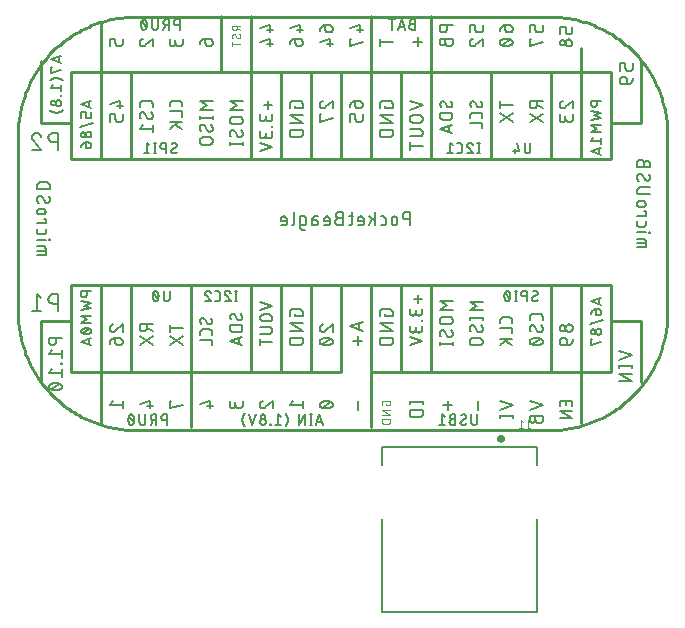
<source format=gbr>
G04 EAGLE Gerber RS-274X export*
G75*
%MOMM*%
%FSLAX34Y34*%
%LPD*%
%INSilkscreen Bottom*%
%IPPOS*%
%AMOC8*
5,1,8,0,0,1.08239X$1,22.5*%
G01*
G04 Define Apertures*
%ADD10C,0.127000*%
%ADD11C,0.300000*%
%ADD12C,0.101600*%
%ADD13C,0.254000*%
%ADD14C,0.152400*%
%ADD15C,0.203200*%
D10*
X843450Y428960D02*
X712150Y428960D01*
X712150Y413860D01*
X712150Y368060D02*
X712150Y288960D01*
X843450Y288960D01*
X843450Y368060D01*
X843450Y413860D02*
X843450Y428960D01*
D11*
X811300Y435860D02*
X811302Y435937D01*
X811308Y436014D01*
X811318Y436091D01*
X811332Y436167D01*
X811349Y436242D01*
X811371Y436316D01*
X811396Y436389D01*
X811426Y436461D01*
X811458Y436531D01*
X811495Y436599D01*
X811534Y436665D01*
X811577Y436729D01*
X811624Y436791D01*
X811673Y436850D01*
X811726Y436907D01*
X811781Y436961D01*
X811839Y437012D01*
X811900Y437060D01*
X811963Y437105D01*
X812028Y437146D01*
X812095Y437184D01*
X812164Y437219D01*
X812235Y437249D01*
X812307Y437277D01*
X812381Y437300D01*
X812455Y437320D01*
X812531Y437336D01*
X812607Y437348D01*
X812684Y437356D01*
X812761Y437360D01*
X812839Y437360D01*
X812916Y437356D01*
X812993Y437348D01*
X813069Y437336D01*
X813145Y437320D01*
X813219Y437300D01*
X813293Y437277D01*
X813365Y437249D01*
X813436Y437219D01*
X813505Y437184D01*
X813572Y437146D01*
X813637Y437105D01*
X813700Y437060D01*
X813761Y437012D01*
X813819Y436961D01*
X813874Y436907D01*
X813927Y436850D01*
X813976Y436791D01*
X814023Y436729D01*
X814066Y436665D01*
X814105Y436599D01*
X814142Y436531D01*
X814174Y436461D01*
X814204Y436389D01*
X814229Y436316D01*
X814251Y436242D01*
X814268Y436167D01*
X814282Y436091D01*
X814292Y436014D01*
X814298Y435937D01*
X814300Y435860D01*
X814298Y435783D01*
X814292Y435706D01*
X814282Y435629D01*
X814268Y435553D01*
X814251Y435478D01*
X814229Y435404D01*
X814204Y435331D01*
X814174Y435259D01*
X814142Y435189D01*
X814105Y435121D01*
X814066Y435055D01*
X814023Y434991D01*
X813976Y434929D01*
X813927Y434870D01*
X813874Y434813D01*
X813819Y434759D01*
X813761Y434708D01*
X813700Y434660D01*
X813637Y434615D01*
X813572Y434574D01*
X813505Y434536D01*
X813436Y434501D01*
X813365Y434471D01*
X813293Y434443D01*
X813219Y434420D01*
X813145Y434400D01*
X813069Y434384D01*
X812993Y434372D01*
X812916Y434364D01*
X812839Y434360D01*
X812761Y434360D01*
X812684Y434364D01*
X812607Y434372D01*
X812531Y434384D01*
X812455Y434400D01*
X812381Y434420D01*
X812307Y434443D01*
X812235Y434471D01*
X812164Y434501D01*
X812095Y434536D01*
X812028Y434574D01*
X811963Y434615D01*
X811900Y434660D01*
X811839Y434708D01*
X811781Y434759D01*
X811726Y434813D01*
X811673Y434870D01*
X811624Y434929D01*
X811577Y434991D01*
X811534Y435055D01*
X811495Y435121D01*
X811458Y435189D01*
X811426Y435259D01*
X811396Y435331D01*
X811371Y435404D01*
X811349Y435478D01*
X811332Y435553D01*
X811318Y435629D01*
X811308Y435706D01*
X811302Y435783D01*
X811300Y435860D01*
D12*
X835321Y446348D02*
X835321Y451880D01*
X835322Y446348D02*
X835324Y446270D01*
X835330Y446193D01*
X835339Y446116D01*
X835352Y446040D01*
X835369Y445964D01*
X835390Y445889D01*
X835414Y445816D01*
X835442Y445743D01*
X835474Y445672D01*
X835509Y445603D01*
X835547Y445536D01*
X835588Y445470D01*
X835633Y445407D01*
X835681Y445346D01*
X835731Y445287D01*
X835785Y445231D01*
X835841Y445177D01*
X835900Y445127D01*
X835961Y445079D01*
X836024Y445034D01*
X836090Y444993D01*
X836157Y444955D01*
X836226Y444920D01*
X836297Y444888D01*
X836370Y444860D01*
X836443Y444836D01*
X836518Y444815D01*
X836594Y444798D01*
X836670Y444785D01*
X836747Y444776D01*
X836824Y444770D01*
X836902Y444768D01*
X837692Y444768D01*
X831752Y450300D02*
X829776Y451880D01*
X829776Y444768D01*
X831752Y444768D02*
X827800Y444768D01*
D13*
X853770Y793230D02*
X503770Y793230D01*
X853770Y793230D02*
X856186Y793201D01*
X858601Y793113D01*
X861013Y792967D01*
X863421Y792763D01*
X865824Y792501D01*
X868219Y792181D01*
X870606Y791803D01*
X872983Y791367D01*
X875348Y790874D01*
X877702Y790324D01*
X880041Y789718D01*
X882365Y789055D01*
X884672Y788336D01*
X886961Y787561D01*
X889230Y786732D01*
X891479Y785847D01*
X893706Y784909D01*
X895910Y783917D01*
X898089Y782873D01*
X900242Y781776D01*
X902368Y780627D01*
X904466Y779427D01*
X906534Y778177D01*
X908571Y776877D01*
X910576Y775528D01*
X912549Y774132D01*
X914486Y772688D01*
X916389Y771197D01*
X918254Y769662D01*
X920082Y768081D01*
X921872Y766457D01*
X923621Y764790D01*
X925330Y763081D01*
X926997Y761332D01*
X928621Y759542D01*
X930202Y757714D01*
X931737Y755849D01*
X933228Y753946D01*
X934672Y752009D01*
X936068Y750036D01*
X937417Y748031D01*
X938717Y745994D01*
X939967Y743926D01*
X941167Y741828D01*
X942316Y739702D01*
X943413Y737549D01*
X944457Y735370D01*
X945449Y733166D01*
X946387Y730939D01*
X947272Y728690D01*
X948101Y726421D01*
X948876Y724132D01*
X949595Y721825D01*
X950258Y719501D01*
X950864Y717162D01*
X951414Y714808D01*
X951907Y712443D01*
X952343Y710066D01*
X952721Y707679D01*
X953041Y705284D01*
X953303Y702881D01*
X953507Y700473D01*
X953653Y698061D01*
X953741Y695646D01*
X953770Y693230D01*
X953770Y543230D01*
X953741Y540814D01*
X953653Y538399D01*
X953507Y535987D01*
X953303Y533579D01*
X953041Y531176D01*
X952721Y528781D01*
X952343Y526394D01*
X951907Y524017D01*
X951414Y521652D01*
X950864Y519298D01*
X950258Y516959D01*
X949595Y514635D01*
X948876Y512328D01*
X948101Y510039D01*
X947272Y507770D01*
X946387Y505521D01*
X945449Y503294D01*
X944457Y501090D01*
X943413Y498911D01*
X942316Y496758D01*
X941167Y494632D01*
X939967Y492534D01*
X938717Y490466D01*
X937417Y488429D01*
X936068Y486424D01*
X934672Y484451D01*
X933228Y482514D01*
X931737Y480611D01*
X930202Y478746D01*
X928621Y476918D01*
X926997Y475128D01*
X925330Y473379D01*
X923621Y471670D01*
X921872Y470003D01*
X920082Y468379D01*
X918254Y466798D01*
X916389Y465263D01*
X914486Y463772D01*
X912549Y462328D01*
X910576Y460932D01*
X908571Y459583D01*
X906534Y458283D01*
X904466Y457033D01*
X902368Y455833D01*
X900242Y454684D01*
X898089Y453587D01*
X895910Y452543D01*
X893706Y451551D01*
X891479Y450613D01*
X889230Y449728D01*
X886961Y448899D01*
X884672Y448124D01*
X882365Y447405D01*
X880041Y446742D01*
X877702Y446136D01*
X875348Y445586D01*
X872983Y445093D01*
X870606Y444657D01*
X868219Y444279D01*
X865824Y443959D01*
X863421Y443697D01*
X861013Y443493D01*
X858601Y443347D01*
X856186Y443259D01*
X853770Y443230D01*
X503770Y443230D01*
X501354Y443259D01*
X498939Y443347D01*
X496527Y443493D01*
X494119Y443697D01*
X491716Y443959D01*
X489321Y444279D01*
X486934Y444657D01*
X484557Y445093D01*
X482192Y445586D01*
X479838Y446136D01*
X477499Y446742D01*
X475175Y447405D01*
X472868Y448124D01*
X470579Y448899D01*
X468310Y449728D01*
X466061Y450613D01*
X463834Y451551D01*
X461630Y452543D01*
X459451Y453587D01*
X457298Y454684D01*
X455172Y455833D01*
X453074Y457033D01*
X451006Y458283D01*
X448969Y459583D01*
X446964Y460932D01*
X444991Y462328D01*
X443054Y463772D01*
X441151Y465263D01*
X439286Y466798D01*
X437458Y468379D01*
X435668Y470003D01*
X433919Y471670D01*
X432210Y473379D01*
X430543Y475128D01*
X428919Y476918D01*
X427338Y478746D01*
X425803Y480611D01*
X424312Y482514D01*
X422868Y484451D01*
X421472Y486424D01*
X420123Y488429D01*
X418823Y490466D01*
X417573Y492534D01*
X416373Y494632D01*
X415224Y496758D01*
X414127Y498911D01*
X413083Y501090D01*
X412091Y503294D01*
X411153Y505521D01*
X410268Y507770D01*
X409439Y510039D01*
X408664Y512328D01*
X407945Y514635D01*
X407282Y516959D01*
X406676Y519298D01*
X406126Y521652D01*
X405633Y524017D01*
X405197Y526394D01*
X404819Y528781D01*
X404499Y531176D01*
X404237Y533579D01*
X404033Y535987D01*
X403887Y538399D01*
X403799Y540814D01*
X403770Y543230D01*
X403770Y693230D01*
X403799Y695646D01*
X403887Y698061D01*
X404033Y700473D01*
X404237Y702881D01*
X404499Y705284D01*
X404819Y707679D01*
X405197Y710066D01*
X405633Y712443D01*
X406126Y714808D01*
X406676Y717162D01*
X407282Y719501D01*
X407945Y721825D01*
X408664Y724132D01*
X409439Y726421D01*
X410268Y728690D01*
X411153Y730939D01*
X412091Y733166D01*
X413083Y735370D01*
X414127Y737549D01*
X415224Y739702D01*
X416373Y741828D01*
X417573Y743926D01*
X418823Y745994D01*
X420123Y748031D01*
X421472Y750036D01*
X422868Y752009D01*
X424312Y753946D01*
X425803Y755849D01*
X427338Y757714D01*
X428919Y759542D01*
X430543Y761332D01*
X432210Y763081D01*
X433919Y764790D01*
X435668Y766457D01*
X437458Y768081D01*
X439286Y769662D01*
X441151Y771197D01*
X443054Y772688D01*
X444991Y774132D01*
X446964Y775528D01*
X448969Y776877D01*
X451006Y778177D01*
X453074Y779427D01*
X455172Y780627D01*
X457298Y781776D01*
X459451Y782873D01*
X461630Y783917D01*
X463834Y784909D01*
X466061Y785847D01*
X468310Y786732D01*
X470579Y787561D01*
X472868Y788336D01*
X475175Y789055D01*
X477499Y789718D01*
X479838Y790324D01*
X482192Y790874D01*
X484557Y791367D01*
X486934Y791803D01*
X489321Y792181D01*
X491716Y792501D01*
X494119Y792763D01*
X496527Y792967D01*
X498939Y793113D01*
X501354Y793201D01*
X503770Y793230D01*
D14*
X735838Y627888D02*
X735838Y616712D01*
X735838Y627888D02*
X732734Y627888D01*
X732623Y627886D01*
X732513Y627880D01*
X732402Y627870D01*
X732292Y627856D01*
X732183Y627839D01*
X732074Y627817D01*
X731966Y627792D01*
X731860Y627762D01*
X731754Y627729D01*
X731649Y627692D01*
X731546Y627652D01*
X731445Y627607D01*
X731345Y627560D01*
X731246Y627508D01*
X731150Y627453D01*
X731056Y627395D01*
X730964Y627334D01*
X730874Y627269D01*
X730786Y627201D01*
X730701Y627130D01*
X730619Y627056D01*
X730539Y626979D01*
X730462Y626899D01*
X730388Y626817D01*
X730317Y626732D01*
X730249Y626644D01*
X730184Y626554D01*
X730123Y626462D01*
X730065Y626368D01*
X730010Y626272D01*
X729958Y626173D01*
X729911Y626073D01*
X729866Y625972D01*
X729826Y625869D01*
X729789Y625764D01*
X729756Y625658D01*
X729726Y625552D01*
X729701Y625444D01*
X729679Y625335D01*
X729662Y625226D01*
X729648Y625116D01*
X729638Y625005D01*
X729632Y624895D01*
X729630Y624784D01*
X729632Y624673D01*
X729638Y624563D01*
X729648Y624452D01*
X729662Y624342D01*
X729679Y624233D01*
X729701Y624124D01*
X729726Y624016D01*
X729756Y623910D01*
X729789Y623804D01*
X729826Y623699D01*
X729866Y623596D01*
X729911Y623495D01*
X729958Y623395D01*
X730010Y623296D01*
X730065Y623200D01*
X730123Y623106D01*
X730184Y623014D01*
X730249Y622924D01*
X730317Y622836D01*
X730388Y622751D01*
X730462Y622669D01*
X730539Y622589D01*
X730619Y622512D01*
X730701Y622438D01*
X730786Y622367D01*
X730874Y622299D01*
X730964Y622234D01*
X731056Y622173D01*
X731150Y622115D01*
X731246Y622060D01*
X731345Y622008D01*
X731445Y621961D01*
X731546Y621916D01*
X731649Y621876D01*
X731754Y621839D01*
X731860Y621806D01*
X731966Y621776D01*
X732074Y621751D01*
X732183Y621729D01*
X732292Y621712D01*
X732402Y621698D01*
X732513Y621688D01*
X732623Y621682D01*
X732734Y621680D01*
X732734Y621679D02*
X735838Y621679D01*
X725142Y621679D02*
X725142Y619196D01*
X725142Y621679D02*
X725140Y621778D01*
X725134Y621876D01*
X725124Y621975D01*
X725111Y622072D01*
X725093Y622170D01*
X725072Y622266D01*
X725046Y622362D01*
X725017Y622456D01*
X724985Y622549D01*
X724948Y622641D01*
X724908Y622731D01*
X724864Y622820D01*
X724817Y622907D01*
X724767Y622992D01*
X724713Y623074D01*
X724656Y623155D01*
X724596Y623233D01*
X724532Y623309D01*
X724466Y623382D01*
X724397Y623453D01*
X724325Y623521D01*
X724250Y623585D01*
X724173Y623647D01*
X724094Y623706D01*
X724012Y623761D01*
X723928Y623814D01*
X723843Y623862D01*
X723755Y623908D01*
X723665Y623950D01*
X723574Y623988D01*
X723482Y624022D01*
X723388Y624053D01*
X723293Y624080D01*
X723197Y624104D01*
X723100Y624123D01*
X723003Y624139D01*
X722905Y624151D01*
X722806Y624159D01*
X722707Y624163D01*
X722609Y624163D01*
X722510Y624159D01*
X722411Y624151D01*
X722313Y624139D01*
X722216Y624123D01*
X722119Y624104D01*
X722023Y624080D01*
X721928Y624053D01*
X721834Y624022D01*
X721742Y623988D01*
X721651Y623950D01*
X721561Y623908D01*
X721473Y623862D01*
X721388Y623814D01*
X721304Y623761D01*
X721222Y623706D01*
X721143Y623647D01*
X721066Y623585D01*
X720991Y623521D01*
X720919Y623453D01*
X720850Y623382D01*
X720784Y623309D01*
X720720Y623233D01*
X720660Y623155D01*
X720603Y623074D01*
X720549Y622992D01*
X720499Y622907D01*
X720452Y622820D01*
X720408Y622731D01*
X720368Y622641D01*
X720331Y622549D01*
X720299Y622456D01*
X720270Y622362D01*
X720244Y622266D01*
X720223Y622170D01*
X720205Y622072D01*
X720192Y621975D01*
X720182Y621876D01*
X720176Y621778D01*
X720174Y621679D01*
X720175Y621679D02*
X720175Y619196D01*
X720174Y619196D02*
X720176Y619097D01*
X720182Y618999D01*
X720192Y618900D01*
X720205Y618803D01*
X720223Y618705D01*
X720244Y618609D01*
X720270Y618513D01*
X720299Y618419D01*
X720331Y618326D01*
X720368Y618234D01*
X720408Y618144D01*
X720452Y618055D01*
X720499Y617968D01*
X720549Y617883D01*
X720603Y617801D01*
X720660Y617720D01*
X720720Y617642D01*
X720784Y617566D01*
X720850Y617493D01*
X720919Y617422D01*
X720991Y617354D01*
X721066Y617290D01*
X721143Y617228D01*
X721222Y617169D01*
X721304Y617114D01*
X721388Y617061D01*
X721473Y617013D01*
X721561Y616967D01*
X721651Y616925D01*
X721742Y616887D01*
X721834Y616853D01*
X721928Y616822D01*
X722023Y616795D01*
X722119Y616771D01*
X722216Y616752D01*
X722313Y616736D01*
X722411Y616724D01*
X722510Y616716D01*
X722609Y616712D01*
X722707Y616712D01*
X722806Y616716D01*
X722905Y616724D01*
X723003Y616736D01*
X723100Y616752D01*
X723197Y616771D01*
X723293Y616795D01*
X723388Y616822D01*
X723482Y616853D01*
X723574Y616887D01*
X723665Y616925D01*
X723755Y616967D01*
X723843Y617013D01*
X723928Y617061D01*
X724012Y617114D01*
X724094Y617169D01*
X724173Y617228D01*
X724250Y617290D01*
X724325Y617354D01*
X724397Y617422D01*
X724466Y617493D01*
X724532Y617566D01*
X724596Y617642D01*
X724656Y617720D01*
X724713Y617801D01*
X724767Y617883D01*
X724817Y617968D01*
X724864Y618055D01*
X724908Y618144D01*
X724948Y618234D01*
X724985Y618326D01*
X725017Y618419D01*
X725046Y618513D01*
X725072Y618609D01*
X725093Y618705D01*
X725111Y618803D01*
X725124Y618900D01*
X725134Y618999D01*
X725140Y619097D01*
X725142Y619196D01*
X713357Y616712D02*
X710873Y616712D01*
X713357Y616712D02*
X713441Y616714D01*
X713524Y616720D01*
X713607Y616729D01*
X713690Y616742D01*
X713772Y616759D01*
X713853Y616779D01*
X713933Y616803D01*
X714012Y616831D01*
X714089Y616862D01*
X714165Y616896D01*
X714240Y616934D01*
X714313Y616976D01*
X714383Y617020D01*
X714452Y617068D01*
X714519Y617118D01*
X714583Y617172D01*
X714644Y617228D01*
X714704Y617288D01*
X714760Y617349D01*
X714814Y617413D01*
X714864Y617480D01*
X714912Y617549D01*
X714956Y617619D01*
X714998Y617692D01*
X715036Y617767D01*
X715070Y617843D01*
X715101Y617920D01*
X715129Y617999D01*
X715153Y618079D01*
X715173Y618160D01*
X715190Y618242D01*
X715203Y618325D01*
X715213Y618408D01*
X715218Y618491D01*
X715220Y618575D01*
X715219Y618575D02*
X715219Y622300D01*
X715220Y622300D02*
X715218Y622384D01*
X715213Y622467D01*
X715203Y622550D01*
X715190Y622633D01*
X715173Y622715D01*
X715153Y622796D01*
X715129Y622876D01*
X715101Y622955D01*
X715070Y623032D01*
X715036Y623108D01*
X714998Y623183D01*
X714956Y623256D01*
X714912Y623326D01*
X714864Y623395D01*
X714814Y623462D01*
X714760Y623526D01*
X714704Y623587D01*
X714644Y623647D01*
X714583Y623703D01*
X714519Y623757D01*
X714452Y623807D01*
X714383Y623855D01*
X714313Y623899D01*
X714240Y623941D01*
X714165Y623979D01*
X714089Y624013D01*
X714012Y624044D01*
X713933Y624072D01*
X713853Y624096D01*
X713772Y624116D01*
X713690Y624133D01*
X713607Y624146D01*
X713524Y624156D01*
X713441Y624161D01*
X713357Y624163D01*
X710873Y624163D01*
X705923Y627888D02*
X705923Y616712D01*
X705923Y620437D02*
X700955Y624163D01*
X703749Y621990D02*
X700955Y616712D01*
X694704Y616712D02*
X691600Y616712D01*
X694704Y616712D02*
X694788Y616714D01*
X694871Y616720D01*
X694954Y616729D01*
X695037Y616742D01*
X695119Y616759D01*
X695200Y616779D01*
X695280Y616803D01*
X695359Y616831D01*
X695436Y616862D01*
X695512Y616896D01*
X695587Y616934D01*
X695660Y616976D01*
X695730Y617020D01*
X695799Y617068D01*
X695866Y617118D01*
X695930Y617172D01*
X695991Y617228D01*
X696051Y617288D01*
X696107Y617349D01*
X696161Y617413D01*
X696211Y617480D01*
X696259Y617549D01*
X696303Y617619D01*
X696345Y617692D01*
X696383Y617767D01*
X696417Y617843D01*
X696448Y617920D01*
X696476Y617999D01*
X696500Y618079D01*
X696520Y618160D01*
X696537Y618242D01*
X696550Y618325D01*
X696560Y618408D01*
X696565Y618491D01*
X696567Y618575D01*
X696567Y621679D01*
X696565Y621778D01*
X696559Y621876D01*
X696549Y621975D01*
X696536Y622072D01*
X696518Y622170D01*
X696497Y622266D01*
X696471Y622362D01*
X696442Y622456D01*
X696410Y622549D01*
X696373Y622641D01*
X696333Y622731D01*
X696289Y622820D01*
X696242Y622907D01*
X696192Y622992D01*
X696138Y623074D01*
X696081Y623155D01*
X696021Y623233D01*
X695957Y623309D01*
X695891Y623382D01*
X695822Y623453D01*
X695750Y623521D01*
X695675Y623585D01*
X695598Y623647D01*
X695519Y623706D01*
X695437Y623761D01*
X695353Y623814D01*
X695268Y623862D01*
X695180Y623908D01*
X695090Y623950D01*
X694999Y623988D01*
X694907Y624022D01*
X694813Y624053D01*
X694718Y624080D01*
X694622Y624104D01*
X694525Y624123D01*
X694428Y624139D01*
X694330Y624151D01*
X694231Y624159D01*
X694132Y624163D01*
X694034Y624163D01*
X693935Y624159D01*
X693836Y624151D01*
X693738Y624139D01*
X693641Y624123D01*
X693544Y624104D01*
X693448Y624080D01*
X693353Y624053D01*
X693259Y624022D01*
X693167Y623988D01*
X693076Y623950D01*
X692986Y623908D01*
X692898Y623862D01*
X692813Y623814D01*
X692729Y623761D01*
X692647Y623706D01*
X692568Y623647D01*
X692491Y623585D01*
X692416Y623521D01*
X692344Y623453D01*
X692275Y623382D01*
X692209Y623309D01*
X692145Y623233D01*
X692085Y623155D01*
X692028Y623074D01*
X691974Y622992D01*
X691924Y622907D01*
X691877Y622820D01*
X691833Y622731D01*
X691793Y622641D01*
X691756Y622549D01*
X691724Y622456D01*
X691695Y622362D01*
X691669Y622266D01*
X691648Y622170D01*
X691630Y622072D01*
X691617Y621975D01*
X691607Y621876D01*
X691601Y621778D01*
X691599Y621679D01*
X691600Y621679D02*
X691600Y620437D01*
X696567Y620437D01*
X687680Y624163D02*
X683954Y624163D01*
X686438Y627888D02*
X686438Y618575D01*
X686436Y618491D01*
X686430Y618408D01*
X686421Y618325D01*
X686408Y618242D01*
X686391Y618160D01*
X686371Y618079D01*
X686347Y617999D01*
X686319Y617920D01*
X686288Y617843D01*
X686254Y617767D01*
X686216Y617692D01*
X686174Y617619D01*
X686130Y617549D01*
X686082Y617480D01*
X686032Y617413D01*
X685978Y617349D01*
X685922Y617288D01*
X685862Y617228D01*
X685801Y617172D01*
X685737Y617118D01*
X685670Y617068D01*
X685601Y617020D01*
X685531Y616976D01*
X685458Y616934D01*
X685383Y616896D01*
X685307Y616862D01*
X685230Y616831D01*
X685151Y616803D01*
X685071Y616779D01*
X684990Y616759D01*
X684908Y616742D01*
X684825Y616729D01*
X684742Y616719D01*
X684659Y616714D01*
X684575Y616712D01*
X683954Y616712D01*
X678688Y622921D02*
X675584Y622921D01*
X675584Y622920D02*
X675473Y622918D01*
X675363Y622912D01*
X675252Y622902D01*
X675142Y622888D01*
X675033Y622871D01*
X674924Y622849D01*
X674816Y622824D01*
X674710Y622794D01*
X674604Y622761D01*
X674499Y622724D01*
X674396Y622684D01*
X674295Y622639D01*
X674195Y622592D01*
X674096Y622540D01*
X674000Y622485D01*
X673906Y622427D01*
X673814Y622366D01*
X673724Y622301D01*
X673636Y622233D01*
X673551Y622162D01*
X673469Y622088D01*
X673389Y622011D01*
X673312Y621931D01*
X673238Y621849D01*
X673167Y621764D01*
X673099Y621676D01*
X673034Y621586D01*
X672973Y621494D01*
X672915Y621400D01*
X672860Y621304D01*
X672808Y621205D01*
X672761Y621105D01*
X672716Y621004D01*
X672676Y620901D01*
X672639Y620796D01*
X672606Y620690D01*
X672576Y620584D01*
X672551Y620476D01*
X672529Y620367D01*
X672512Y620258D01*
X672498Y620148D01*
X672488Y620037D01*
X672482Y619927D01*
X672480Y619816D01*
X672482Y619705D01*
X672488Y619595D01*
X672498Y619484D01*
X672512Y619374D01*
X672529Y619265D01*
X672551Y619156D01*
X672576Y619048D01*
X672606Y618942D01*
X672639Y618836D01*
X672676Y618731D01*
X672716Y618628D01*
X672761Y618527D01*
X672808Y618427D01*
X672860Y618328D01*
X672915Y618232D01*
X672973Y618138D01*
X673034Y618046D01*
X673099Y617956D01*
X673167Y617868D01*
X673238Y617783D01*
X673312Y617701D01*
X673389Y617621D01*
X673469Y617544D01*
X673551Y617470D01*
X673636Y617399D01*
X673724Y617331D01*
X673814Y617266D01*
X673906Y617205D01*
X674000Y617147D01*
X674096Y617092D01*
X674195Y617040D01*
X674295Y616993D01*
X674396Y616948D01*
X674499Y616908D01*
X674604Y616871D01*
X674710Y616838D01*
X674816Y616808D01*
X674924Y616783D01*
X675033Y616761D01*
X675142Y616744D01*
X675252Y616730D01*
X675363Y616720D01*
X675473Y616714D01*
X675584Y616712D01*
X678688Y616712D01*
X678688Y627888D01*
X675584Y627888D01*
X675485Y627886D01*
X675387Y627880D01*
X675288Y627870D01*
X675191Y627857D01*
X675093Y627839D01*
X674997Y627818D01*
X674901Y627792D01*
X674807Y627763D01*
X674714Y627731D01*
X674622Y627694D01*
X674532Y627654D01*
X674443Y627610D01*
X674356Y627563D01*
X674271Y627513D01*
X674189Y627459D01*
X674108Y627402D01*
X674030Y627342D01*
X673954Y627278D01*
X673881Y627212D01*
X673810Y627143D01*
X673742Y627071D01*
X673678Y626996D01*
X673616Y626919D01*
X673557Y626840D01*
X673502Y626758D01*
X673449Y626674D01*
X673401Y626589D01*
X673355Y626501D01*
X673313Y626411D01*
X673275Y626320D01*
X673241Y626228D01*
X673210Y626134D01*
X673183Y626039D01*
X673159Y625943D01*
X673140Y625846D01*
X673124Y625749D01*
X673112Y625651D01*
X673104Y625552D01*
X673100Y625453D01*
X673100Y625355D01*
X673104Y625256D01*
X673112Y625157D01*
X673124Y625059D01*
X673140Y624962D01*
X673159Y624865D01*
X673183Y624769D01*
X673210Y624674D01*
X673241Y624580D01*
X673275Y624488D01*
X673313Y624397D01*
X673355Y624307D01*
X673401Y624219D01*
X673449Y624134D01*
X673502Y624050D01*
X673557Y623968D01*
X673616Y623889D01*
X673678Y623812D01*
X673742Y623737D01*
X673810Y623665D01*
X673881Y623596D01*
X673954Y623530D01*
X674030Y623466D01*
X674108Y623406D01*
X674189Y623349D01*
X674271Y623295D01*
X674356Y623245D01*
X674443Y623198D01*
X674532Y623154D01*
X674622Y623114D01*
X674714Y623077D01*
X674807Y623045D01*
X674901Y623016D01*
X674997Y622990D01*
X675093Y622969D01*
X675191Y622951D01*
X675288Y622938D01*
X675387Y622928D01*
X675485Y622922D01*
X675584Y622920D01*
X666129Y616712D02*
X663025Y616712D01*
X666129Y616712D02*
X666213Y616714D01*
X666296Y616720D01*
X666379Y616729D01*
X666462Y616742D01*
X666544Y616759D01*
X666625Y616779D01*
X666705Y616803D01*
X666784Y616831D01*
X666861Y616862D01*
X666937Y616896D01*
X667012Y616934D01*
X667085Y616976D01*
X667155Y617020D01*
X667224Y617068D01*
X667291Y617118D01*
X667355Y617172D01*
X667416Y617228D01*
X667476Y617288D01*
X667532Y617349D01*
X667586Y617413D01*
X667636Y617480D01*
X667684Y617549D01*
X667728Y617619D01*
X667770Y617692D01*
X667808Y617767D01*
X667842Y617843D01*
X667873Y617920D01*
X667901Y617999D01*
X667925Y618079D01*
X667945Y618160D01*
X667962Y618242D01*
X667975Y618325D01*
X667985Y618408D01*
X667990Y618491D01*
X667992Y618575D01*
X667992Y621679D01*
X667990Y621778D01*
X667984Y621876D01*
X667974Y621975D01*
X667961Y622072D01*
X667943Y622170D01*
X667922Y622266D01*
X667896Y622362D01*
X667867Y622456D01*
X667835Y622549D01*
X667798Y622641D01*
X667758Y622731D01*
X667714Y622820D01*
X667667Y622907D01*
X667617Y622992D01*
X667563Y623074D01*
X667506Y623155D01*
X667446Y623233D01*
X667382Y623309D01*
X667316Y623382D01*
X667247Y623453D01*
X667175Y623521D01*
X667100Y623585D01*
X667023Y623647D01*
X666944Y623706D01*
X666862Y623761D01*
X666778Y623814D01*
X666693Y623862D01*
X666605Y623908D01*
X666515Y623950D01*
X666424Y623988D01*
X666332Y624022D01*
X666238Y624053D01*
X666143Y624080D01*
X666047Y624104D01*
X665950Y624123D01*
X665853Y624139D01*
X665755Y624151D01*
X665656Y624159D01*
X665557Y624163D01*
X665459Y624163D01*
X665360Y624159D01*
X665261Y624151D01*
X665163Y624139D01*
X665066Y624123D01*
X664969Y624104D01*
X664873Y624080D01*
X664778Y624053D01*
X664684Y624022D01*
X664592Y623988D01*
X664501Y623950D01*
X664411Y623908D01*
X664323Y623862D01*
X664238Y623814D01*
X664154Y623761D01*
X664072Y623706D01*
X663993Y623647D01*
X663916Y623585D01*
X663841Y623521D01*
X663769Y623453D01*
X663700Y623382D01*
X663634Y623309D01*
X663570Y623233D01*
X663510Y623155D01*
X663453Y623074D01*
X663399Y622992D01*
X663349Y622907D01*
X663302Y622820D01*
X663258Y622731D01*
X663218Y622641D01*
X663181Y622549D01*
X663149Y622456D01*
X663120Y622362D01*
X663094Y622266D01*
X663073Y622170D01*
X663055Y622072D01*
X663042Y621975D01*
X663032Y621876D01*
X663026Y621778D01*
X663024Y621679D01*
X663025Y621679D02*
X663025Y620437D01*
X667992Y620437D01*
X655987Y621058D02*
X653193Y621058D01*
X655987Y621058D02*
X656079Y621056D01*
X656171Y621050D01*
X656263Y621040D01*
X656354Y621027D01*
X656445Y621009D01*
X656535Y620988D01*
X656623Y620963D01*
X656711Y620934D01*
X656797Y620901D01*
X656882Y620865D01*
X656965Y620825D01*
X657047Y620782D01*
X657126Y620735D01*
X657204Y620685D01*
X657279Y620632D01*
X657352Y620576D01*
X657423Y620516D01*
X657491Y620454D01*
X657556Y620389D01*
X657618Y620321D01*
X657678Y620250D01*
X657734Y620177D01*
X657787Y620102D01*
X657837Y620024D01*
X657884Y619945D01*
X657927Y619863D01*
X657967Y619780D01*
X658003Y619695D01*
X658036Y619609D01*
X658065Y619521D01*
X658090Y619433D01*
X658111Y619343D01*
X658129Y619252D01*
X658142Y619161D01*
X658152Y619069D01*
X658158Y618977D01*
X658160Y618885D01*
X658158Y618793D01*
X658152Y618701D01*
X658142Y618609D01*
X658129Y618518D01*
X658111Y618427D01*
X658090Y618337D01*
X658065Y618249D01*
X658036Y618161D01*
X658003Y618075D01*
X657967Y617990D01*
X657927Y617907D01*
X657884Y617825D01*
X657837Y617746D01*
X657787Y617668D01*
X657734Y617593D01*
X657678Y617520D01*
X657618Y617449D01*
X657556Y617381D01*
X657491Y617316D01*
X657423Y617254D01*
X657352Y617194D01*
X657279Y617138D01*
X657204Y617085D01*
X657126Y617035D01*
X657047Y616988D01*
X656965Y616945D01*
X656882Y616905D01*
X656797Y616869D01*
X656711Y616836D01*
X656623Y616807D01*
X656535Y616782D01*
X656445Y616761D01*
X656354Y616743D01*
X656263Y616730D01*
X656171Y616720D01*
X656079Y616714D01*
X655987Y616712D01*
X653193Y616712D01*
X653193Y622300D01*
X653192Y622300D02*
X653194Y622384D01*
X653200Y622467D01*
X653209Y622550D01*
X653222Y622633D01*
X653239Y622715D01*
X653259Y622796D01*
X653283Y622876D01*
X653311Y622955D01*
X653342Y623032D01*
X653376Y623108D01*
X653414Y623183D01*
X653456Y623256D01*
X653500Y623326D01*
X653548Y623395D01*
X653598Y623462D01*
X653652Y623526D01*
X653708Y623587D01*
X653768Y623647D01*
X653829Y623703D01*
X653893Y623757D01*
X653960Y623807D01*
X654029Y623855D01*
X654099Y623899D01*
X654172Y623941D01*
X654247Y623979D01*
X654323Y624013D01*
X654400Y624044D01*
X654479Y624072D01*
X654559Y624096D01*
X654640Y624116D01*
X654722Y624133D01*
X654805Y624146D01*
X654888Y624156D01*
X654971Y624161D01*
X655055Y624163D01*
X657539Y624163D01*
X646010Y616712D02*
X642906Y616712D01*
X646010Y616712D02*
X646094Y616714D01*
X646177Y616720D01*
X646260Y616729D01*
X646343Y616742D01*
X646425Y616759D01*
X646506Y616779D01*
X646586Y616803D01*
X646665Y616831D01*
X646742Y616862D01*
X646818Y616896D01*
X646893Y616934D01*
X646966Y616976D01*
X647036Y617020D01*
X647105Y617068D01*
X647172Y617118D01*
X647236Y617172D01*
X647297Y617228D01*
X647357Y617288D01*
X647413Y617349D01*
X647467Y617413D01*
X647517Y617480D01*
X647565Y617549D01*
X647609Y617619D01*
X647651Y617692D01*
X647689Y617767D01*
X647723Y617843D01*
X647754Y617920D01*
X647782Y617999D01*
X647806Y618079D01*
X647826Y618160D01*
X647843Y618242D01*
X647856Y618325D01*
X647866Y618408D01*
X647871Y618491D01*
X647873Y618575D01*
X647873Y622300D01*
X647871Y622384D01*
X647866Y622467D01*
X647856Y622550D01*
X647843Y622633D01*
X647826Y622715D01*
X647806Y622796D01*
X647782Y622876D01*
X647754Y622955D01*
X647723Y623032D01*
X647689Y623108D01*
X647651Y623183D01*
X647609Y623256D01*
X647565Y623326D01*
X647517Y623395D01*
X647467Y623462D01*
X647413Y623526D01*
X647357Y623587D01*
X647297Y623647D01*
X647236Y623703D01*
X647172Y623757D01*
X647105Y623807D01*
X647036Y623855D01*
X646966Y623899D01*
X646893Y623941D01*
X646818Y623979D01*
X646742Y624013D01*
X646665Y624044D01*
X646586Y624072D01*
X646506Y624096D01*
X646425Y624116D01*
X646343Y624133D01*
X646260Y624146D01*
X646177Y624156D01*
X646094Y624161D01*
X646010Y624163D01*
X642906Y624163D01*
X642906Y614849D01*
X642905Y614849D02*
X642907Y614765D01*
X642912Y614682D01*
X642922Y614599D01*
X642935Y614516D01*
X642952Y614434D01*
X642972Y614353D01*
X642996Y614273D01*
X643024Y614194D01*
X643055Y614117D01*
X643089Y614041D01*
X643127Y613966D01*
X643169Y613893D01*
X643213Y613823D01*
X643261Y613754D01*
X643311Y613687D01*
X643365Y613623D01*
X643421Y613562D01*
X643481Y613502D01*
X643542Y613446D01*
X643606Y613392D01*
X643673Y613342D01*
X643742Y613294D01*
X643812Y613250D01*
X643885Y613208D01*
X643960Y613170D01*
X644036Y613136D01*
X644113Y613105D01*
X644192Y613077D01*
X644272Y613053D01*
X644353Y613033D01*
X644435Y613016D01*
X644518Y613003D01*
X644601Y612993D01*
X644684Y612988D01*
X644768Y612986D01*
X644768Y612987D02*
X647252Y612987D01*
X637420Y618575D02*
X637420Y627888D01*
X637421Y618575D02*
X637419Y618489D01*
X637413Y618403D01*
X637403Y618318D01*
X637389Y618233D01*
X637372Y618148D01*
X637350Y618065D01*
X637324Y617983D01*
X637295Y617902D01*
X637262Y617823D01*
X637226Y617745D01*
X637186Y617668D01*
X637142Y617594D01*
X637095Y617522D01*
X637045Y617452D01*
X636991Y617385D01*
X636935Y617320D01*
X636875Y617258D01*
X636813Y617198D01*
X636748Y617142D01*
X636681Y617088D01*
X636611Y617038D01*
X636539Y616991D01*
X636465Y616947D01*
X636388Y616907D01*
X636311Y616871D01*
X636231Y616838D01*
X636150Y616809D01*
X636068Y616783D01*
X635985Y616761D01*
X635900Y616744D01*
X635815Y616730D01*
X635730Y616720D01*
X635644Y616714D01*
X635558Y616712D01*
X629553Y616712D02*
X626449Y616712D01*
X629553Y616712D02*
X629637Y616714D01*
X629720Y616720D01*
X629803Y616729D01*
X629886Y616742D01*
X629968Y616759D01*
X630049Y616779D01*
X630129Y616803D01*
X630208Y616831D01*
X630285Y616862D01*
X630361Y616896D01*
X630436Y616934D01*
X630509Y616976D01*
X630579Y617020D01*
X630648Y617068D01*
X630715Y617118D01*
X630779Y617172D01*
X630840Y617228D01*
X630900Y617288D01*
X630956Y617349D01*
X631010Y617413D01*
X631060Y617480D01*
X631108Y617549D01*
X631152Y617619D01*
X631194Y617692D01*
X631232Y617767D01*
X631266Y617843D01*
X631297Y617920D01*
X631325Y617999D01*
X631349Y618079D01*
X631369Y618160D01*
X631386Y618242D01*
X631399Y618325D01*
X631409Y618408D01*
X631414Y618491D01*
X631416Y618575D01*
X631416Y621679D01*
X631417Y621679D02*
X631415Y621778D01*
X631409Y621876D01*
X631399Y621975D01*
X631386Y622072D01*
X631368Y622170D01*
X631347Y622266D01*
X631321Y622362D01*
X631292Y622456D01*
X631260Y622549D01*
X631223Y622641D01*
X631183Y622731D01*
X631139Y622820D01*
X631092Y622907D01*
X631042Y622992D01*
X630988Y623074D01*
X630931Y623155D01*
X630871Y623233D01*
X630807Y623309D01*
X630741Y623382D01*
X630672Y623453D01*
X630600Y623521D01*
X630525Y623585D01*
X630448Y623647D01*
X630369Y623706D01*
X630287Y623761D01*
X630203Y623814D01*
X630118Y623862D01*
X630030Y623908D01*
X629940Y623950D01*
X629849Y623988D01*
X629757Y624022D01*
X629663Y624053D01*
X629568Y624080D01*
X629472Y624104D01*
X629375Y624123D01*
X629278Y624139D01*
X629180Y624151D01*
X629081Y624159D01*
X628982Y624163D01*
X628884Y624163D01*
X628785Y624159D01*
X628686Y624151D01*
X628588Y624139D01*
X628491Y624123D01*
X628394Y624104D01*
X628298Y624080D01*
X628203Y624053D01*
X628109Y624022D01*
X628017Y623988D01*
X627926Y623950D01*
X627836Y623908D01*
X627748Y623862D01*
X627663Y623814D01*
X627579Y623761D01*
X627497Y623706D01*
X627418Y623647D01*
X627341Y623585D01*
X627266Y623521D01*
X627194Y623453D01*
X627125Y623382D01*
X627059Y623309D01*
X626995Y623233D01*
X626935Y623155D01*
X626878Y623074D01*
X626824Y622992D01*
X626774Y622907D01*
X626727Y622820D01*
X626683Y622731D01*
X626643Y622641D01*
X626606Y622549D01*
X626574Y622456D01*
X626545Y622362D01*
X626519Y622266D01*
X626498Y622170D01*
X626480Y622072D01*
X626467Y621975D01*
X626457Y621876D01*
X626451Y621778D01*
X626449Y621679D01*
X626449Y620437D01*
X631416Y620437D01*
X927862Y597951D02*
X935313Y597951D01*
X935313Y603539D01*
X935311Y603623D01*
X935306Y603706D01*
X935296Y603789D01*
X935283Y603872D01*
X935266Y603954D01*
X935246Y604035D01*
X935222Y604115D01*
X935194Y604194D01*
X935163Y604271D01*
X935129Y604347D01*
X935091Y604422D01*
X935049Y604495D01*
X935005Y604565D01*
X934957Y604634D01*
X934907Y604701D01*
X934853Y604765D01*
X934797Y604826D01*
X934737Y604886D01*
X934676Y604942D01*
X934612Y604996D01*
X934545Y605046D01*
X934476Y605094D01*
X934406Y605138D01*
X934333Y605180D01*
X934258Y605218D01*
X934182Y605252D01*
X934105Y605283D01*
X934026Y605311D01*
X933946Y605335D01*
X933865Y605355D01*
X933783Y605372D01*
X933700Y605385D01*
X933617Y605395D01*
X933534Y605400D01*
X933450Y605402D01*
X927862Y605402D01*
X927862Y601677D02*
X935313Y601677D01*
X935313Y610821D02*
X927862Y610821D01*
X938417Y610510D02*
X939038Y610510D01*
X939038Y611131D01*
X938417Y611131D01*
X938417Y610510D01*
X927862Y617455D02*
X927862Y619939D01*
X927862Y617455D02*
X927864Y617371D01*
X927869Y617288D01*
X927879Y617205D01*
X927892Y617122D01*
X927909Y617040D01*
X927929Y616959D01*
X927953Y616879D01*
X927981Y616800D01*
X928012Y616723D01*
X928046Y616647D01*
X928084Y616572D01*
X928126Y616499D01*
X928170Y616429D01*
X928218Y616360D01*
X928268Y616293D01*
X928322Y616229D01*
X928378Y616168D01*
X928438Y616108D01*
X928499Y616052D01*
X928563Y615998D01*
X928630Y615948D01*
X928699Y615900D01*
X928769Y615856D01*
X928842Y615814D01*
X928917Y615776D01*
X928993Y615742D01*
X929070Y615711D01*
X929149Y615683D01*
X929229Y615659D01*
X929310Y615639D01*
X929392Y615622D01*
X929475Y615609D01*
X929558Y615599D01*
X929641Y615594D01*
X929725Y615592D01*
X929725Y615593D02*
X933450Y615593D01*
X933450Y615592D02*
X933534Y615594D01*
X933617Y615600D01*
X933700Y615609D01*
X933783Y615622D01*
X933865Y615639D01*
X933946Y615659D01*
X934026Y615683D01*
X934105Y615711D01*
X934182Y615742D01*
X934258Y615776D01*
X934333Y615814D01*
X934406Y615856D01*
X934476Y615900D01*
X934545Y615948D01*
X934612Y615998D01*
X934676Y616052D01*
X934737Y616108D01*
X934797Y616168D01*
X934853Y616229D01*
X934907Y616293D01*
X934957Y616360D01*
X935005Y616429D01*
X935049Y616499D01*
X935091Y616572D01*
X935129Y616647D01*
X935163Y616723D01*
X935194Y616800D01*
X935222Y616879D01*
X935246Y616959D01*
X935266Y617040D01*
X935283Y617122D01*
X935296Y617205D01*
X935306Y617288D01*
X935311Y617371D01*
X935313Y617455D01*
X935313Y619939D01*
X935313Y624803D02*
X927862Y624803D01*
X935313Y624803D02*
X935313Y628528D01*
X934071Y628528D01*
X932829Y632340D02*
X930346Y632340D01*
X932829Y632340D02*
X932928Y632342D01*
X933026Y632348D01*
X933125Y632358D01*
X933222Y632371D01*
X933320Y632389D01*
X933416Y632410D01*
X933512Y632436D01*
X933606Y632465D01*
X933699Y632497D01*
X933791Y632534D01*
X933881Y632574D01*
X933970Y632618D01*
X934057Y632665D01*
X934142Y632715D01*
X934224Y632769D01*
X934305Y632826D01*
X934383Y632886D01*
X934459Y632950D01*
X934532Y633016D01*
X934603Y633085D01*
X934671Y633157D01*
X934735Y633232D01*
X934797Y633309D01*
X934856Y633388D01*
X934911Y633470D01*
X934964Y633554D01*
X935012Y633639D01*
X935058Y633727D01*
X935100Y633817D01*
X935138Y633908D01*
X935172Y634000D01*
X935203Y634094D01*
X935230Y634189D01*
X935254Y634285D01*
X935273Y634382D01*
X935289Y634479D01*
X935301Y634577D01*
X935309Y634676D01*
X935313Y634775D01*
X935313Y634873D01*
X935309Y634972D01*
X935301Y635071D01*
X935289Y635169D01*
X935273Y635266D01*
X935254Y635363D01*
X935230Y635459D01*
X935203Y635554D01*
X935172Y635648D01*
X935138Y635740D01*
X935100Y635831D01*
X935058Y635921D01*
X935012Y636009D01*
X934964Y636094D01*
X934911Y636178D01*
X934856Y636260D01*
X934797Y636339D01*
X934735Y636416D01*
X934671Y636491D01*
X934603Y636563D01*
X934532Y636632D01*
X934459Y636698D01*
X934383Y636762D01*
X934305Y636822D01*
X934224Y636879D01*
X934142Y636933D01*
X934057Y636983D01*
X933970Y637030D01*
X933881Y637074D01*
X933791Y637114D01*
X933699Y637151D01*
X933606Y637183D01*
X933512Y637212D01*
X933416Y637238D01*
X933320Y637259D01*
X933222Y637277D01*
X933125Y637290D01*
X933026Y637300D01*
X932928Y637306D01*
X932829Y637308D01*
X932829Y637307D02*
X930346Y637307D01*
X930346Y637308D02*
X930247Y637306D01*
X930149Y637300D01*
X930050Y637290D01*
X929953Y637277D01*
X929855Y637259D01*
X929759Y637238D01*
X929663Y637212D01*
X929569Y637183D01*
X929476Y637151D01*
X929384Y637114D01*
X929294Y637074D01*
X929205Y637030D01*
X929118Y636983D01*
X929033Y636933D01*
X928951Y636879D01*
X928870Y636822D01*
X928792Y636762D01*
X928716Y636698D01*
X928643Y636632D01*
X928572Y636563D01*
X928504Y636491D01*
X928440Y636416D01*
X928378Y636339D01*
X928319Y636260D01*
X928264Y636178D01*
X928211Y636094D01*
X928163Y636009D01*
X928117Y635921D01*
X928075Y635831D01*
X928037Y635740D01*
X928003Y635648D01*
X927972Y635554D01*
X927945Y635459D01*
X927921Y635363D01*
X927902Y635266D01*
X927886Y635169D01*
X927874Y635071D01*
X927866Y634972D01*
X927862Y634873D01*
X927862Y634775D01*
X927866Y634676D01*
X927874Y634577D01*
X927886Y634479D01*
X927902Y634382D01*
X927921Y634285D01*
X927945Y634189D01*
X927972Y634094D01*
X928003Y634000D01*
X928037Y633908D01*
X928075Y633817D01*
X928117Y633727D01*
X928163Y633639D01*
X928211Y633554D01*
X928264Y633470D01*
X928319Y633388D01*
X928378Y633309D01*
X928440Y633232D01*
X928504Y633157D01*
X928572Y633085D01*
X928643Y633016D01*
X928716Y632950D01*
X928792Y632886D01*
X928870Y632826D01*
X928951Y632769D01*
X929033Y632715D01*
X929118Y632665D01*
X929205Y632618D01*
X929294Y632574D01*
X929384Y632534D01*
X929476Y632497D01*
X929569Y632465D01*
X929663Y632436D01*
X929759Y632410D01*
X929855Y632389D01*
X929953Y632371D01*
X930050Y632358D01*
X930149Y632348D01*
X930247Y632342D01*
X930346Y632340D01*
X930966Y642768D02*
X939038Y642768D01*
X930966Y642769D02*
X930855Y642771D01*
X930745Y642777D01*
X930634Y642787D01*
X930524Y642801D01*
X930415Y642818D01*
X930306Y642840D01*
X930198Y642865D01*
X930092Y642895D01*
X929986Y642928D01*
X929881Y642965D01*
X929778Y643005D01*
X929677Y643050D01*
X929577Y643097D01*
X929478Y643149D01*
X929382Y643204D01*
X929288Y643262D01*
X929196Y643323D01*
X929106Y643388D01*
X929018Y643456D01*
X928933Y643527D01*
X928851Y643601D01*
X928771Y643678D01*
X928694Y643758D01*
X928620Y643840D01*
X928549Y643925D01*
X928481Y644013D01*
X928416Y644103D01*
X928355Y644195D01*
X928297Y644289D01*
X928242Y644385D01*
X928190Y644484D01*
X928143Y644584D01*
X928098Y644685D01*
X928058Y644788D01*
X928021Y644893D01*
X927988Y644999D01*
X927958Y645105D01*
X927933Y645213D01*
X927911Y645322D01*
X927894Y645431D01*
X927880Y645541D01*
X927870Y645652D01*
X927864Y645762D01*
X927862Y645873D01*
X927864Y645984D01*
X927870Y646094D01*
X927880Y646205D01*
X927894Y646315D01*
X927911Y646424D01*
X927933Y646533D01*
X927958Y646641D01*
X927988Y646747D01*
X928021Y646853D01*
X928058Y646958D01*
X928098Y647061D01*
X928143Y647162D01*
X928190Y647262D01*
X928242Y647361D01*
X928297Y647457D01*
X928355Y647551D01*
X928416Y647643D01*
X928481Y647733D01*
X928549Y647821D01*
X928620Y647906D01*
X928694Y647988D01*
X928771Y648068D01*
X928851Y648145D01*
X928933Y648219D01*
X929018Y648290D01*
X929106Y648358D01*
X929196Y648423D01*
X929288Y648484D01*
X929382Y648542D01*
X929478Y648597D01*
X929577Y648649D01*
X929677Y648696D01*
X929778Y648741D01*
X929881Y648781D01*
X929986Y648818D01*
X930092Y648851D01*
X930198Y648881D01*
X930306Y648906D01*
X930415Y648928D01*
X930524Y648945D01*
X930634Y648959D01*
X930745Y648969D01*
X930855Y648975D01*
X930966Y648977D01*
X939038Y648977D01*
X927862Y657923D02*
X927864Y658021D01*
X927870Y658118D01*
X927879Y658215D01*
X927893Y658312D01*
X927910Y658408D01*
X927931Y658503D01*
X927955Y658597D01*
X927984Y658691D01*
X928016Y658783D01*
X928051Y658874D01*
X928090Y658963D01*
X928133Y659051D01*
X928179Y659137D01*
X928228Y659221D01*
X928281Y659303D01*
X928336Y659383D01*
X928395Y659461D01*
X928457Y659536D01*
X928522Y659609D01*
X928590Y659679D01*
X928660Y659747D01*
X928733Y659812D01*
X928808Y659874D01*
X928886Y659933D01*
X928966Y659988D01*
X929048Y660041D01*
X929132Y660090D01*
X929218Y660136D01*
X929306Y660179D01*
X929395Y660218D01*
X929486Y660253D01*
X929578Y660285D01*
X929672Y660314D01*
X929766Y660338D01*
X929861Y660359D01*
X929957Y660376D01*
X930054Y660390D01*
X930151Y660399D01*
X930248Y660405D01*
X930346Y660407D01*
X927862Y657923D02*
X927864Y657780D01*
X927870Y657637D01*
X927879Y657495D01*
X927893Y657353D01*
X927911Y657211D01*
X927932Y657070D01*
X927957Y656929D01*
X927986Y656789D01*
X928019Y656650D01*
X928055Y656512D01*
X928096Y656375D01*
X928140Y656239D01*
X928187Y656105D01*
X928239Y655971D01*
X928293Y655840D01*
X928352Y655709D01*
X928414Y655581D01*
X928479Y655454D01*
X928548Y655329D01*
X928621Y655205D01*
X928696Y655084D01*
X928775Y654965D01*
X928857Y654848D01*
X928943Y654734D01*
X929031Y654622D01*
X929122Y654512D01*
X929217Y654405D01*
X929314Y654300D01*
X929414Y654198D01*
X936554Y654508D02*
X936652Y654510D01*
X936749Y654516D01*
X936846Y654525D01*
X936943Y654539D01*
X937039Y654556D01*
X937134Y654577D01*
X937228Y654601D01*
X937322Y654630D01*
X937414Y654662D01*
X937505Y654697D01*
X937594Y654736D01*
X937682Y654779D01*
X937768Y654825D01*
X937852Y654874D01*
X937934Y654927D01*
X938014Y654982D01*
X938092Y655041D01*
X938167Y655103D01*
X938240Y655168D01*
X938310Y655236D01*
X938378Y655306D01*
X938443Y655379D01*
X938505Y655454D01*
X938564Y655532D01*
X938619Y655612D01*
X938672Y655694D01*
X938721Y655778D01*
X938767Y655864D01*
X938810Y655952D01*
X938849Y656041D01*
X938884Y656132D01*
X938916Y656224D01*
X938945Y656318D01*
X938969Y656412D01*
X938990Y656507D01*
X939007Y656603D01*
X939021Y656700D01*
X939030Y656797D01*
X939036Y656894D01*
X939038Y656992D01*
X939036Y657122D01*
X939031Y657252D01*
X939022Y657382D01*
X939009Y657512D01*
X938993Y657641D01*
X938973Y657770D01*
X938949Y657898D01*
X938922Y658026D01*
X938891Y658152D01*
X938857Y658278D01*
X938819Y658403D01*
X938778Y658526D01*
X938733Y658649D01*
X938685Y658770D01*
X938634Y658890D01*
X938579Y659008D01*
X938521Y659124D01*
X938460Y659239D01*
X938395Y659353D01*
X938328Y659464D01*
X938257Y659573D01*
X938183Y659681D01*
X938107Y659786D01*
X934381Y655751D02*
X934432Y655668D01*
X934486Y655587D01*
X934543Y655509D01*
X934603Y655433D01*
X934666Y655359D01*
X934732Y655288D01*
X934800Y655219D01*
X934871Y655153D01*
X934944Y655089D01*
X935020Y655029D01*
X935098Y654972D01*
X935179Y654917D01*
X935261Y654866D01*
X935345Y654818D01*
X935431Y654773D01*
X935519Y654731D01*
X935608Y654693D01*
X935698Y654659D01*
X935790Y654627D01*
X935883Y654600D01*
X935977Y654576D01*
X936072Y654555D01*
X936168Y654539D01*
X936264Y654526D01*
X936360Y654516D01*
X936457Y654511D01*
X936554Y654509D01*
X932519Y659165D02*
X932468Y659248D01*
X932414Y659329D01*
X932357Y659407D01*
X932297Y659483D01*
X932234Y659557D01*
X932168Y659628D01*
X932100Y659697D01*
X932029Y659763D01*
X931956Y659827D01*
X931880Y659887D01*
X931802Y659944D01*
X931721Y659999D01*
X931639Y660050D01*
X931555Y660098D01*
X931469Y660143D01*
X931381Y660185D01*
X931292Y660223D01*
X931202Y660257D01*
X931110Y660289D01*
X931017Y660316D01*
X930923Y660340D01*
X930828Y660361D01*
X930732Y660377D01*
X930636Y660390D01*
X930540Y660400D01*
X930443Y660405D01*
X930346Y660407D01*
X932519Y659165D02*
X934381Y655750D01*
X934071Y665840D02*
X934071Y668944D01*
X934070Y668944D02*
X934068Y669055D01*
X934062Y669165D01*
X934052Y669276D01*
X934038Y669386D01*
X934021Y669495D01*
X933999Y669604D01*
X933974Y669712D01*
X933944Y669818D01*
X933911Y669924D01*
X933874Y670029D01*
X933834Y670132D01*
X933789Y670233D01*
X933742Y670333D01*
X933690Y670432D01*
X933635Y670528D01*
X933577Y670622D01*
X933516Y670714D01*
X933451Y670804D01*
X933383Y670892D01*
X933312Y670977D01*
X933238Y671059D01*
X933161Y671139D01*
X933081Y671216D01*
X932999Y671290D01*
X932914Y671361D01*
X932826Y671429D01*
X932736Y671494D01*
X932644Y671555D01*
X932550Y671613D01*
X932454Y671668D01*
X932355Y671720D01*
X932255Y671767D01*
X932154Y671812D01*
X932051Y671852D01*
X931946Y671889D01*
X931840Y671922D01*
X931734Y671952D01*
X931626Y671977D01*
X931517Y671999D01*
X931408Y672016D01*
X931298Y672030D01*
X931187Y672040D01*
X931077Y672046D01*
X930966Y672048D01*
X930855Y672046D01*
X930745Y672040D01*
X930634Y672030D01*
X930524Y672016D01*
X930415Y671999D01*
X930306Y671977D01*
X930198Y671952D01*
X930092Y671922D01*
X929986Y671889D01*
X929881Y671852D01*
X929778Y671812D01*
X929677Y671767D01*
X929577Y671720D01*
X929478Y671668D01*
X929382Y671613D01*
X929288Y671555D01*
X929196Y671494D01*
X929106Y671429D01*
X929018Y671361D01*
X928933Y671290D01*
X928851Y671216D01*
X928771Y671139D01*
X928694Y671059D01*
X928620Y670977D01*
X928549Y670892D01*
X928481Y670804D01*
X928416Y670714D01*
X928355Y670622D01*
X928297Y670528D01*
X928242Y670432D01*
X928190Y670333D01*
X928143Y670233D01*
X928098Y670132D01*
X928058Y670029D01*
X928021Y669924D01*
X927988Y669818D01*
X927958Y669712D01*
X927933Y669604D01*
X927911Y669495D01*
X927894Y669386D01*
X927880Y669276D01*
X927870Y669165D01*
X927864Y669055D01*
X927862Y668944D01*
X927862Y665840D01*
X939038Y665840D01*
X939038Y668944D01*
X939036Y669043D01*
X939030Y669141D01*
X939020Y669240D01*
X939007Y669337D01*
X938989Y669435D01*
X938968Y669531D01*
X938942Y669627D01*
X938913Y669721D01*
X938881Y669814D01*
X938844Y669906D01*
X938804Y669996D01*
X938760Y670085D01*
X938713Y670172D01*
X938663Y670257D01*
X938609Y670339D01*
X938552Y670420D01*
X938492Y670498D01*
X938428Y670574D01*
X938362Y670647D01*
X938293Y670718D01*
X938221Y670786D01*
X938146Y670850D01*
X938069Y670912D01*
X937990Y670971D01*
X937908Y671026D01*
X937824Y671079D01*
X937739Y671127D01*
X937651Y671173D01*
X937561Y671215D01*
X937470Y671253D01*
X937378Y671287D01*
X937284Y671318D01*
X937189Y671345D01*
X937093Y671369D01*
X936996Y671388D01*
X936899Y671404D01*
X936801Y671416D01*
X936702Y671424D01*
X936603Y671428D01*
X936505Y671428D01*
X936406Y671424D01*
X936307Y671416D01*
X936209Y671404D01*
X936112Y671388D01*
X936015Y671369D01*
X935919Y671345D01*
X935824Y671318D01*
X935730Y671287D01*
X935638Y671253D01*
X935547Y671215D01*
X935457Y671173D01*
X935369Y671127D01*
X935284Y671079D01*
X935200Y671026D01*
X935118Y670971D01*
X935039Y670912D01*
X934962Y670850D01*
X934887Y670786D01*
X934815Y670718D01*
X934746Y670647D01*
X934680Y670574D01*
X934616Y670498D01*
X934556Y670420D01*
X934499Y670339D01*
X934445Y670257D01*
X934395Y670172D01*
X934348Y670085D01*
X934304Y669996D01*
X934264Y669906D01*
X934227Y669814D01*
X934195Y669721D01*
X934166Y669627D01*
X934140Y669531D01*
X934119Y669435D01*
X934101Y669337D01*
X934088Y669240D01*
X934078Y669141D01*
X934072Y669043D01*
X934070Y668944D01*
X427313Y591453D02*
X419862Y591453D01*
X427313Y591453D02*
X427313Y597041D01*
X427311Y597125D01*
X427306Y597208D01*
X427296Y597291D01*
X427283Y597374D01*
X427266Y597456D01*
X427246Y597537D01*
X427222Y597617D01*
X427194Y597696D01*
X427163Y597773D01*
X427129Y597849D01*
X427091Y597924D01*
X427049Y597997D01*
X427005Y598067D01*
X426957Y598136D01*
X426907Y598203D01*
X426853Y598267D01*
X426797Y598328D01*
X426737Y598388D01*
X426676Y598444D01*
X426612Y598498D01*
X426545Y598548D01*
X426476Y598596D01*
X426406Y598640D01*
X426333Y598682D01*
X426258Y598720D01*
X426182Y598754D01*
X426105Y598785D01*
X426026Y598813D01*
X425946Y598837D01*
X425865Y598857D01*
X425783Y598874D01*
X425700Y598887D01*
X425617Y598897D01*
X425534Y598902D01*
X425450Y598904D01*
X419862Y598904D01*
X419862Y595179D02*
X427313Y595179D01*
X427313Y604323D02*
X419862Y604323D01*
X430417Y604012D02*
X431038Y604012D01*
X431038Y604633D01*
X430417Y604633D01*
X430417Y604012D01*
X419862Y610957D02*
X419862Y613441D01*
X419862Y610957D02*
X419864Y610873D01*
X419869Y610790D01*
X419879Y610707D01*
X419892Y610624D01*
X419909Y610542D01*
X419929Y610461D01*
X419953Y610381D01*
X419981Y610302D01*
X420012Y610225D01*
X420046Y610149D01*
X420084Y610074D01*
X420126Y610001D01*
X420170Y609931D01*
X420218Y609862D01*
X420268Y609795D01*
X420322Y609731D01*
X420378Y609670D01*
X420438Y609610D01*
X420499Y609554D01*
X420563Y609500D01*
X420630Y609450D01*
X420699Y609402D01*
X420769Y609358D01*
X420842Y609316D01*
X420917Y609278D01*
X420993Y609244D01*
X421070Y609213D01*
X421149Y609185D01*
X421229Y609161D01*
X421310Y609141D01*
X421392Y609124D01*
X421475Y609111D01*
X421558Y609101D01*
X421641Y609096D01*
X421725Y609094D01*
X421725Y609095D02*
X425450Y609095D01*
X425450Y609094D02*
X425534Y609096D01*
X425617Y609102D01*
X425700Y609111D01*
X425783Y609124D01*
X425865Y609141D01*
X425946Y609161D01*
X426026Y609185D01*
X426105Y609213D01*
X426182Y609244D01*
X426258Y609278D01*
X426333Y609316D01*
X426406Y609358D01*
X426476Y609402D01*
X426545Y609450D01*
X426612Y609500D01*
X426676Y609554D01*
X426737Y609610D01*
X426797Y609670D01*
X426853Y609731D01*
X426907Y609795D01*
X426957Y609862D01*
X427005Y609931D01*
X427049Y610001D01*
X427091Y610074D01*
X427129Y610149D01*
X427163Y610225D01*
X427194Y610302D01*
X427222Y610381D01*
X427246Y610461D01*
X427266Y610542D01*
X427283Y610624D01*
X427296Y610707D01*
X427306Y610790D01*
X427311Y610873D01*
X427313Y610957D01*
X427313Y613441D01*
X427313Y618305D02*
X419862Y618305D01*
X427313Y618305D02*
X427313Y622030D01*
X426071Y622030D01*
X424829Y625842D02*
X422346Y625842D01*
X424829Y625841D02*
X424928Y625843D01*
X425026Y625849D01*
X425125Y625859D01*
X425222Y625872D01*
X425320Y625890D01*
X425416Y625911D01*
X425512Y625937D01*
X425606Y625966D01*
X425699Y625998D01*
X425791Y626035D01*
X425881Y626075D01*
X425970Y626119D01*
X426057Y626166D01*
X426142Y626216D01*
X426224Y626270D01*
X426305Y626327D01*
X426383Y626387D01*
X426459Y626451D01*
X426532Y626517D01*
X426603Y626586D01*
X426671Y626658D01*
X426735Y626733D01*
X426797Y626810D01*
X426856Y626889D01*
X426911Y626971D01*
X426964Y627055D01*
X427012Y627140D01*
X427058Y627228D01*
X427100Y627318D01*
X427138Y627409D01*
X427172Y627501D01*
X427203Y627595D01*
X427230Y627690D01*
X427254Y627786D01*
X427273Y627883D01*
X427289Y627980D01*
X427301Y628078D01*
X427309Y628177D01*
X427313Y628276D01*
X427313Y628374D01*
X427309Y628473D01*
X427301Y628572D01*
X427289Y628670D01*
X427273Y628767D01*
X427254Y628864D01*
X427230Y628960D01*
X427203Y629055D01*
X427172Y629149D01*
X427138Y629241D01*
X427100Y629332D01*
X427058Y629422D01*
X427012Y629510D01*
X426964Y629595D01*
X426911Y629679D01*
X426856Y629761D01*
X426797Y629840D01*
X426735Y629917D01*
X426671Y629992D01*
X426603Y630064D01*
X426532Y630133D01*
X426459Y630199D01*
X426383Y630263D01*
X426305Y630323D01*
X426224Y630380D01*
X426142Y630434D01*
X426057Y630484D01*
X425970Y630531D01*
X425881Y630575D01*
X425791Y630615D01*
X425699Y630652D01*
X425606Y630684D01*
X425512Y630713D01*
X425416Y630739D01*
X425320Y630760D01*
X425222Y630778D01*
X425125Y630791D01*
X425026Y630801D01*
X424928Y630807D01*
X424829Y630809D01*
X422346Y630809D01*
X422247Y630807D01*
X422149Y630801D01*
X422050Y630791D01*
X421953Y630778D01*
X421855Y630760D01*
X421759Y630739D01*
X421663Y630713D01*
X421569Y630684D01*
X421476Y630652D01*
X421384Y630615D01*
X421294Y630575D01*
X421205Y630531D01*
X421118Y630484D01*
X421033Y630434D01*
X420951Y630380D01*
X420870Y630323D01*
X420792Y630263D01*
X420716Y630199D01*
X420643Y630133D01*
X420572Y630064D01*
X420504Y629992D01*
X420440Y629917D01*
X420378Y629840D01*
X420319Y629761D01*
X420264Y629679D01*
X420211Y629595D01*
X420163Y629510D01*
X420117Y629422D01*
X420075Y629332D01*
X420037Y629241D01*
X420003Y629149D01*
X419972Y629055D01*
X419945Y628960D01*
X419921Y628864D01*
X419902Y628767D01*
X419886Y628670D01*
X419874Y628572D01*
X419866Y628473D01*
X419862Y628374D01*
X419862Y628276D01*
X419866Y628177D01*
X419874Y628078D01*
X419886Y627980D01*
X419902Y627883D01*
X419921Y627786D01*
X419945Y627690D01*
X419972Y627595D01*
X420003Y627501D01*
X420037Y627409D01*
X420075Y627318D01*
X420117Y627228D01*
X420163Y627140D01*
X420211Y627055D01*
X420264Y626971D01*
X420319Y626889D01*
X420378Y626810D01*
X420440Y626733D01*
X420504Y626658D01*
X420572Y626586D01*
X420643Y626517D01*
X420716Y626451D01*
X420792Y626387D01*
X420870Y626327D01*
X420951Y626270D01*
X421033Y626216D01*
X421118Y626166D01*
X421205Y626119D01*
X421294Y626075D01*
X421384Y626035D01*
X421476Y625998D01*
X421569Y625966D01*
X421663Y625937D01*
X421759Y625911D01*
X421855Y625890D01*
X421953Y625872D01*
X422050Y625859D01*
X422149Y625849D01*
X422247Y625843D01*
X422346Y625841D01*
X419862Y639233D02*
X419864Y639331D01*
X419870Y639428D01*
X419879Y639525D01*
X419893Y639622D01*
X419910Y639718D01*
X419931Y639813D01*
X419955Y639907D01*
X419984Y640001D01*
X420016Y640093D01*
X420051Y640184D01*
X420090Y640273D01*
X420133Y640361D01*
X420179Y640447D01*
X420228Y640531D01*
X420281Y640613D01*
X420336Y640693D01*
X420395Y640771D01*
X420457Y640846D01*
X420522Y640919D01*
X420590Y640989D01*
X420660Y641057D01*
X420733Y641122D01*
X420808Y641184D01*
X420886Y641243D01*
X420966Y641298D01*
X421048Y641351D01*
X421132Y641400D01*
X421218Y641446D01*
X421306Y641489D01*
X421395Y641528D01*
X421486Y641563D01*
X421578Y641595D01*
X421672Y641624D01*
X421766Y641648D01*
X421861Y641669D01*
X421957Y641686D01*
X422054Y641700D01*
X422151Y641709D01*
X422248Y641715D01*
X422346Y641717D01*
X419862Y639233D02*
X419864Y639090D01*
X419870Y638947D01*
X419879Y638805D01*
X419893Y638663D01*
X419911Y638521D01*
X419932Y638380D01*
X419957Y638239D01*
X419986Y638099D01*
X420019Y637960D01*
X420055Y637822D01*
X420096Y637685D01*
X420140Y637549D01*
X420187Y637415D01*
X420239Y637281D01*
X420293Y637150D01*
X420352Y637019D01*
X420414Y636891D01*
X420479Y636764D01*
X420548Y636639D01*
X420621Y636515D01*
X420696Y636394D01*
X420775Y636275D01*
X420857Y636158D01*
X420943Y636044D01*
X421031Y635932D01*
X421122Y635822D01*
X421217Y635715D01*
X421314Y635610D01*
X421414Y635508D01*
X428554Y635818D02*
X428652Y635820D01*
X428749Y635826D01*
X428846Y635835D01*
X428943Y635849D01*
X429039Y635866D01*
X429134Y635887D01*
X429228Y635911D01*
X429322Y635940D01*
X429414Y635972D01*
X429505Y636007D01*
X429594Y636046D01*
X429682Y636089D01*
X429768Y636135D01*
X429852Y636184D01*
X429934Y636237D01*
X430014Y636292D01*
X430092Y636351D01*
X430167Y636413D01*
X430240Y636478D01*
X430310Y636546D01*
X430378Y636616D01*
X430443Y636689D01*
X430505Y636764D01*
X430564Y636842D01*
X430619Y636922D01*
X430672Y637004D01*
X430721Y637088D01*
X430767Y637174D01*
X430810Y637262D01*
X430849Y637351D01*
X430884Y637442D01*
X430916Y637534D01*
X430945Y637628D01*
X430969Y637722D01*
X430990Y637817D01*
X431007Y637913D01*
X431021Y638010D01*
X431030Y638107D01*
X431036Y638204D01*
X431038Y638302D01*
X431036Y638432D01*
X431031Y638562D01*
X431022Y638692D01*
X431009Y638822D01*
X430993Y638951D01*
X430973Y639080D01*
X430949Y639208D01*
X430922Y639336D01*
X430891Y639462D01*
X430857Y639588D01*
X430819Y639713D01*
X430778Y639836D01*
X430733Y639959D01*
X430685Y640080D01*
X430634Y640200D01*
X430579Y640318D01*
X430521Y640434D01*
X430460Y640549D01*
X430395Y640663D01*
X430328Y640774D01*
X430257Y640883D01*
X430183Y640991D01*
X430107Y641096D01*
X426381Y637061D02*
X426432Y636978D01*
X426486Y636897D01*
X426543Y636819D01*
X426603Y636743D01*
X426666Y636669D01*
X426732Y636598D01*
X426800Y636529D01*
X426871Y636463D01*
X426944Y636399D01*
X427020Y636339D01*
X427098Y636282D01*
X427179Y636227D01*
X427261Y636176D01*
X427345Y636128D01*
X427431Y636083D01*
X427519Y636041D01*
X427608Y636003D01*
X427698Y635969D01*
X427790Y635937D01*
X427883Y635910D01*
X427977Y635886D01*
X428072Y635865D01*
X428168Y635849D01*
X428264Y635836D01*
X428360Y635826D01*
X428457Y635821D01*
X428554Y635819D01*
X424519Y640474D02*
X424468Y640557D01*
X424414Y640638D01*
X424357Y640716D01*
X424297Y640792D01*
X424234Y640866D01*
X424168Y640937D01*
X424100Y641006D01*
X424029Y641072D01*
X423956Y641136D01*
X423880Y641196D01*
X423802Y641253D01*
X423721Y641308D01*
X423639Y641359D01*
X423555Y641407D01*
X423469Y641452D01*
X423381Y641494D01*
X423292Y641532D01*
X423202Y641566D01*
X423110Y641598D01*
X423017Y641625D01*
X422923Y641649D01*
X422828Y641670D01*
X422732Y641686D01*
X422636Y641699D01*
X422540Y641709D01*
X422443Y641714D01*
X422346Y641716D01*
X424519Y640475D02*
X426381Y637060D01*
X431038Y646938D02*
X419862Y646938D01*
X431038Y646938D02*
X431038Y650042D01*
X431036Y650153D01*
X431030Y650263D01*
X431020Y650374D01*
X431006Y650484D01*
X430989Y650593D01*
X430967Y650702D01*
X430942Y650810D01*
X430912Y650916D01*
X430879Y651022D01*
X430842Y651127D01*
X430802Y651230D01*
X430757Y651331D01*
X430710Y651431D01*
X430658Y651530D01*
X430603Y651626D01*
X430545Y651720D01*
X430484Y651812D01*
X430419Y651902D01*
X430351Y651990D01*
X430280Y652075D01*
X430206Y652157D01*
X430129Y652237D01*
X430049Y652314D01*
X429967Y652388D01*
X429882Y652459D01*
X429794Y652527D01*
X429704Y652592D01*
X429612Y652653D01*
X429518Y652711D01*
X429422Y652766D01*
X429323Y652818D01*
X429223Y652865D01*
X429122Y652910D01*
X429019Y652950D01*
X428914Y652987D01*
X428808Y653020D01*
X428702Y653050D01*
X428594Y653075D01*
X428485Y653097D01*
X428376Y653114D01*
X428266Y653128D01*
X428155Y653138D01*
X428045Y653144D01*
X427934Y653146D01*
X427934Y653147D02*
X422966Y653147D01*
X422966Y653146D02*
X422855Y653144D01*
X422745Y653138D01*
X422634Y653128D01*
X422524Y653114D01*
X422415Y653097D01*
X422306Y653075D01*
X422198Y653050D01*
X422092Y653020D01*
X421986Y652987D01*
X421881Y652950D01*
X421778Y652910D01*
X421677Y652865D01*
X421577Y652818D01*
X421478Y652766D01*
X421382Y652711D01*
X421288Y652653D01*
X421196Y652592D01*
X421106Y652527D01*
X421018Y652459D01*
X420933Y652388D01*
X420851Y652314D01*
X420771Y652237D01*
X420694Y652157D01*
X420620Y652075D01*
X420549Y651990D01*
X420481Y651902D01*
X420416Y651812D01*
X420355Y651720D01*
X420297Y651626D01*
X420242Y651530D01*
X420190Y651431D01*
X420143Y651331D01*
X420098Y651230D01*
X420058Y651127D01*
X420021Y651022D01*
X419988Y650916D01*
X419958Y650810D01*
X419933Y650702D01*
X419911Y650593D01*
X419894Y650484D01*
X419880Y650374D01*
X419870Y650263D01*
X419864Y650153D01*
X419862Y650042D01*
X419862Y646938D01*
D13*
X702818Y492506D02*
X728218Y492506D01*
X753618Y492506D01*
X855218Y492506D01*
X880618Y492506D01*
X677418Y492506D02*
X677418Y566166D01*
X677418Y492506D02*
X652018Y492506D01*
X626618Y492506D01*
X601218Y492506D01*
X550418Y492506D01*
X499618Y492506D01*
X474218Y492506D01*
X702818Y746506D02*
X728218Y746506D01*
X753618Y746506D01*
X804418Y746506D01*
X855218Y746506D01*
X702818Y746506D02*
X677418Y746506D01*
X652018Y746506D01*
X626618Y746506D01*
X601218Y746506D01*
X575818Y746506D01*
X499618Y746506D01*
X474218Y746506D01*
X880618Y492506D02*
X880618Y449580D01*
X702818Y445770D02*
X702818Y492506D01*
X550418Y492506D02*
X550418Y445770D01*
X474218Y449580D02*
X474218Y492506D01*
X499618Y492506D02*
X499618Y566166D01*
X550418Y566166D02*
X550418Y492506D01*
X601218Y492506D02*
X601218Y566166D01*
X702818Y566166D02*
X702818Y492506D01*
X855218Y492506D02*
X855218Y566166D01*
X855218Y672846D02*
X855218Y746506D01*
X804418Y746506D02*
X804418Y672846D01*
X753618Y672846D02*
X753618Y746506D01*
X702818Y746506D02*
X702818Y672846D01*
X753618Y746506D02*
X753618Y793496D01*
X702818Y793496D02*
X702818Y746506D01*
X474218Y746506D02*
X474218Y788416D01*
X575818Y793496D02*
X575818Y746506D01*
X601218Y746506D02*
X601218Y672846D01*
X499618Y672846D02*
X499618Y746506D01*
X652018Y566166D02*
X652018Y492506D01*
X652018Y672846D02*
X652018Y746506D01*
D10*
X659168Y456565D02*
X662132Y447675D01*
X656205Y447675D02*
X659168Y456565D01*
X656946Y449898D02*
X661391Y449898D01*
X651853Y447675D02*
X651853Y456565D01*
X652841Y447675D02*
X650865Y447675D01*
X650865Y456565D02*
X652841Y456565D01*
X646703Y456565D02*
X646703Y447675D01*
X641764Y447675D02*
X646703Y456565D01*
X641764Y456565D02*
X641764Y447675D01*
X632389Y452120D02*
X632387Y452323D01*
X632379Y452527D01*
X632367Y452730D01*
X632350Y452933D01*
X632328Y453135D01*
X632301Y453336D01*
X632269Y453537D01*
X632233Y453737D01*
X632192Y453937D01*
X632146Y454135D01*
X632095Y454332D01*
X632039Y454528D01*
X631979Y454722D01*
X631914Y454915D01*
X631844Y455106D01*
X631770Y455295D01*
X631692Y455483D01*
X631609Y455669D01*
X631521Y455852D01*
X631429Y456034D01*
X631333Y456213D01*
X631232Y456390D01*
X631127Y456564D01*
X631018Y456736D01*
X630905Y456905D01*
X630788Y457071D01*
X630667Y457235D01*
X630542Y457395D01*
X630413Y457553D01*
X632389Y452120D02*
X632387Y451917D01*
X632379Y451713D01*
X632367Y451510D01*
X632350Y451307D01*
X632328Y451105D01*
X632301Y450904D01*
X632269Y450703D01*
X632233Y450503D01*
X632192Y450303D01*
X632146Y450105D01*
X632095Y449908D01*
X632039Y449712D01*
X631979Y449518D01*
X631914Y449325D01*
X631844Y449134D01*
X631770Y448945D01*
X631692Y448757D01*
X631609Y448571D01*
X631521Y448388D01*
X631429Y448206D01*
X631333Y448027D01*
X631232Y447850D01*
X631127Y447676D01*
X631018Y447504D01*
X630905Y447335D01*
X630788Y447169D01*
X630667Y447005D01*
X630542Y446845D01*
X630413Y446687D01*
X626586Y454589D02*
X624117Y456565D01*
X624117Y447675D01*
X626586Y447675D02*
X621647Y447675D01*
X617963Y447675D02*
X617963Y448169D01*
X617469Y448169D01*
X617469Y447675D01*
X617963Y447675D01*
X613784Y450144D02*
X613782Y450242D01*
X613776Y450340D01*
X613766Y450438D01*
X613753Y450535D01*
X613735Y450632D01*
X613714Y450728D01*
X613689Y450822D01*
X613660Y450916D01*
X613628Y451009D01*
X613591Y451100D01*
X613552Y451190D01*
X613508Y451278D01*
X613461Y451364D01*
X613411Y451449D01*
X613358Y451531D01*
X613301Y451611D01*
X613241Y451689D01*
X613178Y451764D01*
X613112Y451837D01*
X613043Y451907D01*
X612972Y451974D01*
X612898Y452039D01*
X612821Y452100D01*
X612742Y452159D01*
X612661Y452214D01*
X612578Y452266D01*
X612492Y452314D01*
X612405Y452359D01*
X612316Y452401D01*
X612226Y452439D01*
X612134Y452473D01*
X612041Y452504D01*
X611946Y452531D01*
X611851Y452554D01*
X611754Y452574D01*
X611658Y452589D01*
X611560Y452601D01*
X611462Y452609D01*
X611364Y452613D01*
X611266Y452613D01*
X611168Y452609D01*
X611070Y452601D01*
X610972Y452589D01*
X610876Y452574D01*
X610779Y452554D01*
X610684Y452531D01*
X610589Y452504D01*
X610496Y452473D01*
X610404Y452439D01*
X610314Y452401D01*
X610225Y452359D01*
X610138Y452314D01*
X610052Y452266D01*
X609969Y452214D01*
X609888Y452159D01*
X609809Y452100D01*
X609732Y452039D01*
X609658Y451974D01*
X609587Y451907D01*
X609518Y451837D01*
X609452Y451764D01*
X609389Y451689D01*
X609329Y451611D01*
X609272Y451531D01*
X609219Y451449D01*
X609169Y451364D01*
X609122Y451278D01*
X609078Y451190D01*
X609039Y451100D01*
X609002Y451009D01*
X608970Y450916D01*
X608941Y450822D01*
X608916Y450728D01*
X608895Y450632D01*
X608877Y450535D01*
X608864Y450438D01*
X608854Y450340D01*
X608848Y450242D01*
X608846Y450144D01*
X608848Y450046D01*
X608854Y449948D01*
X608864Y449850D01*
X608877Y449753D01*
X608895Y449656D01*
X608916Y449560D01*
X608941Y449466D01*
X608970Y449372D01*
X609002Y449279D01*
X609039Y449188D01*
X609078Y449098D01*
X609122Y449010D01*
X609169Y448924D01*
X609219Y448839D01*
X609272Y448757D01*
X609329Y448677D01*
X609389Y448599D01*
X609452Y448524D01*
X609518Y448451D01*
X609587Y448381D01*
X609658Y448314D01*
X609732Y448249D01*
X609809Y448188D01*
X609888Y448129D01*
X609969Y448074D01*
X610052Y448022D01*
X610138Y447974D01*
X610225Y447929D01*
X610314Y447887D01*
X610404Y447849D01*
X610496Y447815D01*
X610589Y447784D01*
X610684Y447757D01*
X610779Y447734D01*
X610876Y447714D01*
X610972Y447699D01*
X611070Y447687D01*
X611168Y447679D01*
X611266Y447675D01*
X611364Y447675D01*
X611462Y447679D01*
X611560Y447687D01*
X611658Y447699D01*
X611754Y447714D01*
X611851Y447734D01*
X611946Y447757D01*
X612041Y447784D01*
X612134Y447815D01*
X612226Y447849D01*
X612316Y447887D01*
X612405Y447929D01*
X612492Y447974D01*
X612578Y448022D01*
X612661Y448074D01*
X612742Y448129D01*
X612821Y448188D01*
X612898Y448249D01*
X612972Y448314D01*
X613043Y448381D01*
X613112Y448451D01*
X613178Y448524D01*
X613241Y448599D01*
X613301Y448677D01*
X613358Y448757D01*
X613411Y448839D01*
X613461Y448924D01*
X613508Y449010D01*
X613552Y449098D01*
X613591Y449188D01*
X613628Y449279D01*
X613660Y449372D01*
X613689Y449466D01*
X613714Y449560D01*
X613735Y449656D01*
X613753Y449753D01*
X613766Y449850D01*
X613776Y449948D01*
X613782Y450046D01*
X613784Y450144D01*
X613291Y454589D02*
X613289Y454676D01*
X613283Y454764D01*
X613274Y454851D01*
X613260Y454937D01*
X613243Y455023D01*
X613222Y455107D01*
X613197Y455191D01*
X613168Y455274D01*
X613136Y455355D01*
X613101Y455435D01*
X613062Y455513D01*
X613019Y455590D01*
X612973Y455664D01*
X612924Y455736D01*
X612872Y455806D01*
X612816Y455874D01*
X612758Y455939D01*
X612697Y456002D01*
X612633Y456061D01*
X612566Y456118D01*
X612498Y456172D01*
X612426Y456223D01*
X612353Y456270D01*
X612278Y456315D01*
X612200Y456356D01*
X612121Y456393D01*
X612041Y456427D01*
X611959Y456457D01*
X611876Y456484D01*
X611791Y456507D01*
X611706Y456526D01*
X611620Y456541D01*
X611533Y456553D01*
X611446Y456561D01*
X611359Y456565D01*
X611271Y456565D01*
X611184Y456561D01*
X611097Y456553D01*
X611010Y456541D01*
X610924Y456526D01*
X610839Y456507D01*
X610754Y456484D01*
X610671Y456457D01*
X610589Y456427D01*
X610509Y456393D01*
X610430Y456356D01*
X610352Y456315D01*
X610277Y456270D01*
X610204Y456223D01*
X610132Y456172D01*
X610064Y456118D01*
X609997Y456061D01*
X609933Y456002D01*
X609872Y455939D01*
X609814Y455874D01*
X609758Y455806D01*
X609706Y455736D01*
X609657Y455664D01*
X609611Y455590D01*
X609568Y455513D01*
X609529Y455435D01*
X609494Y455355D01*
X609462Y455274D01*
X609433Y455191D01*
X609408Y455107D01*
X609387Y455023D01*
X609370Y454937D01*
X609356Y454851D01*
X609347Y454764D01*
X609341Y454676D01*
X609339Y454589D01*
X609341Y454502D01*
X609347Y454414D01*
X609356Y454327D01*
X609370Y454241D01*
X609387Y454155D01*
X609408Y454071D01*
X609433Y453987D01*
X609462Y453904D01*
X609494Y453823D01*
X609529Y453743D01*
X609568Y453665D01*
X609611Y453588D01*
X609657Y453514D01*
X609706Y453442D01*
X609758Y453372D01*
X609814Y453304D01*
X609872Y453239D01*
X609933Y453176D01*
X609997Y453117D01*
X610064Y453060D01*
X610132Y453006D01*
X610204Y452955D01*
X610277Y452908D01*
X610352Y452863D01*
X610430Y452822D01*
X610509Y452785D01*
X610589Y452751D01*
X610671Y452721D01*
X610754Y452694D01*
X610839Y452671D01*
X610924Y452652D01*
X611010Y452637D01*
X611097Y452625D01*
X611184Y452617D01*
X611271Y452613D01*
X611359Y452613D01*
X611446Y452617D01*
X611533Y452625D01*
X611620Y452637D01*
X611706Y452652D01*
X611791Y452671D01*
X611876Y452694D01*
X611959Y452721D01*
X612041Y452751D01*
X612121Y452785D01*
X612200Y452822D01*
X612278Y452863D01*
X612353Y452908D01*
X612426Y452955D01*
X612498Y453006D01*
X612566Y453060D01*
X612633Y453117D01*
X612697Y453176D01*
X612758Y453239D01*
X612816Y453304D01*
X612872Y453372D01*
X612924Y453442D01*
X612973Y453514D01*
X613019Y453588D01*
X613062Y453665D01*
X613101Y453743D01*
X613136Y453823D01*
X613168Y453904D01*
X613197Y453987D01*
X613222Y454071D01*
X613243Y454155D01*
X613260Y454241D01*
X613274Y454327D01*
X613283Y454414D01*
X613289Y454502D01*
X613291Y454589D01*
X605134Y456565D02*
X602171Y447675D01*
X599208Y456565D01*
X593898Y452120D02*
X593900Y451917D01*
X593908Y451713D01*
X593920Y451510D01*
X593937Y451307D01*
X593959Y451105D01*
X593986Y450904D01*
X594018Y450703D01*
X594054Y450503D01*
X594095Y450303D01*
X594141Y450105D01*
X594192Y449908D01*
X594248Y449712D01*
X594308Y449518D01*
X594373Y449325D01*
X594443Y449134D01*
X594517Y448945D01*
X594595Y448757D01*
X594678Y448571D01*
X594766Y448388D01*
X594858Y448206D01*
X594954Y448027D01*
X595055Y447850D01*
X595160Y447676D01*
X595269Y447504D01*
X595382Y447335D01*
X595499Y447169D01*
X595620Y447005D01*
X595745Y446845D01*
X595874Y446687D01*
X593898Y452120D02*
X593900Y452323D01*
X593908Y452527D01*
X593920Y452730D01*
X593937Y452933D01*
X593959Y453135D01*
X593986Y453336D01*
X594018Y453537D01*
X594054Y453737D01*
X594095Y453937D01*
X594141Y454135D01*
X594192Y454332D01*
X594248Y454528D01*
X594308Y454722D01*
X594373Y454915D01*
X594443Y455106D01*
X594517Y455295D01*
X594595Y455483D01*
X594678Y455669D01*
X594766Y455852D01*
X594858Y456034D01*
X594954Y456213D01*
X595055Y456390D01*
X595160Y456564D01*
X595269Y456736D01*
X595382Y456905D01*
X595499Y457071D01*
X595620Y457235D01*
X595745Y457395D01*
X595874Y457553D01*
D12*
X592201Y785769D02*
X585089Y785769D01*
X585089Y783793D01*
X585091Y783706D01*
X585097Y783618D01*
X585106Y783531D01*
X585120Y783445D01*
X585137Y783359D01*
X585158Y783275D01*
X585183Y783191D01*
X585212Y783108D01*
X585244Y783027D01*
X585279Y782947D01*
X585318Y782869D01*
X585361Y782792D01*
X585407Y782718D01*
X585456Y782646D01*
X585508Y782576D01*
X585564Y782508D01*
X585622Y782443D01*
X585683Y782380D01*
X585747Y782321D01*
X585814Y782264D01*
X585882Y782210D01*
X585954Y782159D01*
X586027Y782112D01*
X586102Y782067D01*
X586180Y782026D01*
X586259Y781989D01*
X586339Y781955D01*
X586421Y781925D01*
X586504Y781898D01*
X586589Y781875D01*
X586674Y781856D01*
X586760Y781841D01*
X586847Y781829D01*
X586934Y781821D01*
X587021Y781817D01*
X587109Y781817D01*
X587196Y781821D01*
X587283Y781829D01*
X587370Y781841D01*
X587456Y781856D01*
X587541Y781875D01*
X587626Y781898D01*
X587709Y781925D01*
X587791Y781955D01*
X587871Y781989D01*
X587950Y782026D01*
X588028Y782067D01*
X588103Y782112D01*
X588176Y782159D01*
X588248Y782210D01*
X588316Y782264D01*
X588383Y782321D01*
X588447Y782380D01*
X588508Y782443D01*
X588566Y782508D01*
X588622Y782576D01*
X588674Y782646D01*
X588723Y782718D01*
X588769Y782792D01*
X588812Y782869D01*
X588851Y782947D01*
X588886Y783027D01*
X588918Y783108D01*
X588947Y783191D01*
X588972Y783275D01*
X588993Y783359D01*
X589010Y783445D01*
X589024Y783531D01*
X589033Y783618D01*
X589039Y783706D01*
X589041Y783793D01*
X589040Y783793D02*
X589040Y785769D01*
X589040Y783398D02*
X592201Y781818D01*
X592201Y776387D02*
X592199Y776309D01*
X592193Y776232D01*
X592184Y776155D01*
X592171Y776079D01*
X592154Y776003D01*
X592133Y775928D01*
X592109Y775855D01*
X592081Y775782D01*
X592049Y775711D01*
X592014Y775642D01*
X591976Y775575D01*
X591935Y775509D01*
X591890Y775446D01*
X591842Y775385D01*
X591792Y775326D01*
X591738Y775270D01*
X591682Y775216D01*
X591623Y775166D01*
X591562Y775118D01*
X591499Y775073D01*
X591433Y775032D01*
X591366Y774994D01*
X591297Y774959D01*
X591226Y774927D01*
X591153Y774899D01*
X591080Y774875D01*
X591005Y774854D01*
X590929Y774837D01*
X590853Y774824D01*
X590776Y774815D01*
X590699Y774809D01*
X590621Y774807D01*
X592201Y776387D02*
X592199Y776502D01*
X592193Y776616D01*
X592183Y776730D01*
X592170Y776844D01*
X592152Y776957D01*
X592130Y777070D01*
X592105Y777182D01*
X592076Y777293D01*
X592043Y777402D01*
X592006Y777511D01*
X591966Y777618D01*
X591922Y777724D01*
X591874Y777828D01*
X591823Y777931D01*
X591768Y778031D01*
X591710Y778130D01*
X591648Y778227D01*
X591584Y778321D01*
X591516Y778414D01*
X591444Y778504D01*
X591370Y778591D01*
X591293Y778676D01*
X591213Y778758D01*
X586669Y778561D02*
X586591Y778559D01*
X586514Y778553D01*
X586437Y778544D01*
X586361Y778531D01*
X586285Y778514D01*
X586210Y778493D01*
X586136Y778469D01*
X586064Y778441D01*
X585993Y778409D01*
X585924Y778374D01*
X585856Y778336D01*
X585791Y778295D01*
X585727Y778250D01*
X585666Y778202D01*
X585607Y778151D01*
X585551Y778098D01*
X585498Y778042D01*
X585447Y777983D01*
X585399Y777922D01*
X585354Y777858D01*
X585313Y777793D01*
X585275Y777725D01*
X585240Y777656D01*
X585208Y777585D01*
X585180Y777513D01*
X585156Y777439D01*
X585135Y777364D01*
X585118Y777288D01*
X585105Y777212D01*
X585096Y777135D01*
X585090Y777058D01*
X585088Y776980D01*
X585089Y776980D02*
X585091Y776874D01*
X585097Y776768D01*
X585106Y776663D01*
X585119Y776558D01*
X585136Y776453D01*
X585157Y776349D01*
X585181Y776246D01*
X585209Y776144D01*
X585241Y776043D01*
X585276Y775943D01*
X585315Y775845D01*
X585358Y775747D01*
X585403Y775652D01*
X585452Y775558D01*
X585505Y775466D01*
X585561Y775376D01*
X585620Y775288D01*
X585682Y775202D01*
X588052Y777770D02*
X588010Y777837D01*
X587965Y777902D01*
X587916Y777965D01*
X587865Y778026D01*
X587810Y778083D01*
X587753Y778138D01*
X587693Y778191D01*
X587631Y778240D01*
X587566Y778286D01*
X587500Y778328D01*
X587431Y778368D01*
X587360Y778404D01*
X587287Y778436D01*
X587213Y778465D01*
X587138Y778490D01*
X587062Y778511D01*
X586984Y778529D01*
X586906Y778542D01*
X586827Y778552D01*
X586748Y778558D01*
X586669Y778560D01*
X589238Y775597D02*
X589280Y775530D01*
X589325Y775465D01*
X589374Y775402D01*
X589425Y775341D01*
X589480Y775284D01*
X589537Y775229D01*
X589597Y775176D01*
X589659Y775127D01*
X589724Y775081D01*
X589790Y775039D01*
X589859Y774999D01*
X589930Y774963D01*
X590003Y774931D01*
X590077Y774902D01*
X590152Y774877D01*
X590228Y774856D01*
X590306Y774838D01*
X590384Y774825D01*
X590463Y774815D01*
X590542Y774809D01*
X590621Y774807D01*
X589238Y775597D02*
X588052Y777770D01*
X585089Y770199D02*
X592201Y770199D01*
X585089Y772174D02*
X585089Y768223D01*
D14*
X684657Y531029D02*
X695833Y534755D01*
X695833Y527304D02*
X684657Y531029D01*
X693039Y528235D02*
X693039Y533823D01*
X691487Y522563D02*
X691487Y515112D01*
X695212Y518837D02*
X687761Y518837D01*
X662051Y526542D02*
X661947Y526544D01*
X661842Y526550D01*
X661738Y526560D01*
X661635Y526573D01*
X661532Y526591D01*
X661429Y526612D01*
X661328Y526637D01*
X661227Y526666D01*
X661128Y526699D01*
X661030Y526735D01*
X660934Y526775D01*
X660839Y526819D01*
X660745Y526866D01*
X660654Y526916D01*
X660565Y526970D01*
X660477Y527027D01*
X660392Y527088D01*
X660309Y527152D01*
X660229Y527218D01*
X660151Y527288D01*
X660075Y527360D01*
X660003Y527436D01*
X659933Y527514D01*
X659867Y527594D01*
X659803Y527677D01*
X659742Y527762D01*
X659685Y527850D01*
X659631Y527939D01*
X659581Y528030D01*
X659534Y528124D01*
X659490Y528219D01*
X659450Y528315D01*
X659414Y528413D01*
X659381Y528512D01*
X659352Y528613D01*
X659327Y528714D01*
X659306Y528817D01*
X659288Y528920D01*
X659275Y529023D01*
X659265Y529127D01*
X659259Y529232D01*
X659257Y529336D01*
X659259Y529455D01*
X659265Y529573D01*
X659275Y529692D01*
X659288Y529810D01*
X659306Y529927D01*
X659328Y530044D01*
X659353Y530160D01*
X659382Y530275D01*
X659415Y530390D01*
X659452Y530503D01*
X659492Y530614D01*
X659536Y530725D01*
X659584Y530833D01*
X659635Y530940D01*
X659690Y531046D01*
X659749Y531149D01*
X659810Y531251D01*
X659875Y531350D01*
X659944Y531448D01*
X660015Y531542D01*
X660090Y531635D01*
X660167Y531725D01*
X660248Y531812D01*
X660331Y531897D01*
X660417Y531979D01*
X660506Y532058D01*
X660597Y532134D01*
X660691Y532207D01*
X660787Y532276D01*
X660886Y532343D01*
X660986Y532406D01*
X661089Y532466D01*
X661193Y532523D01*
X661300Y532575D01*
X661408Y532625D01*
X661517Y532671D01*
X661629Y532713D01*
X661741Y532751D01*
X664224Y527473D02*
X664150Y527398D01*
X664073Y527326D01*
X663994Y527256D01*
X663912Y527189D01*
X663828Y527125D01*
X663742Y527064D01*
X663654Y527006D01*
X663563Y526951D01*
X663471Y526899D01*
X663377Y526851D01*
X663282Y526806D01*
X663184Y526764D01*
X663086Y526726D01*
X662986Y526691D01*
X662885Y526660D01*
X662783Y526633D01*
X662680Y526609D01*
X662577Y526588D01*
X662472Y526572D01*
X662367Y526559D01*
X662262Y526549D01*
X662157Y526544D01*
X662051Y526542D01*
X664224Y527473D02*
X670433Y532751D01*
X670433Y526542D01*
X664845Y521321D02*
X664625Y521318D01*
X664405Y521311D01*
X664186Y521297D01*
X663967Y521279D01*
X663748Y521255D01*
X663530Y521227D01*
X663313Y521193D01*
X663097Y521154D01*
X662881Y521109D01*
X662667Y521060D01*
X662454Y521005D01*
X662242Y520946D01*
X662032Y520881D01*
X661824Y520811D01*
X661617Y520737D01*
X661412Y520657D01*
X661209Y520573D01*
X661008Y520484D01*
X660809Y520390D01*
X660809Y520389D02*
X660720Y520356D01*
X660632Y520320D01*
X660546Y520280D01*
X660461Y520237D01*
X660379Y520190D01*
X660298Y520139D01*
X660220Y520086D01*
X660144Y520029D01*
X660070Y519969D01*
X659999Y519906D01*
X659930Y519841D01*
X659864Y519772D01*
X659802Y519701D01*
X659742Y519627D01*
X659685Y519551D01*
X659631Y519473D01*
X659581Y519392D01*
X659534Y519310D01*
X659491Y519225D01*
X659451Y519139D01*
X659414Y519051D01*
X659382Y518962D01*
X659353Y518872D01*
X659327Y518780D01*
X659306Y518688D01*
X659288Y518594D01*
X659275Y518500D01*
X659265Y518406D01*
X659259Y518311D01*
X659257Y518216D01*
X659259Y518121D01*
X659265Y518026D01*
X659275Y517932D01*
X659288Y517838D01*
X659306Y517744D01*
X659327Y517652D01*
X659353Y517560D01*
X659382Y517470D01*
X659414Y517381D01*
X659451Y517293D01*
X659491Y517207D01*
X659534Y517122D01*
X659581Y517040D01*
X659631Y516959D01*
X659685Y516881D01*
X659742Y516805D01*
X659802Y516731D01*
X659864Y516660D01*
X659930Y516591D01*
X659999Y516526D01*
X660070Y516463D01*
X660144Y516403D01*
X660220Y516346D01*
X660298Y516293D01*
X660379Y516242D01*
X660461Y516195D01*
X660546Y516152D01*
X660632Y516112D01*
X660720Y516076D01*
X660809Y516043D01*
X661008Y515949D01*
X661209Y515860D01*
X661412Y515776D01*
X661617Y515696D01*
X661824Y515622D01*
X662032Y515552D01*
X662242Y515487D01*
X662454Y515428D01*
X662667Y515373D01*
X662881Y515324D01*
X663097Y515279D01*
X663313Y515240D01*
X663530Y515206D01*
X663748Y515178D01*
X663967Y515154D01*
X664186Y515136D01*
X664405Y515122D01*
X664625Y515115D01*
X664845Y515112D01*
X664845Y521321D02*
X665065Y521318D01*
X665285Y521311D01*
X665504Y521297D01*
X665723Y521279D01*
X665942Y521255D01*
X666160Y521227D01*
X666377Y521193D01*
X666593Y521154D01*
X666809Y521109D01*
X667023Y521060D01*
X667236Y521005D01*
X667448Y520946D01*
X667658Y520881D01*
X667866Y520811D01*
X668073Y520737D01*
X668278Y520657D01*
X668481Y520573D01*
X668682Y520484D01*
X668881Y520390D01*
X668881Y520389D02*
X668970Y520356D01*
X669058Y520320D01*
X669144Y520280D01*
X669229Y520237D01*
X669311Y520190D01*
X669392Y520139D01*
X669470Y520086D01*
X669546Y520029D01*
X669620Y519969D01*
X669691Y519906D01*
X669760Y519841D01*
X669826Y519772D01*
X669888Y519701D01*
X669948Y519627D01*
X670005Y519551D01*
X670059Y519473D01*
X670109Y519392D01*
X670156Y519310D01*
X670199Y519225D01*
X670239Y519139D01*
X670276Y519051D01*
X670308Y518962D01*
X670337Y518872D01*
X670363Y518780D01*
X670384Y518688D01*
X670402Y518594D01*
X670415Y518500D01*
X670425Y518406D01*
X670431Y518311D01*
X670433Y518216D01*
X668881Y516043D02*
X668682Y515949D01*
X668481Y515860D01*
X668278Y515776D01*
X668073Y515696D01*
X667866Y515622D01*
X667658Y515552D01*
X667448Y515487D01*
X667236Y515428D01*
X667023Y515373D01*
X666809Y515324D01*
X666593Y515279D01*
X666377Y515240D01*
X666160Y515206D01*
X665942Y515178D01*
X665723Y515154D01*
X665504Y515136D01*
X665285Y515122D01*
X665065Y515115D01*
X664845Y515112D01*
X668881Y516043D02*
X668970Y516076D01*
X669058Y516112D01*
X669144Y516152D01*
X669229Y516195D01*
X669311Y516242D01*
X669392Y516293D01*
X669470Y516346D01*
X669546Y516403D01*
X669620Y516463D01*
X669691Y516526D01*
X669760Y516591D01*
X669826Y516660D01*
X669888Y516731D01*
X669948Y516805D01*
X670005Y516881D01*
X670059Y516959D01*
X670109Y517040D01*
X670156Y517122D01*
X670199Y517207D01*
X670239Y517293D01*
X670276Y517381D01*
X670308Y517470D01*
X670337Y517560D01*
X670363Y517652D01*
X670384Y517744D01*
X670402Y517838D01*
X670415Y517932D01*
X670425Y518026D01*
X670431Y518121D01*
X670433Y518216D01*
X667949Y520700D02*
X661741Y515733D01*
X638824Y539496D02*
X638824Y541359D01*
X638824Y539496D02*
X645033Y539496D01*
X645033Y543221D01*
X645031Y543319D01*
X645025Y543416D01*
X645016Y543513D01*
X645002Y543610D01*
X644985Y543706D01*
X644964Y543801D01*
X644940Y543895D01*
X644911Y543989D01*
X644879Y544081D01*
X644844Y544172D01*
X644805Y544261D01*
X644762Y544349D01*
X644716Y544435D01*
X644667Y544519D01*
X644614Y544601D01*
X644559Y544681D01*
X644500Y544759D01*
X644438Y544834D01*
X644373Y544907D01*
X644305Y544977D01*
X644235Y545045D01*
X644162Y545110D01*
X644087Y545172D01*
X644009Y545231D01*
X643929Y545286D01*
X643847Y545339D01*
X643763Y545388D01*
X643677Y545434D01*
X643589Y545477D01*
X643500Y545516D01*
X643409Y545551D01*
X643317Y545583D01*
X643223Y545612D01*
X643129Y545636D01*
X643034Y545657D01*
X642938Y545674D01*
X642841Y545688D01*
X642744Y545697D01*
X642647Y545703D01*
X642549Y545705D01*
X636341Y545705D01*
X636243Y545703D01*
X636146Y545697D01*
X636049Y545688D01*
X635952Y545674D01*
X635856Y545657D01*
X635761Y545636D01*
X635667Y545612D01*
X635573Y545583D01*
X635481Y545551D01*
X635390Y545516D01*
X635301Y545477D01*
X635213Y545434D01*
X635127Y545388D01*
X635043Y545339D01*
X634961Y545286D01*
X634881Y545231D01*
X634803Y545172D01*
X634728Y545110D01*
X634655Y545045D01*
X634585Y544977D01*
X634517Y544907D01*
X634452Y544834D01*
X634390Y544759D01*
X634331Y544681D01*
X634276Y544601D01*
X634223Y544519D01*
X634174Y544435D01*
X634128Y544349D01*
X634085Y544261D01*
X634046Y544172D01*
X634011Y544081D01*
X633979Y543989D01*
X633950Y543895D01*
X633926Y543801D01*
X633905Y543706D01*
X633888Y543610D01*
X633874Y543513D01*
X633865Y543416D01*
X633859Y543319D01*
X633857Y543221D01*
X633857Y539496D01*
X633857Y533513D02*
X645033Y533513D01*
X645033Y527304D02*
X633857Y533513D01*
X633857Y527304D02*
X645033Y527304D01*
X645033Y521321D02*
X633857Y521321D01*
X633857Y518216D01*
X633859Y518108D01*
X633865Y517999D01*
X633874Y517892D01*
X633887Y517784D01*
X633904Y517677D01*
X633925Y517571D01*
X633949Y517465D01*
X633977Y517360D01*
X634009Y517257D01*
X634044Y517154D01*
X634083Y517053D01*
X634125Y516953D01*
X634171Y516855D01*
X634220Y516759D01*
X634273Y516664D01*
X634329Y516571D01*
X634388Y516480D01*
X634450Y516392D01*
X634515Y516305D01*
X634583Y516221D01*
X634654Y516139D01*
X634728Y516060D01*
X634805Y515983D01*
X634884Y515909D01*
X634966Y515838D01*
X635050Y515770D01*
X635137Y515705D01*
X635225Y515643D01*
X635316Y515584D01*
X635409Y515528D01*
X635504Y515475D01*
X635600Y515426D01*
X635699Y515380D01*
X635798Y515338D01*
X635899Y515299D01*
X636002Y515264D01*
X636105Y515232D01*
X636210Y515204D01*
X636316Y515180D01*
X636422Y515159D01*
X636529Y515142D01*
X636637Y515129D01*
X636745Y515120D01*
X636853Y515114D01*
X636961Y515112D01*
X641929Y515112D01*
X642040Y515114D01*
X642150Y515120D01*
X642261Y515130D01*
X642371Y515144D01*
X642480Y515161D01*
X642589Y515183D01*
X642697Y515208D01*
X642803Y515238D01*
X642909Y515271D01*
X643014Y515308D01*
X643117Y515348D01*
X643218Y515393D01*
X643318Y515440D01*
X643417Y515492D01*
X643513Y515547D01*
X643607Y515605D01*
X643699Y515666D01*
X643789Y515731D01*
X643877Y515799D01*
X643962Y515870D01*
X644044Y515944D01*
X644124Y516021D01*
X644201Y516101D01*
X644275Y516183D01*
X644346Y516268D01*
X644414Y516356D01*
X644479Y516446D01*
X644540Y516538D01*
X644598Y516632D01*
X644653Y516728D01*
X644705Y516827D01*
X644752Y516927D01*
X644797Y517028D01*
X644837Y517131D01*
X644874Y517236D01*
X644907Y517342D01*
X644937Y517448D01*
X644962Y517556D01*
X644984Y517665D01*
X645001Y517774D01*
X645015Y517884D01*
X645025Y517995D01*
X645031Y518105D01*
X645033Y518216D01*
X645033Y521321D01*
D10*
X619125Y548668D02*
X608965Y552055D01*
X608965Y545281D02*
X619125Y548668D01*
X616303Y541203D02*
X611787Y541203D01*
X611681Y541201D01*
X611576Y541195D01*
X611471Y541185D01*
X611366Y541171D01*
X611262Y541154D01*
X611159Y541132D01*
X611057Y541107D01*
X610955Y541078D01*
X610855Y541045D01*
X610756Y541008D01*
X610659Y540968D01*
X610563Y540924D01*
X610468Y540876D01*
X610376Y540825D01*
X610286Y540770D01*
X610197Y540713D01*
X610111Y540652D01*
X610028Y540587D01*
X609946Y540520D01*
X609868Y540450D01*
X609792Y540376D01*
X609718Y540300D01*
X609648Y540222D01*
X609581Y540140D01*
X609516Y540057D01*
X609455Y539971D01*
X609398Y539882D01*
X609343Y539792D01*
X609292Y539700D01*
X609244Y539605D01*
X609200Y539509D01*
X609160Y539412D01*
X609123Y539313D01*
X609090Y539213D01*
X609061Y539111D01*
X609036Y539009D01*
X609014Y538906D01*
X608997Y538802D01*
X608983Y538697D01*
X608973Y538592D01*
X608967Y538487D01*
X608965Y538381D01*
X608967Y538275D01*
X608973Y538170D01*
X608983Y538065D01*
X608997Y537960D01*
X609014Y537856D01*
X609036Y537753D01*
X609061Y537651D01*
X609090Y537549D01*
X609123Y537449D01*
X609160Y537350D01*
X609200Y537253D01*
X609244Y537157D01*
X609292Y537062D01*
X609343Y536970D01*
X609398Y536880D01*
X609455Y536791D01*
X609516Y536705D01*
X609581Y536622D01*
X609648Y536540D01*
X609718Y536462D01*
X609792Y536386D01*
X609868Y536312D01*
X609946Y536242D01*
X610028Y536175D01*
X610111Y536110D01*
X610197Y536049D01*
X610286Y535992D01*
X610376Y535937D01*
X610468Y535886D01*
X610563Y535838D01*
X610659Y535794D01*
X610756Y535754D01*
X610855Y535717D01*
X610955Y535684D01*
X611057Y535655D01*
X611159Y535630D01*
X611262Y535608D01*
X611366Y535591D01*
X611471Y535577D01*
X611576Y535567D01*
X611681Y535561D01*
X611787Y535559D01*
X616303Y535559D01*
X616409Y535561D01*
X616514Y535567D01*
X616619Y535577D01*
X616724Y535591D01*
X616828Y535608D01*
X616931Y535630D01*
X617033Y535655D01*
X617135Y535684D01*
X617235Y535717D01*
X617334Y535754D01*
X617431Y535794D01*
X617527Y535838D01*
X617622Y535886D01*
X617714Y535937D01*
X617804Y535992D01*
X617893Y536049D01*
X617979Y536110D01*
X618062Y536175D01*
X618144Y536242D01*
X618222Y536312D01*
X618298Y536386D01*
X618372Y536462D01*
X618442Y536540D01*
X618509Y536622D01*
X618574Y536705D01*
X618635Y536791D01*
X618692Y536880D01*
X618747Y536970D01*
X618798Y537062D01*
X618846Y537157D01*
X618890Y537253D01*
X618930Y537350D01*
X618967Y537449D01*
X619000Y537549D01*
X619029Y537651D01*
X619054Y537753D01*
X619076Y537856D01*
X619093Y537960D01*
X619107Y538065D01*
X619117Y538170D01*
X619123Y538275D01*
X619125Y538381D01*
X619123Y538487D01*
X619117Y538592D01*
X619107Y538697D01*
X619093Y538802D01*
X619076Y538906D01*
X619054Y539009D01*
X619029Y539111D01*
X619000Y539213D01*
X618967Y539313D01*
X618930Y539412D01*
X618890Y539509D01*
X618846Y539605D01*
X618798Y539700D01*
X618747Y539792D01*
X618692Y539882D01*
X618635Y539971D01*
X618574Y540057D01*
X618509Y540140D01*
X618442Y540222D01*
X618372Y540300D01*
X618298Y540376D01*
X618222Y540450D01*
X618144Y540520D01*
X618062Y540587D01*
X617979Y540652D01*
X617893Y540713D01*
X617804Y540770D01*
X617714Y540825D01*
X617622Y540876D01*
X617527Y540924D01*
X617431Y540968D01*
X617334Y541008D01*
X617235Y541045D01*
X617135Y541078D01*
X617033Y541107D01*
X616931Y541132D01*
X616828Y541154D01*
X616724Y541171D01*
X616619Y541185D01*
X616514Y541195D01*
X616409Y541201D01*
X616303Y541203D01*
X616303Y530574D02*
X608965Y530574D01*
X616303Y530573D02*
X616409Y530571D01*
X616514Y530565D01*
X616619Y530555D01*
X616724Y530541D01*
X616828Y530524D01*
X616931Y530502D01*
X617033Y530477D01*
X617135Y530448D01*
X617235Y530415D01*
X617334Y530378D01*
X617431Y530338D01*
X617527Y530294D01*
X617622Y530246D01*
X617714Y530195D01*
X617804Y530140D01*
X617893Y530083D01*
X617979Y530022D01*
X618062Y529957D01*
X618144Y529890D01*
X618222Y529820D01*
X618298Y529746D01*
X618372Y529670D01*
X618442Y529592D01*
X618509Y529510D01*
X618574Y529427D01*
X618635Y529341D01*
X618692Y529252D01*
X618747Y529162D01*
X618798Y529070D01*
X618846Y528975D01*
X618890Y528879D01*
X618930Y528782D01*
X618967Y528683D01*
X619000Y528583D01*
X619029Y528481D01*
X619054Y528379D01*
X619076Y528276D01*
X619093Y528172D01*
X619107Y528067D01*
X619117Y527962D01*
X619123Y527857D01*
X619125Y527751D01*
X619123Y527645D01*
X619117Y527540D01*
X619107Y527435D01*
X619093Y527330D01*
X619076Y527226D01*
X619054Y527123D01*
X619029Y527021D01*
X619000Y526919D01*
X618967Y526819D01*
X618930Y526720D01*
X618890Y526623D01*
X618846Y526527D01*
X618798Y526432D01*
X618747Y526340D01*
X618692Y526250D01*
X618635Y526161D01*
X618574Y526075D01*
X618509Y525992D01*
X618442Y525910D01*
X618372Y525832D01*
X618298Y525756D01*
X618222Y525682D01*
X618144Y525612D01*
X618062Y525545D01*
X617979Y525480D01*
X617893Y525419D01*
X617804Y525362D01*
X617714Y525307D01*
X617622Y525256D01*
X617527Y525208D01*
X617431Y525164D01*
X617334Y525124D01*
X617235Y525087D01*
X617135Y525054D01*
X617033Y525025D01*
X616931Y525000D01*
X616828Y524978D01*
X616724Y524961D01*
X616619Y524947D01*
X616514Y524937D01*
X616409Y524931D01*
X616303Y524929D01*
X608965Y524929D01*
X608965Y517807D02*
X619125Y517807D01*
X608965Y520629D02*
X608965Y514985D01*
X591467Y536466D02*
X591560Y536468D01*
X591653Y536474D01*
X591746Y536483D01*
X591839Y536497D01*
X591930Y536514D01*
X592021Y536535D01*
X592111Y536560D01*
X592200Y536588D01*
X592288Y536620D01*
X592374Y536656D01*
X592459Y536695D01*
X592542Y536738D01*
X592623Y536784D01*
X592702Y536834D01*
X592779Y536886D01*
X592854Y536942D01*
X592926Y537001D01*
X592996Y537063D01*
X593064Y537127D01*
X593128Y537195D01*
X593190Y537265D01*
X593249Y537337D01*
X593305Y537412D01*
X593357Y537489D01*
X593407Y537568D01*
X593453Y537649D01*
X593496Y537732D01*
X593535Y537817D01*
X593571Y537903D01*
X593603Y537991D01*
X593631Y538080D01*
X593656Y538170D01*
X593677Y538261D01*
X593694Y538352D01*
X593708Y538445D01*
X593717Y538538D01*
X593723Y538631D01*
X593725Y538724D01*
X593723Y538859D01*
X593717Y538993D01*
X593708Y539127D01*
X593695Y539261D01*
X593678Y539394D01*
X593657Y539527D01*
X593632Y539659D01*
X593604Y539791D01*
X593572Y539922D01*
X593537Y540051D01*
X593497Y540180D01*
X593454Y540307D01*
X593408Y540434D01*
X593358Y540559D01*
X593305Y540682D01*
X593248Y540804D01*
X593187Y540924D01*
X593124Y541043D01*
X593057Y541159D01*
X592986Y541274D01*
X592913Y541386D01*
X592836Y541497D01*
X592756Y541605D01*
X592674Y541711D01*
X592588Y541815D01*
X592499Y541916D01*
X592408Y542015D01*
X592314Y542111D01*
X585823Y541829D02*
X585730Y541827D01*
X585637Y541821D01*
X585544Y541812D01*
X585451Y541798D01*
X585360Y541781D01*
X585269Y541760D01*
X585179Y541735D01*
X585090Y541707D01*
X585002Y541675D01*
X584916Y541639D01*
X584831Y541600D01*
X584748Y541557D01*
X584667Y541511D01*
X584588Y541461D01*
X584511Y541409D01*
X584436Y541353D01*
X584364Y541294D01*
X584294Y541232D01*
X584226Y541168D01*
X584162Y541100D01*
X584100Y541030D01*
X584041Y540958D01*
X583985Y540883D01*
X583933Y540806D01*
X583883Y540727D01*
X583837Y540646D01*
X583794Y540563D01*
X583755Y540478D01*
X583719Y540392D01*
X583687Y540304D01*
X583659Y540215D01*
X583634Y540125D01*
X583613Y540034D01*
X583596Y539943D01*
X583582Y539850D01*
X583573Y539757D01*
X583567Y539664D01*
X583565Y539571D01*
X583567Y539441D01*
X583573Y539312D01*
X583583Y539182D01*
X583597Y539053D01*
X583615Y538925D01*
X583636Y538797D01*
X583662Y538670D01*
X583692Y538544D01*
X583725Y538418D01*
X583762Y538294D01*
X583803Y538171D01*
X583848Y538049D01*
X583896Y537929D01*
X583949Y537810D01*
X584004Y537693D01*
X584064Y537578D01*
X584127Y537464D01*
X584193Y537353D01*
X584262Y537243D01*
X584335Y537136D01*
X584412Y537031D01*
X587798Y540699D02*
X587748Y540780D01*
X587695Y540859D01*
X587639Y540936D01*
X587579Y541010D01*
X587516Y541081D01*
X587450Y541150D01*
X587382Y541217D01*
X587311Y541280D01*
X587237Y541340D01*
X587161Y541397D01*
X587082Y541451D01*
X587002Y541502D01*
X586919Y541549D01*
X586834Y541593D01*
X586748Y541633D01*
X586660Y541670D01*
X586571Y541703D01*
X586480Y541732D01*
X586388Y541757D01*
X586296Y541779D01*
X586202Y541796D01*
X586108Y541810D01*
X586013Y541820D01*
X585918Y541826D01*
X585823Y541828D01*
X589491Y537595D02*
X589542Y537514D01*
X589595Y537435D01*
X589651Y537358D01*
X589711Y537284D01*
X589774Y537213D01*
X589840Y537144D01*
X589908Y537077D01*
X589979Y537014D01*
X590053Y536954D01*
X590129Y536897D01*
X590208Y536843D01*
X590288Y536792D01*
X590371Y536745D01*
X590455Y536701D01*
X590542Y536661D01*
X590630Y536624D01*
X590719Y536591D01*
X590810Y536562D01*
X590901Y536537D01*
X590994Y536515D01*
X591088Y536498D01*
X591182Y536484D01*
X591277Y536474D01*
X591372Y536468D01*
X591467Y536466D01*
X589492Y537595D02*
X587798Y540700D01*
X583565Y531824D02*
X593725Y531824D01*
X583565Y531824D02*
X583565Y529002D01*
X583567Y528896D01*
X583573Y528791D01*
X583583Y528686D01*
X583597Y528581D01*
X583614Y528477D01*
X583636Y528374D01*
X583661Y528272D01*
X583690Y528170D01*
X583723Y528070D01*
X583760Y527971D01*
X583800Y527874D01*
X583844Y527778D01*
X583892Y527683D01*
X583943Y527591D01*
X583998Y527501D01*
X584055Y527412D01*
X584116Y527326D01*
X584181Y527243D01*
X584248Y527161D01*
X584318Y527083D01*
X584392Y527007D01*
X584468Y526933D01*
X584546Y526863D01*
X584628Y526796D01*
X584711Y526731D01*
X584797Y526670D01*
X584886Y526613D01*
X584976Y526558D01*
X585068Y526507D01*
X585163Y526459D01*
X585259Y526415D01*
X585356Y526375D01*
X585455Y526338D01*
X585555Y526305D01*
X585657Y526276D01*
X585759Y526251D01*
X585862Y526229D01*
X585966Y526212D01*
X586071Y526198D01*
X586176Y526188D01*
X586281Y526182D01*
X586387Y526180D01*
X586387Y526179D02*
X590903Y526179D01*
X591009Y526181D01*
X591114Y526187D01*
X591219Y526197D01*
X591324Y526211D01*
X591428Y526228D01*
X591531Y526250D01*
X591633Y526275D01*
X591735Y526304D01*
X591835Y526337D01*
X591934Y526374D01*
X592032Y526414D01*
X592127Y526458D01*
X592222Y526506D01*
X592314Y526557D01*
X592404Y526612D01*
X592493Y526669D01*
X592579Y526730D01*
X592662Y526795D01*
X592744Y526862D01*
X592822Y526932D01*
X592898Y527006D01*
X592972Y527082D01*
X593042Y527160D01*
X593109Y527242D01*
X593174Y527325D01*
X593235Y527411D01*
X593292Y527500D01*
X593347Y527590D01*
X593398Y527682D01*
X593446Y527777D01*
X593490Y527873D01*
X593530Y527970D01*
X593567Y528069D01*
X593600Y528169D01*
X593629Y528271D01*
X593654Y528373D01*
X593676Y528476D01*
X593693Y528580D01*
X593707Y528685D01*
X593717Y528790D01*
X593723Y528896D01*
X593725Y529001D01*
X593725Y529002D02*
X593725Y531824D01*
X593725Y521758D02*
X583565Y518372D01*
X593725Y514985D01*
X591185Y515832D02*
X591185Y520912D01*
X568325Y534998D02*
X568323Y534905D01*
X568317Y534812D01*
X568308Y534719D01*
X568294Y534626D01*
X568277Y534535D01*
X568256Y534444D01*
X568231Y534354D01*
X568203Y534265D01*
X568171Y534177D01*
X568135Y534091D01*
X568096Y534006D01*
X568053Y533923D01*
X568007Y533842D01*
X567957Y533763D01*
X567905Y533686D01*
X567849Y533611D01*
X567790Y533539D01*
X567728Y533469D01*
X567664Y533401D01*
X567596Y533337D01*
X567526Y533275D01*
X567454Y533216D01*
X567379Y533160D01*
X567302Y533108D01*
X567223Y533058D01*
X567142Y533012D01*
X567059Y532969D01*
X566974Y532930D01*
X566888Y532894D01*
X566800Y532862D01*
X566711Y532834D01*
X566621Y532809D01*
X566530Y532788D01*
X566439Y532771D01*
X566346Y532757D01*
X566253Y532748D01*
X566160Y532742D01*
X566067Y532740D01*
X568325Y534998D02*
X568323Y535133D01*
X568317Y535267D01*
X568308Y535401D01*
X568295Y535535D01*
X568278Y535668D01*
X568257Y535801D01*
X568232Y535933D01*
X568204Y536065D01*
X568172Y536196D01*
X568137Y536325D01*
X568097Y536454D01*
X568054Y536581D01*
X568008Y536708D01*
X567958Y536833D01*
X567905Y536956D01*
X567848Y537078D01*
X567787Y537198D01*
X567724Y537317D01*
X567657Y537433D01*
X567586Y537548D01*
X567513Y537660D01*
X567436Y537771D01*
X567356Y537879D01*
X567274Y537985D01*
X567188Y538089D01*
X567099Y538190D01*
X567008Y538289D01*
X566914Y538385D01*
X560423Y538102D02*
X560330Y538100D01*
X560237Y538094D01*
X560144Y538085D01*
X560051Y538071D01*
X559960Y538054D01*
X559869Y538033D01*
X559779Y538008D01*
X559690Y537980D01*
X559602Y537948D01*
X559516Y537912D01*
X559431Y537873D01*
X559348Y537830D01*
X559267Y537784D01*
X559188Y537734D01*
X559111Y537682D01*
X559036Y537626D01*
X558964Y537567D01*
X558894Y537505D01*
X558826Y537441D01*
X558762Y537373D01*
X558700Y537303D01*
X558641Y537231D01*
X558585Y537156D01*
X558533Y537079D01*
X558483Y537000D01*
X558437Y536919D01*
X558394Y536836D01*
X558355Y536751D01*
X558319Y536665D01*
X558287Y536577D01*
X558259Y536488D01*
X558234Y536398D01*
X558213Y536307D01*
X558196Y536216D01*
X558182Y536123D01*
X558173Y536030D01*
X558167Y535937D01*
X558165Y535844D01*
X558167Y535714D01*
X558173Y535585D01*
X558183Y535455D01*
X558197Y535326D01*
X558215Y535198D01*
X558236Y535070D01*
X558262Y534943D01*
X558292Y534817D01*
X558325Y534691D01*
X558362Y534567D01*
X558403Y534444D01*
X558448Y534322D01*
X558496Y534202D01*
X558549Y534083D01*
X558604Y533966D01*
X558664Y533851D01*
X558727Y533737D01*
X558793Y533626D01*
X558862Y533516D01*
X558935Y533409D01*
X559012Y533304D01*
X562398Y536973D02*
X562348Y537054D01*
X562295Y537133D01*
X562239Y537210D01*
X562179Y537284D01*
X562116Y537355D01*
X562050Y537424D01*
X561982Y537491D01*
X561911Y537554D01*
X561837Y537614D01*
X561761Y537671D01*
X561682Y537725D01*
X561602Y537776D01*
X561519Y537823D01*
X561434Y537867D01*
X561348Y537907D01*
X561260Y537944D01*
X561171Y537977D01*
X561080Y538006D01*
X560988Y538031D01*
X560896Y538053D01*
X560802Y538070D01*
X560708Y538084D01*
X560613Y538094D01*
X560518Y538100D01*
X560423Y538102D01*
X564091Y533869D02*
X564142Y533788D01*
X564195Y533709D01*
X564251Y533632D01*
X564311Y533558D01*
X564374Y533487D01*
X564440Y533418D01*
X564508Y533351D01*
X564579Y533288D01*
X564653Y533228D01*
X564729Y533171D01*
X564808Y533117D01*
X564888Y533066D01*
X564971Y533019D01*
X565055Y532975D01*
X565142Y532935D01*
X565230Y532898D01*
X565319Y532865D01*
X565410Y532836D01*
X565501Y532811D01*
X565594Y532789D01*
X565688Y532772D01*
X565782Y532758D01*
X565877Y532748D01*
X565972Y532742D01*
X566067Y532740D01*
X564092Y533869D02*
X562398Y536973D01*
X568325Y526218D02*
X568325Y523960D01*
X568325Y526218D02*
X568323Y526311D01*
X568317Y526404D01*
X568308Y526497D01*
X568294Y526590D01*
X568277Y526681D01*
X568256Y526772D01*
X568231Y526862D01*
X568203Y526951D01*
X568171Y527039D01*
X568135Y527125D01*
X568096Y527210D01*
X568053Y527293D01*
X568007Y527374D01*
X567957Y527453D01*
X567905Y527530D01*
X567849Y527605D01*
X567790Y527677D01*
X567728Y527747D01*
X567664Y527815D01*
X567596Y527879D01*
X567526Y527941D01*
X567454Y528000D01*
X567379Y528056D01*
X567302Y528108D01*
X567223Y528158D01*
X567142Y528204D01*
X567059Y528247D01*
X566974Y528286D01*
X566888Y528322D01*
X566800Y528354D01*
X566711Y528382D01*
X566621Y528407D01*
X566530Y528428D01*
X566439Y528445D01*
X566346Y528459D01*
X566253Y528468D01*
X566160Y528474D01*
X566067Y528476D01*
X560423Y528476D01*
X560330Y528474D01*
X560237Y528468D01*
X560144Y528459D01*
X560051Y528445D01*
X559960Y528428D01*
X559869Y528407D01*
X559779Y528382D01*
X559690Y528354D01*
X559602Y528322D01*
X559516Y528286D01*
X559431Y528247D01*
X559348Y528204D01*
X559267Y528158D01*
X559188Y528108D01*
X559111Y528056D01*
X559036Y528000D01*
X558964Y527941D01*
X558894Y527879D01*
X558826Y527815D01*
X558762Y527747D01*
X558700Y527677D01*
X558641Y527605D01*
X558585Y527530D01*
X558533Y527453D01*
X558483Y527374D01*
X558437Y527293D01*
X558394Y527210D01*
X558355Y527125D01*
X558319Y527039D01*
X558287Y526951D01*
X558259Y526862D01*
X558234Y526772D01*
X558213Y526681D01*
X558196Y526590D01*
X558182Y526497D01*
X558173Y526405D01*
X558167Y526311D01*
X558165Y526218D01*
X558165Y523960D01*
X558165Y519501D02*
X568325Y519501D01*
X568325Y514985D01*
D14*
X543433Y529505D02*
X532257Y529505D01*
X532257Y526401D02*
X532257Y532610D01*
X543433Y522563D02*
X532257Y515112D01*
X532257Y522563D02*
X543433Y515112D01*
X518033Y533280D02*
X506857Y533280D01*
X506857Y530175D01*
X506859Y530064D01*
X506865Y529954D01*
X506875Y529843D01*
X506889Y529733D01*
X506906Y529624D01*
X506928Y529515D01*
X506953Y529407D01*
X506983Y529301D01*
X507016Y529195D01*
X507053Y529090D01*
X507093Y528987D01*
X507138Y528886D01*
X507185Y528786D01*
X507237Y528687D01*
X507292Y528591D01*
X507350Y528497D01*
X507411Y528405D01*
X507476Y528315D01*
X507544Y528227D01*
X507615Y528142D01*
X507689Y528060D01*
X507766Y527980D01*
X507846Y527903D01*
X507928Y527829D01*
X508013Y527758D01*
X508101Y527690D01*
X508191Y527625D01*
X508283Y527564D01*
X508377Y527506D01*
X508473Y527451D01*
X508572Y527399D01*
X508672Y527352D01*
X508773Y527307D01*
X508876Y527267D01*
X508981Y527230D01*
X509087Y527197D01*
X509193Y527167D01*
X509301Y527142D01*
X509410Y527120D01*
X509519Y527103D01*
X509629Y527089D01*
X509740Y527079D01*
X509850Y527073D01*
X509961Y527071D01*
X510072Y527073D01*
X510182Y527079D01*
X510293Y527089D01*
X510403Y527103D01*
X510512Y527120D01*
X510621Y527142D01*
X510729Y527167D01*
X510835Y527197D01*
X510941Y527230D01*
X511046Y527267D01*
X511149Y527307D01*
X511250Y527352D01*
X511350Y527399D01*
X511449Y527451D01*
X511545Y527506D01*
X511639Y527564D01*
X511731Y527625D01*
X511821Y527690D01*
X511909Y527758D01*
X511994Y527829D01*
X512076Y527903D01*
X512156Y527980D01*
X512233Y528060D01*
X512307Y528142D01*
X512378Y528227D01*
X512446Y528315D01*
X512511Y528405D01*
X512572Y528497D01*
X512630Y528591D01*
X512685Y528687D01*
X512737Y528786D01*
X512784Y528886D01*
X512829Y528987D01*
X512869Y529090D01*
X512906Y529195D01*
X512939Y529301D01*
X512969Y529407D01*
X512994Y529515D01*
X513016Y529624D01*
X513033Y529733D01*
X513047Y529843D01*
X513057Y529954D01*
X513063Y530064D01*
X513065Y530175D01*
X513066Y530175D02*
X513066Y533280D01*
X513066Y529554D02*
X518033Y527071D01*
X518033Y522563D02*
X506857Y515112D01*
X506857Y522563D02*
X518033Y515112D01*
X484251Y526542D02*
X484147Y526544D01*
X484042Y526550D01*
X483938Y526560D01*
X483835Y526573D01*
X483732Y526591D01*
X483629Y526612D01*
X483528Y526637D01*
X483427Y526666D01*
X483328Y526699D01*
X483230Y526735D01*
X483134Y526775D01*
X483039Y526819D01*
X482945Y526866D01*
X482854Y526916D01*
X482765Y526970D01*
X482677Y527027D01*
X482592Y527088D01*
X482509Y527152D01*
X482429Y527218D01*
X482351Y527288D01*
X482275Y527360D01*
X482203Y527436D01*
X482133Y527514D01*
X482067Y527594D01*
X482003Y527677D01*
X481942Y527762D01*
X481885Y527850D01*
X481831Y527939D01*
X481781Y528030D01*
X481734Y528124D01*
X481690Y528219D01*
X481650Y528315D01*
X481614Y528413D01*
X481581Y528512D01*
X481552Y528613D01*
X481527Y528714D01*
X481506Y528817D01*
X481488Y528920D01*
X481475Y529023D01*
X481465Y529127D01*
X481459Y529232D01*
X481457Y529336D01*
X481459Y529455D01*
X481465Y529573D01*
X481475Y529692D01*
X481488Y529810D01*
X481506Y529927D01*
X481528Y530044D01*
X481553Y530160D01*
X481582Y530275D01*
X481615Y530390D01*
X481652Y530503D01*
X481692Y530614D01*
X481736Y530725D01*
X481784Y530833D01*
X481835Y530940D01*
X481890Y531046D01*
X481949Y531149D01*
X482010Y531251D01*
X482075Y531350D01*
X482144Y531448D01*
X482215Y531542D01*
X482290Y531635D01*
X482367Y531725D01*
X482448Y531812D01*
X482531Y531897D01*
X482617Y531979D01*
X482706Y532058D01*
X482797Y532134D01*
X482891Y532207D01*
X482987Y532276D01*
X483086Y532343D01*
X483186Y532406D01*
X483289Y532466D01*
X483393Y532523D01*
X483500Y532575D01*
X483608Y532625D01*
X483717Y532671D01*
X483829Y532713D01*
X483941Y532751D01*
X486424Y527473D02*
X486350Y527398D01*
X486273Y527326D01*
X486194Y527256D01*
X486112Y527189D01*
X486028Y527125D01*
X485942Y527064D01*
X485854Y527006D01*
X485763Y526951D01*
X485671Y526899D01*
X485577Y526851D01*
X485482Y526806D01*
X485384Y526764D01*
X485286Y526726D01*
X485186Y526691D01*
X485085Y526660D01*
X484983Y526633D01*
X484880Y526609D01*
X484777Y526588D01*
X484672Y526572D01*
X484567Y526559D01*
X484462Y526549D01*
X484357Y526544D01*
X484251Y526542D01*
X486424Y527473D02*
X492633Y532751D01*
X492633Y526542D01*
X486424Y521321D02*
X486424Y517596D01*
X486426Y517498D01*
X486432Y517401D01*
X486441Y517304D01*
X486455Y517207D01*
X486472Y517111D01*
X486493Y517016D01*
X486517Y516922D01*
X486546Y516828D01*
X486578Y516736D01*
X486613Y516645D01*
X486652Y516556D01*
X486695Y516468D01*
X486741Y516382D01*
X486790Y516298D01*
X486843Y516216D01*
X486898Y516136D01*
X486957Y516058D01*
X487019Y515983D01*
X487084Y515910D01*
X487152Y515840D01*
X487222Y515772D01*
X487295Y515707D01*
X487370Y515645D01*
X487448Y515586D01*
X487528Y515531D01*
X487610Y515478D01*
X487694Y515429D01*
X487780Y515383D01*
X487868Y515340D01*
X487957Y515301D01*
X488048Y515266D01*
X488140Y515234D01*
X488234Y515205D01*
X488328Y515181D01*
X488423Y515160D01*
X488519Y515143D01*
X488616Y515129D01*
X488713Y515120D01*
X488810Y515114D01*
X488908Y515112D01*
X489529Y515112D01*
X489640Y515114D01*
X489750Y515120D01*
X489861Y515130D01*
X489971Y515144D01*
X490080Y515161D01*
X490189Y515183D01*
X490297Y515208D01*
X490403Y515238D01*
X490509Y515271D01*
X490614Y515308D01*
X490717Y515348D01*
X490818Y515393D01*
X490918Y515440D01*
X491017Y515492D01*
X491113Y515547D01*
X491207Y515605D01*
X491299Y515666D01*
X491389Y515731D01*
X491477Y515799D01*
X491562Y515870D01*
X491644Y515944D01*
X491724Y516021D01*
X491801Y516101D01*
X491875Y516183D01*
X491946Y516268D01*
X492014Y516356D01*
X492079Y516446D01*
X492140Y516538D01*
X492198Y516632D01*
X492253Y516728D01*
X492305Y516827D01*
X492352Y516927D01*
X492397Y517028D01*
X492437Y517131D01*
X492474Y517236D01*
X492507Y517342D01*
X492537Y517448D01*
X492562Y517556D01*
X492584Y517665D01*
X492601Y517774D01*
X492615Y517884D01*
X492625Y517995D01*
X492631Y518105D01*
X492633Y518216D01*
X492631Y518327D01*
X492625Y518437D01*
X492615Y518548D01*
X492601Y518658D01*
X492584Y518767D01*
X492562Y518876D01*
X492537Y518984D01*
X492507Y519090D01*
X492474Y519196D01*
X492437Y519301D01*
X492397Y519404D01*
X492352Y519505D01*
X492305Y519605D01*
X492253Y519704D01*
X492198Y519800D01*
X492140Y519894D01*
X492079Y519986D01*
X492014Y520076D01*
X491946Y520164D01*
X491875Y520249D01*
X491801Y520331D01*
X491724Y520411D01*
X491644Y520488D01*
X491562Y520562D01*
X491477Y520633D01*
X491389Y520701D01*
X491299Y520766D01*
X491207Y520827D01*
X491113Y520885D01*
X491017Y520940D01*
X490918Y520992D01*
X490818Y521039D01*
X490717Y521084D01*
X490614Y521124D01*
X490509Y521161D01*
X490403Y521194D01*
X490297Y521224D01*
X490189Y521249D01*
X490080Y521271D01*
X489971Y521288D01*
X489861Y521302D01*
X489750Y521312D01*
X489640Y521318D01*
X489529Y521320D01*
X489529Y521321D02*
X486424Y521321D01*
X486285Y521319D01*
X486146Y521313D01*
X486007Y521303D01*
X485868Y521290D01*
X485730Y521272D01*
X485592Y521251D01*
X485455Y521226D01*
X485319Y521196D01*
X485183Y521164D01*
X485049Y521127D01*
X484916Y521086D01*
X484784Y521042D01*
X484653Y520994D01*
X484523Y520943D01*
X484395Y520888D01*
X484269Y520829D01*
X484144Y520767D01*
X484021Y520701D01*
X483900Y520632D01*
X483781Y520560D01*
X483665Y520484D01*
X483550Y520405D01*
X483437Y520323D01*
X483327Y520237D01*
X483219Y520149D01*
X483114Y520058D01*
X483012Y519963D01*
X482912Y519866D01*
X482815Y519766D01*
X482720Y519664D01*
X482629Y519559D01*
X482541Y519451D01*
X482455Y519341D01*
X482373Y519228D01*
X482294Y519114D01*
X482218Y518997D01*
X482146Y518878D01*
X482077Y518757D01*
X482011Y518634D01*
X481949Y518509D01*
X481890Y518383D01*
X481835Y518255D01*
X481784Y518125D01*
X481736Y517995D01*
X481692Y517862D01*
X481651Y517729D01*
X481614Y517595D01*
X481582Y517459D01*
X481552Y517323D01*
X481527Y517186D01*
X481506Y517048D01*
X481488Y516910D01*
X481475Y516772D01*
X481465Y516633D01*
X481459Y516493D01*
X481457Y516354D01*
X715024Y539496D02*
X715024Y541359D01*
X715024Y539496D02*
X721233Y539496D01*
X721233Y543221D01*
X721231Y543319D01*
X721225Y543416D01*
X721216Y543513D01*
X721202Y543610D01*
X721185Y543706D01*
X721164Y543801D01*
X721140Y543895D01*
X721111Y543989D01*
X721079Y544081D01*
X721044Y544172D01*
X721005Y544261D01*
X720962Y544349D01*
X720916Y544435D01*
X720867Y544519D01*
X720814Y544601D01*
X720759Y544681D01*
X720700Y544759D01*
X720638Y544834D01*
X720573Y544907D01*
X720505Y544977D01*
X720435Y545045D01*
X720362Y545110D01*
X720287Y545172D01*
X720209Y545231D01*
X720129Y545286D01*
X720047Y545339D01*
X719963Y545388D01*
X719877Y545434D01*
X719789Y545477D01*
X719700Y545516D01*
X719609Y545551D01*
X719517Y545583D01*
X719423Y545612D01*
X719329Y545636D01*
X719234Y545657D01*
X719138Y545674D01*
X719041Y545688D01*
X718944Y545697D01*
X718847Y545703D01*
X718749Y545705D01*
X712541Y545705D01*
X712443Y545703D01*
X712346Y545697D01*
X712249Y545688D01*
X712152Y545674D01*
X712056Y545657D01*
X711961Y545636D01*
X711867Y545612D01*
X711773Y545583D01*
X711681Y545551D01*
X711590Y545516D01*
X711501Y545477D01*
X711413Y545434D01*
X711327Y545388D01*
X711243Y545339D01*
X711161Y545286D01*
X711081Y545231D01*
X711003Y545172D01*
X710928Y545110D01*
X710855Y545045D01*
X710785Y544977D01*
X710717Y544907D01*
X710652Y544834D01*
X710590Y544759D01*
X710531Y544681D01*
X710476Y544601D01*
X710423Y544519D01*
X710374Y544435D01*
X710328Y544349D01*
X710285Y544261D01*
X710246Y544172D01*
X710211Y544081D01*
X710179Y543989D01*
X710150Y543895D01*
X710126Y543801D01*
X710105Y543706D01*
X710088Y543610D01*
X710074Y543513D01*
X710065Y543416D01*
X710059Y543319D01*
X710057Y543221D01*
X710057Y539496D01*
X710057Y533513D02*
X721233Y533513D01*
X721233Y527304D02*
X710057Y533513D01*
X710057Y527304D02*
X721233Y527304D01*
X721233Y521321D02*
X710057Y521321D01*
X710057Y518216D01*
X710059Y518108D01*
X710065Y517999D01*
X710074Y517892D01*
X710087Y517784D01*
X710104Y517677D01*
X710125Y517571D01*
X710149Y517465D01*
X710177Y517360D01*
X710209Y517257D01*
X710244Y517154D01*
X710283Y517053D01*
X710325Y516953D01*
X710371Y516855D01*
X710420Y516759D01*
X710473Y516664D01*
X710529Y516571D01*
X710588Y516480D01*
X710650Y516392D01*
X710715Y516305D01*
X710783Y516221D01*
X710854Y516139D01*
X710928Y516060D01*
X711005Y515983D01*
X711084Y515909D01*
X711166Y515838D01*
X711250Y515770D01*
X711337Y515705D01*
X711425Y515643D01*
X711516Y515584D01*
X711609Y515528D01*
X711704Y515475D01*
X711800Y515426D01*
X711899Y515380D01*
X711998Y515338D01*
X712099Y515299D01*
X712202Y515264D01*
X712305Y515232D01*
X712410Y515204D01*
X712516Y515180D01*
X712622Y515159D01*
X712729Y515142D01*
X712837Y515129D01*
X712945Y515120D01*
X713053Y515114D01*
X713161Y515112D01*
X718129Y515112D01*
X718240Y515114D01*
X718350Y515120D01*
X718461Y515130D01*
X718571Y515144D01*
X718680Y515161D01*
X718789Y515183D01*
X718897Y515208D01*
X719003Y515238D01*
X719109Y515271D01*
X719214Y515308D01*
X719317Y515348D01*
X719418Y515393D01*
X719518Y515440D01*
X719617Y515492D01*
X719713Y515547D01*
X719807Y515605D01*
X719899Y515666D01*
X719989Y515731D01*
X720077Y515799D01*
X720162Y515870D01*
X720244Y515944D01*
X720324Y516021D01*
X720401Y516101D01*
X720475Y516183D01*
X720546Y516268D01*
X720614Y516356D01*
X720679Y516446D01*
X720740Y516538D01*
X720798Y516632D01*
X720853Y516728D01*
X720905Y516827D01*
X720952Y516927D01*
X720997Y517028D01*
X721037Y517131D01*
X721074Y517236D01*
X721107Y517342D01*
X721137Y517448D01*
X721162Y517556D01*
X721184Y517665D01*
X721201Y517774D01*
X721215Y517884D01*
X721225Y517995D01*
X721231Y518105D01*
X721233Y518216D01*
X721233Y521321D01*
D10*
X742174Y550647D02*
X742174Y557420D01*
X745561Y554033D02*
X738787Y554033D01*
X746125Y545883D02*
X746125Y543060D01*
X746123Y542954D01*
X746117Y542849D01*
X746107Y542744D01*
X746093Y542639D01*
X746076Y542535D01*
X746054Y542432D01*
X746029Y542330D01*
X746000Y542228D01*
X745967Y542128D01*
X745930Y542029D01*
X745890Y541932D01*
X745846Y541836D01*
X745798Y541741D01*
X745747Y541649D01*
X745692Y541559D01*
X745635Y541470D01*
X745574Y541384D01*
X745509Y541301D01*
X745442Y541219D01*
X745372Y541141D01*
X745298Y541065D01*
X745222Y540991D01*
X745144Y540921D01*
X745062Y540854D01*
X744979Y540789D01*
X744893Y540728D01*
X744804Y540671D01*
X744714Y540616D01*
X744622Y540565D01*
X744527Y540517D01*
X744431Y540473D01*
X744334Y540433D01*
X744235Y540396D01*
X744135Y540363D01*
X744033Y540334D01*
X743931Y540309D01*
X743828Y540287D01*
X743724Y540270D01*
X743619Y540256D01*
X743514Y540246D01*
X743409Y540240D01*
X743303Y540238D01*
X743197Y540240D01*
X743092Y540246D01*
X742987Y540256D01*
X742882Y540270D01*
X742778Y540287D01*
X742675Y540309D01*
X742573Y540334D01*
X742471Y540363D01*
X742371Y540396D01*
X742272Y540433D01*
X742175Y540473D01*
X742079Y540517D01*
X741984Y540565D01*
X741892Y540616D01*
X741802Y540671D01*
X741713Y540728D01*
X741627Y540789D01*
X741544Y540854D01*
X741462Y540921D01*
X741384Y540991D01*
X741308Y541065D01*
X741234Y541141D01*
X741164Y541219D01*
X741097Y541301D01*
X741032Y541384D01*
X740971Y541470D01*
X740914Y541559D01*
X740859Y541649D01*
X740808Y541741D01*
X740760Y541836D01*
X740716Y541932D01*
X740676Y542029D01*
X740639Y542128D01*
X740606Y542228D01*
X740577Y542330D01*
X740552Y542432D01*
X740530Y542535D01*
X740513Y542639D01*
X740499Y542744D01*
X740489Y542849D01*
X740483Y542954D01*
X740481Y543060D01*
X735965Y542496D02*
X735965Y545883D01*
X735965Y542496D02*
X735967Y542403D01*
X735973Y542310D01*
X735982Y542217D01*
X735996Y542124D01*
X736013Y542033D01*
X736034Y541942D01*
X736059Y541852D01*
X736087Y541763D01*
X736119Y541675D01*
X736155Y541589D01*
X736194Y541504D01*
X736237Y541421D01*
X736283Y541340D01*
X736333Y541261D01*
X736385Y541184D01*
X736441Y541109D01*
X736500Y541037D01*
X736562Y540967D01*
X736626Y540899D01*
X736694Y540835D01*
X736764Y540773D01*
X736836Y540714D01*
X736911Y540658D01*
X736988Y540606D01*
X737067Y540556D01*
X737148Y540510D01*
X737231Y540467D01*
X737316Y540428D01*
X737402Y540392D01*
X737490Y540360D01*
X737579Y540332D01*
X737669Y540307D01*
X737760Y540286D01*
X737851Y540269D01*
X737944Y540255D01*
X738037Y540246D01*
X738130Y540240D01*
X738223Y540238D01*
X738316Y540240D01*
X738409Y540246D01*
X738502Y540255D01*
X738595Y540269D01*
X738686Y540286D01*
X738777Y540307D01*
X738867Y540332D01*
X738956Y540360D01*
X739044Y540392D01*
X739130Y540428D01*
X739215Y540467D01*
X739298Y540510D01*
X739379Y540556D01*
X739458Y540606D01*
X739535Y540658D01*
X739610Y540714D01*
X739682Y540773D01*
X739752Y540835D01*
X739820Y540899D01*
X739884Y540967D01*
X739946Y541037D01*
X740005Y541109D01*
X740061Y541184D01*
X740113Y541261D01*
X740163Y541340D01*
X740209Y541421D01*
X740252Y541504D01*
X740291Y541589D01*
X740327Y541675D01*
X740359Y541763D01*
X740387Y541852D01*
X740412Y541942D01*
X740433Y542033D01*
X740450Y542124D01*
X740464Y542217D01*
X740473Y542310D01*
X740479Y542403D01*
X740481Y542496D01*
X740481Y544754D01*
X745561Y536142D02*
X746125Y536142D01*
X745561Y536142D02*
X745561Y535577D01*
X746125Y535577D01*
X746125Y536142D01*
X746125Y531481D02*
X746125Y528659D01*
X746123Y528553D01*
X746117Y528448D01*
X746107Y528343D01*
X746093Y528238D01*
X746076Y528134D01*
X746054Y528031D01*
X746029Y527929D01*
X746000Y527827D01*
X745967Y527727D01*
X745930Y527628D01*
X745890Y527531D01*
X745846Y527435D01*
X745798Y527340D01*
X745747Y527248D01*
X745692Y527158D01*
X745635Y527069D01*
X745574Y526983D01*
X745509Y526900D01*
X745442Y526818D01*
X745372Y526740D01*
X745298Y526664D01*
X745222Y526590D01*
X745144Y526520D01*
X745062Y526453D01*
X744979Y526388D01*
X744893Y526327D01*
X744804Y526270D01*
X744714Y526215D01*
X744622Y526164D01*
X744527Y526116D01*
X744431Y526072D01*
X744334Y526032D01*
X744235Y525995D01*
X744135Y525962D01*
X744033Y525933D01*
X743931Y525908D01*
X743828Y525886D01*
X743724Y525869D01*
X743619Y525855D01*
X743514Y525845D01*
X743409Y525839D01*
X743303Y525837D01*
X743197Y525839D01*
X743092Y525845D01*
X742987Y525855D01*
X742882Y525869D01*
X742778Y525886D01*
X742675Y525908D01*
X742573Y525933D01*
X742471Y525962D01*
X742371Y525995D01*
X742272Y526032D01*
X742175Y526072D01*
X742079Y526116D01*
X741984Y526164D01*
X741892Y526215D01*
X741802Y526270D01*
X741713Y526327D01*
X741627Y526388D01*
X741544Y526453D01*
X741462Y526520D01*
X741384Y526590D01*
X741308Y526664D01*
X741234Y526740D01*
X741164Y526818D01*
X741097Y526900D01*
X741032Y526983D01*
X740971Y527069D01*
X740914Y527158D01*
X740859Y527248D01*
X740808Y527340D01*
X740760Y527435D01*
X740716Y527531D01*
X740676Y527628D01*
X740639Y527727D01*
X740606Y527827D01*
X740577Y527929D01*
X740552Y528031D01*
X740530Y528134D01*
X740513Y528238D01*
X740499Y528343D01*
X740489Y528448D01*
X740483Y528553D01*
X740481Y528659D01*
X735965Y528094D02*
X735965Y531481D01*
X735965Y528094D02*
X735967Y528001D01*
X735973Y527908D01*
X735982Y527815D01*
X735996Y527722D01*
X736013Y527631D01*
X736034Y527540D01*
X736059Y527450D01*
X736087Y527361D01*
X736119Y527273D01*
X736155Y527187D01*
X736194Y527102D01*
X736237Y527019D01*
X736283Y526938D01*
X736333Y526859D01*
X736385Y526782D01*
X736441Y526707D01*
X736500Y526635D01*
X736562Y526565D01*
X736626Y526497D01*
X736694Y526433D01*
X736764Y526371D01*
X736836Y526312D01*
X736911Y526256D01*
X736988Y526204D01*
X737067Y526154D01*
X737148Y526108D01*
X737231Y526065D01*
X737316Y526026D01*
X737402Y525990D01*
X737490Y525958D01*
X737579Y525930D01*
X737669Y525905D01*
X737760Y525884D01*
X737851Y525867D01*
X737944Y525853D01*
X738037Y525844D01*
X738130Y525838D01*
X738223Y525836D01*
X738316Y525838D01*
X738409Y525844D01*
X738502Y525853D01*
X738595Y525867D01*
X738686Y525884D01*
X738777Y525905D01*
X738867Y525930D01*
X738956Y525958D01*
X739044Y525990D01*
X739130Y526026D01*
X739215Y526065D01*
X739298Y526108D01*
X739379Y526154D01*
X739458Y526204D01*
X739535Y526256D01*
X739610Y526312D01*
X739682Y526371D01*
X739752Y526433D01*
X739820Y526497D01*
X739884Y526565D01*
X739946Y526635D01*
X740005Y526707D01*
X740061Y526782D01*
X740113Y526859D01*
X740163Y526938D01*
X740209Y527019D01*
X740252Y527102D01*
X740291Y527187D01*
X740327Y527273D01*
X740359Y527361D01*
X740387Y527450D01*
X740412Y527540D01*
X740433Y527631D01*
X740450Y527722D01*
X740464Y527815D01*
X740473Y527908D01*
X740479Y528001D01*
X740481Y528094D01*
X740481Y530352D01*
X735965Y521758D02*
X746125Y518372D01*
X735965Y514985D01*
D14*
X760857Y552464D02*
X772033Y552464D01*
X767066Y548739D02*
X760857Y552464D01*
X767066Y548739D02*
X760857Y545013D01*
X772033Y545013D01*
X768929Y539270D02*
X763961Y539270D01*
X763850Y539268D01*
X763740Y539262D01*
X763629Y539252D01*
X763519Y539238D01*
X763410Y539221D01*
X763301Y539199D01*
X763193Y539174D01*
X763087Y539144D01*
X762981Y539111D01*
X762876Y539074D01*
X762773Y539034D01*
X762672Y538989D01*
X762572Y538942D01*
X762473Y538890D01*
X762377Y538835D01*
X762283Y538777D01*
X762191Y538716D01*
X762101Y538651D01*
X762013Y538583D01*
X761928Y538512D01*
X761846Y538438D01*
X761766Y538361D01*
X761689Y538281D01*
X761615Y538199D01*
X761544Y538114D01*
X761476Y538026D01*
X761411Y537936D01*
X761350Y537844D01*
X761292Y537750D01*
X761237Y537654D01*
X761185Y537555D01*
X761138Y537455D01*
X761093Y537354D01*
X761053Y537251D01*
X761016Y537146D01*
X760983Y537040D01*
X760953Y536934D01*
X760928Y536826D01*
X760906Y536717D01*
X760889Y536608D01*
X760875Y536498D01*
X760865Y536387D01*
X760859Y536277D01*
X760857Y536166D01*
X760859Y536055D01*
X760865Y535945D01*
X760875Y535834D01*
X760889Y535724D01*
X760906Y535615D01*
X760928Y535506D01*
X760953Y535398D01*
X760983Y535292D01*
X761016Y535186D01*
X761053Y535081D01*
X761093Y534978D01*
X761138Y534877D01*
X761185Y534777D01*
X761237Y534678D01*
X761292Y534582D01*
X761350Y534488D01*
X761411Y534396D01*
X761476Y534306D01*
X761544Y534218D01*
X761615Y534133D01*
X761689Y534051D01*
X761766Y533971D01*
X761846Y533894D01*
X761928Y533820D01*
X762013Y533749D01*
X762101Y533681D01*
X762191Y533616D01*
X762283Y533555D01*
X762377Y533497D01*
X762473Y533442D01*
X762572Y533390D01*
X762672Y533343D01*
X762773Y533298D01*
X762876Y533258D01*
X762981Y533221D01*
X763087Y533188D01*
X763193Y533158D01*
X763301Y533133D01*
X763410Y533111D01*
X763519Y533094D01*
X763629Y533080D01*
X763740Y533070D01*
X763850Y533064D01*
X763961Y533062D01*
X763961Y533061D02*
X768929Y533061D01*
X768929Y533062D02*
X769040Y533064D01*
X769150Y533070D01*
X769261Y533080D01*
X769371Y533094D01*
X769480Y533111D01*
X769589Y533133D01*
X769697Y533158D01*
X769803Y533188D01*
X769909Y533221D01*
X770014Y533258D01*
X770117Y533298D01*
X770218Y533343D01*
X770318Y533390D01*
X770417Y533442D01*
X770513Y533497D01*
X770607Y533555D01*
X770699Y533616D01*
X770789Y533681D01*
X770877Y533749D01*
X770962Y533820D01*
X771044Y533894D01*
X771124Y533971D01*
X771201Y534051D01*
X771275Y534133D01*
X771346Y534218D01*
X771414Y534306D01*
X771479Y534396D01*
X771540Y534488D01*
X771598Y534582D01*
X771653Y534678D01*
X771705Y534777D01*
X771752Y534877D01*
X771797Y534978D01*
X771837Y535081D01*
X771874Y535186D01*
X771907Y535292D01*
X771937Y535398D01*
X771962Y535506D01*
X771984Y535615D01*
X772001Y535724D01*
X772015Y535834D01*
X772025Y535945D01*
X772031Y536055D01*
X772033Y536166D01*
X772031Y536277D01*
X772025Y536387D01*
X772015Y536498D01*
X772001Y536608D01*
X771984Y536717D01*
X771962Y536826D01*
X771937Y536934D01*
X771907Y537040D01*
X771874Y537146D01*
X771837Y537251D01*
X771797Y537354D01*
X771752Y537455D01*
X771705Y537555D01*
X771653Y537654D01*
X771598Y537750D01*
X771540Y537844D01*
X771479Y537936D01*
X771414Y538026D01*
X771346Y538114D01*
X771275Y538199D01*
X771201Y538281D01*
X771124Y538361D01*
X771044Y538438D01*
X770962Y538512D01*
X770877Y538583D01*
X770789Y538651D01*
X770699Y538716D01*
X770607Y538777D01*
X770513Y538835D01*
X770417Y538890D01*
X770318Y538942D01*
X770218Y538989D01*
X770117Y539034D01*
X770014Y539074D01*
X769909Y539111D01*
X769803Y539144D01*
X769697Y539174D01*
X769589Y539199D01*
X769480Y539221D01*
X769371Y539238D01*
X769261Y539252D01*
X769150Y539262D01*
X769040Y539268D01*
X768929Y539270D01*
X772033Y524496D02*
X772031Y524399D01*
X772025Y524301D01*
X772016Y524204D01*
X772002Y524107D01*
X771985Y524011D01*
X771964Y523916D01*
X771940Y523822D01*
X771911Y523728D01*
X771879Y523636D01*
X771844Y523545D01*
X771805Y523456D01*
X771762Y523368D01*
X771716Y523282D01*
X771667Y523198D01*
X771614Y523116D01*
X771559Y523036D01*
X771500Y522958D01*
X771438Y522883D01*
X771373Y522810D01*
X771305Y522740D01*
X771235Y522672D01*
X771162Y522607D01*
X771087Y522545D01*
X771009Y522486D01*
X770929Y522431D01*
X770847Y522378D01*
X770763Y522329D01*
X770677Y522283D01*
X770589Y522240D01*
X770500Y522201D01*
X770409Y522166D01*
X770317Y522134D01*
X770223Y522105D01*
X770129Y522081D01*
X770034Y522060D01*
X769938Y522043D01*
X769841Y522029D01*
X769744Y522020D01*
X769647Y522014D01*
X769549Y522012D01*
X772033Y524496D02*
X772031Y524639D01*
X772025Y524782D01*
X772016Y524924D01*
X772002Y525066D01*
X771984Y525208D01*
X771963Y525349D01*
X771938Y525490D01*
X771909Y525630D01*
X771876Y525769D01*
X771840Y525907D01*
X771799Y526044D01*
X771755Y526180D01*
X771708Y526315D01*
X771656Y526448D01*
X771601Y526580D01*
X771543Y526710D01*
X771481Y526839D01*
X771415Y526966D01*
X771346Y527091D01*
X771274Y527214D01*
X771198Y527335D01*
X771120Y527454D01*
X771037Y527571D01*
X770952Y527686D01*
X770864Y527798D01*
X770772Y527908D01*
X770678Y528015D01*
X770581Y528120D01*
X770481Y528222D01*
X763341Y527911D02*
X763243Y527909D01*
X763146Y527903D01*
X763049Y527894D01*
X762952Y527880D01*
X762856Y527863D01*
X762761Y527842D01*
X762667Y527818D01*
X762573Y527789D01*
X762481Y527757D01*
X762390Y527722D01*
X762301Y527683D01*
X762213Y527640D01*
X762127Y527594D01*
X762043Y527545D01*
X761961Y527492D01*
X761881Y527437D01*
X761803Y527378D01*
X761728Y527316D01*
X761655Y527251D01*
X761585Y527183D01*
X761517Y527113D01*
X761452Y527040D01*
X761390Y526965D01*
X761331Y526887D01*
X761276Y526807D01*
X761223Y526725D01*
X761174Y526641D01*
X761128Y526555D01*
X761085Y526467D01*
X761046Y526378D01*
X761011Y526287D01*
X760979Y526195D01*
X760950Y526101D01*
X760926Y526007D01*
X760905Y525912D01*
X760888Y525816D01*
X760874Y525719D01*
X760865Y525622D01*
X760859Y525525D01*
X760857Y525427D01*
X760859Y525297D01*
X760864Y525167D01*
X760873Y525037D01*
X760886Y524907D01*
X760902Y524778D01*
X760922Y524649D01*
X760946Y524521D01*
X760973Y524393D01*
X761004Y524267D01*
X761038Y524141D01*
X761076Y524016D01*
X761117Y523893D01*
X761162Y523770D01*
X761210Y523649D01*
X761261Y523529D01*
X761316Y523411D01*
X761374Y523295D01*
X761435Y523180D01*
X761500Y523066D01*
X761567Y522955D01*
X761638Y522846D01*
X761712Y522738D01*
X761788Y522633D01*
X765514Y526668D02*
X765463Y526751D01*
X765409Y526832D01*
X765352Y526910D01*
X765292Y526986D01*
X765229Y527060D01*
X765163Y527131D01*
X765095Y527200D01*
X765024Y527266D01*
X764951Y527330D01*
X764875Y527390D01*
X764797Y527447D01*
X764716Y527502D01*
X764634Y527553D01*
X764550Y527601D01*
X764464Y527646D01*
X764376Y527688D01*
X764287Y527726D01*
X764197Y527760D01*
X764105Y527792D01*
X764012Y527819D01*
X763918Y527843D01*
X763823Y527864D01*
X763727Y527880D01*
X763631Y527893D01*
X763535Y527903D01*
X763438Y527908D01*
X763341Y527910D01*
X767376Y523255D02*
X767427Y523172D01*
X767481Y523091D01*
X767538Y523013D01*
X767598Y522937D01*
X767661Y522863D01*
X767727Y522792D01*
X767795Y522723D01*
X767866Y522657D01*
X767939Y522593D01*
X768015Y522533D01*
X768093Y522476D01*
X768174Y522421D01*
X768256Y522370D01*
X768340Y522322D01*
X768426Y522277D01*
X768514Y522235D01*
X768603Y522197D01*
X768693Y522163D01*
X768785Y522131D01*
X768878Y522104D01*
X768972Y522080D01*
X769067Y522059D01*
X769163Y522043D01*
X769259Y522030D01*
X769355Y522020D01*
X769452Y522015D01*
X769549Y522013D01*
X767376Y523254D02*
X765514Y526669D01*
X760857Y516354D02*
X772033Y516354D01*
X772033Y517596D02*
X772033Y515112D01*
X760857Y515112D02*
X760857Y517596D01*
X786257Y552041D02*
X797433Y552041D01*
X792466Y548315D02*
X786257Y552041D01*
X792466Y548315D02*
X786257Y544590D01*
X797433Y544590D01*
X797433Y538028D02*
X786257Y538028D01*
X797433Y539270D02*
X797433Y536787D01*
X786257Y536787D02*
X786257Y539270D01*
X797433Y528645D02*
X797431Y528548D01*
X797425Y528450D01*
X797416Y528353D01*
X797402Y528256D01*
X797385Y528160D01*
X797364Y528065D01*
X797340Y527971D01*
X797311Y527877D01*
X797279Y527785D01*
X797244Y527694D01*
X797205Y527605D01*
X797162Y527517D01*
X797116Y527431D01*
X797067Y527347D01*
X797014Y527265D01*
X796959Y527185D01*
X796900Y527107D01*
X796838Y527032D01*
X796773Y526959D01*
X796705Y526889D01*
X796635Y526821D01*
X796562Y526756D01*
X796487Y526694D01*
X796409Y526635D01*
X796329Y526580D01*
X796247Y526527D01*
X796163Y526478D01*
X796077Y526432D01*
X795989Y526389D01*
X795900Y526350D01*
X795809Y526315D01*
X795717Y526283D01*
X795623Y526254D01*
X795529Y526230D01*
X795434Y526209D01*
X795338Y526192D01*
X795241Y526178D01*
X795144Y526169D01*
X795047Y526163D01*
X794949Y526161D01*
X797433Y528645D02*
X797431Y528788D01*
X797425Y528931D01*
X797416Y529073D01*
X797402Y529215D01*
X797384Y529357D01*
X797363Y529498D01*
X797338Y529639D01*
X797309Y529779D01*
X797276Y529918D01*
X797240Y530056D01*
X797199Y530193D01*
X797155Y530329D01*
X797108Y530464D01*
X797056Y530597D01*
X797001Y530729D01*
X796943Y530859D01*
X796881Y530988D01*
X796815Y531115D01*
X796746Y531240D01*
X796674Y531363D01*
X796598Y531484D01*
X796520Y531603D01*
X796437Y531720D01*
X796352Y531835D01*
X796264Y531947D01*
X796172Y532057D01*
X796078Y532164D01*
X795981Y532269D01*
X795881Y532371D01*
X788741Y532060D02*
X788643Y532058D01*
X788546Y532052D01*
X788449Y532043D01*
X788352Y532029D01*
X788256Y532012D01*
X788161Y531991D01*
X788067Y531967D01*
X787973Y531938D01*
X787881Y531906D01*
X787790Y531871D01*
X787701Y531832D01*
X787613Y531789D01*
X787527Y531743D01*
X787443Y531694D01*
X787361Y531641D01*
X787281Y531586D01*
X787203Y531527D01*
X787128Y531465D01*
X787055Y531400D01*
X786985Y531332D01*
X786917Y531262D01*
X786852Y531189D01*
X786790Y531114D01*
X786731Y531036D01*
X786676Y530956D01*
X786623Y530874D01*
X786574Y530790D01*
X786528Y530704D01*
X786485Y530616D01*
X786446Y530527D01*
X786411Y530436D01*
X786379Y530344D01*
X786350Y530250D01*
X786326Y530156D01*
X786305Y530061D01*
X786288Y529965D01*
X786274Y529868D01*
X786265Y529771D01*
X786259Y529674D01*
X786257Y529576D01*
X786259Y529446D01*
X786264Y529316D01*
X786273Y529186D01*
X786286Y529056D01*
X786302Y528927D01*
X786322Y528798D01*
X786346Y528670D01*
X786373Y528542D01*
X786404Y528416D01*
X786438Y528290D01*
X786476Y528165D01*
X786517Y528042D01*
X786562Y527919D01*
X786610Y527798D01*
X786661Y527678D01*
X786716Y527560D01*
X786774Y527444D01*
X786835Y527329D01*
X786900Y527215D01*
X786967Y527104D01*
X787038Y526995D01*
X787112Y526887D01*
X787188Y526782D01*
X790914Y530817D02*
X790863Y530900D01*
X790809Y530981D01*
X790752Y531059D01*
X790692Y531135D01*
X790629Y531209D01*
X790563Y531280D01*
X790495Y531349D01*
X790424Y531415D01*
X790351Y531479D01*
X790275Y531539D01*
X790197Y531596D01*
X790116Y531651D01*
X790034Y531702D01*
X789950Y531750D01*
X789864Y531795D01*
X789776Y531837D01*
X789687Y531875D01*
X789597Y531909D01*
X789505Y531941D01*
X789412Y531968D01*
X789318Y531992D01*
X789223Y532013D01*
X789127Y532029D01*
X789031Y532042D01*
X788935Y532052D01*
X788838Y532057D01*
X788741Y532059D01*
X792776Y527403D02*
X792827Y527320D01*
X792881Y527239D01*
X792938Y527161D01*
X792998Y527085D01*
X793061Y527011D01*
X793127Y526940D01*
X793195Y526871D01*
X793266Y526805D01*
X793339Y526741D01*
X793415Y526681D01*
X793493Y526624D01*
X793574Y526569D01*
X793656Y526518D01*
X793740Y526470D01*
X793826Y526425D01*
X793914Y526383D01*
X794003Y526345D01*
X794093Y526311D01*
X794185Y526279D01*
X794278Y526252D01*
X794372Y526228D01*
X794467Y526207D01*
X794563Y526191D01*
X794659Y526178D01*
X794755Y526168D01*
X794852Y526163D01*
X794949Y526161D01*
X792776Y527403D02*
X790914Y530818D01*
X789361Y521321D02*
X794329Y521321D01*
X789361Y521320D02*
X789250Y521318D01*
X789140Y521312D01*
X789029Y521302D01*
X788919Y521288D01*
X788810Y521271D01*
X788701Y521249D01*
X788593Y521224D01*
X788487Y521194D01*
X788381Y521161D01*
X788276Y521124D01*
X788173Y521084D01*
X788072Y521039D01*
X787972Y520992D01*
X787873Y520940D01*
X787777Y520885D01*
X787683Y520827D01*
X787591Y520766D01*
X787501Y520701D01*
X787413Y520633D01*
X787328Y520562D01*
X787246Y520488D01*
X787166Y520411D01*
X787089Y520331D01*
X787015Y520249D01*
X786944Y520164D01*
X786876Y520076D01*
X786811Y519986D01*
X786750Y519894D01*
X786692Y519800D01*
X786637Y519704D01*
X786585Y519605D01*
X786538Y519505D01*
X786493Y519404D01*
X786453Y519301D01*
X786416Y519196D01*
X786383Y519090D01*
X786353Y518984D01*
X786328Y518876D01*
X786306Y518767D01*
X786289Y518658D01*
X786275Y518548D01*
X786265Y518437D01*
X786259Y518327D01*
X786257Y518216D01*
X786259Y518105D01*
X786265Y517995D01*
X786275Y517884D01*
X786289Y517774D01*
X786306Y517665D01*
X786328Y517556D01*
X786353Y517448D01*
X786383Y517342D01*
X786416Y517236D01*
X786453Y517131D01*
X786493Y517028D01*
X786538Y516927D01*
X786585Y516827D01*
X786637Y516728D01*
X786692Y516632D01*
X786750Y516538D01*
X786811Y516446D01*
X786876Y516356D01*
X786944Y516268D01*
X787015Y516183D01*
X787089Y516101D01*
X787166Y516021D01*
X787246Y515944D01*
X787328Y515870D01*
X787413Y515799D01*
X787501Y515731D01*
X787591Y515666D01*
X787683Y515605D01*
X787777Y515547D01*
X787873Y515492D01*
X787972Y515440D01*
X788072Y515393D01*
X788173Y515348D01*
X788276Y515308D01*
X788381Y515271D01*
X788487Y515238D01*
X788593Y515208D01*
X788701Y515183D01*
X788810Y515161D01*
X788919Y515144D01*
X789029Y515130D01*
X789140Y515120D01*
X789250Y515114D01*
X789361Y515112D01*
X794329Y515112D01*
X794440Y515114D01*
X794550Y515120D01*
X794661Y515130D01*
X794771Y515144D01*
X794880Y515161D01*
X794989Y515183D01*
X795097Y515208D01*
X795203Y515238D01*
X795309Y515271D01*
X795414Y515308D01*
X795517Y515348D01*
X795618Y515393D01*
X795718Y515440D01*
X795817Y515492D01*
X795913Y515547D01*
X796007Y515605D01*
X796099Y515666D01*
X796189Y515731D01*
X796277Y515799D01*
X796362Y515870D01*
X796444Y515944D01*
X796524Y516021D01*
X796601Y516101D01*
X796675Y516183D01*
X796746Y516268D01*
X796814Y516356D01*
X796879Y516446D01*
X796940Y516538D01*
X796998Y516632D01*
X797053Y516728D01*
X797105Y516827D01*
X797152Y516927D01*
X797197Y517028D01*
X797237Y517131D01*
X797274Y517236D01*
X797307Y517342D01*
X797337Y517448D01*
X797362Y517556D01*
X797384Y517665D01*
X797401Y517774D01*
X797415Y517884D01*
X797425Y517995D01*
X797431Y518105D01*
X797433Y518216D01*
X797431Y518327D01*
X797425Y518437D01*
X797415Y518548D01*
X797401Y518658D01*
X797384Y518767D01*
X797362Y518876D01*
X797337Y518984D01*
X797307Y519090D01*
X797274Y519196D01*
X797237Y519301D01*
X797197Y519404D01*
X797152Y519505D01*
X797105Y519605D01*
X797053Y519704D01*
X796998Y519800D01*
X796940Y519894D01*
X796879Y519986D01*
X796814Y520076D01*
X796746Y520164D01*
X796675Y520249D01*
X796601Y520331D01*
X796524Y520411D01*
X796444Y520488D01*
X796362Y520562D01*
X796277Y520633D01*
X796189Y520701D01*
X796099Y520766D01*
X796007Y520827D01*
X795913Y520885D01*
X795817Y520940D01*
X795718Y520992D01*
X795618Y521039D01*
X795517Y521084D01*
X795414Y521124D01*
X795309Y521161D01*
X795203Y521194D01*
X795097Y521224D01*
X794989Y521249D01*
X794880Y521271D01*
X794771Y521288D01*
X794661Y521302D01*
X794550Y521312D01*
X794440Y521318D01*
X794329Y521320D01*
D10*
X822325Y534162D02*
X822325Y536420D01*
X822323Y536513D01*
X822317Y536606D01*
X822308Y536699D01*
X822294Y536792D01*
X822277Y536883D01*
X822256Y536974D01*
X822231Y537064D01*
X822203Y537153D01*
X822171Y537241D01*
X822135Y537327D01*
X822096Y537412D01*
X822053Y537495D01*
X822007Y537576D01*
X821957Y537655D01*
X821905Y537732D01*
X821849Y537807D01*
X821790Y537879D01*
X821728Y537949D01*
X821664Y538017D01*
X821596Y538081D01*
X821526Y538143D01*
X821454Y538202D01*
X821379Y538258D01*
X821302Y538310D01*
X821223Y538360D01*
X821142Y538406D01*
X821059Y538449D01*
X820974Y538488D01*
X820888Y538524D01*
X820800Y538556D01*
X820711Y538584D01*
X820621Y538609D01*
X820530Y538630D01*
X820439Y538647D01*
X820346Y538661D01*
X820253Y538670D01*
X820160Y538676D01*
X820067Y538678D01*
X814423Y538678D01*
X814330Y538676D01*
X814237Y538670D01*
X814144Y538661D01*
X814051Y538647D01*
X813960Y538630D01*
X813869Y538609D01*
X813779Y538584D01*
X813690Y538556D01*
X813602Y538524D01*
X813516Y538488D01*
X813431Y538449D01*
X813348Y538406D01*
X813267Y538360D01*
X813188Y538310D01*
X813111Y538258D01*
X813036Y538202D01*
X812964Y538143D01*
X812894Y538081D01*
X812826Y538017D01*
X812762Y537949D01*
X812700Y537879D01*
X812641Y537807D01*
X812585Y537732D01*
X812533Y537655D01*
X812483Y537576D01*
X812437Y537495D01*
X812394Y537412D01*
X812355Y537327D01*
X812319Y537241D01*
X812287Y537153D01*
X812259Y537064D01*
X812234Y536974D01*
X812213Y536883D01*
X812196Y536792D01*
X812182Y536699D01*
X812173Y536607D01*
X812167Y536513D01*
X812165Y536420D01*
X812165Y534162D01*
X812165Y529703D02*
X822325Y529703D01*
X822325Y525187D01*
X822325Y520629D02*
X812165Y520629D01*
X812165Y514985D02*
X818374Y520629D01*
X816116Y518372D02*
X822325Y514985D01*
D14*
X848233Y536588D02*
X848233Y539072D01*
X848231Y539170D01*
X848225Y539267D01*
X848216Y539364D01*
X848202Y539461D01*
X848185Y539557D01*
X848164Y539652D01*
X848140Y539746D01*
X848111Y539840D01*
X848079Y539932D01*
X848044Y540023D01*
X848005Y540112D01*
X847962Y540200D01*
X847916Y540286D01*
X847867Y540370D01*
X847814Y540452D01*
X847759Y540532D01*
X847700Y540610D01*
X847638Y540685D01*
X847573Y540758D01*
X847505Y540828D01*
X847435Y540896D01*
X847362Y540961D01*
X847287Y541023D01*
X847209Y541082D01*
X847129Y541137D01*
X847047Y541190D01*
X846963Y541239D01*
X846877Y541285D01*
X846789Y541328D01*
X846700Y541367D01*
X846609Y541402D01*
X846517Y541434D01*
X846423Y541463D01*
X846329Y541487D01*
X846234Y541508D01*
X846138Y541525D01*
X846041Y541539D01*
X845944Y541548D01*
X845847Y541554D01*
X845749Y541556D01*
X845749Y541555D02*
X839541Y541555D01*
X839541Y541556D02*
X839443Y541554D01*
X839346Y541548D01*
X839249Y541539D01*
X839152Y541525D01*
X839056Y541508D01*
X838961Y541487D01*
X838867Y541463D01*
X838773Y541434D01*
X838681Y541402D01*
X838590Y541367D01*
X838501Y541328D01*
X838413Y541285D01*
X838327Y541239D01*
X838243Y541190D01*
X838161Y541137D01*
X838081Y541082D01*
X838003Y541023D01*
X837928Y540961D01*
X837855Y540896D01*
X837785Y540828D01*
X837717Y540758D01*
X837652Y540685D01*
X837590Y540610D01*
X837531Y540532D01*
X837476Y540452D01*
X837423Y540370D01*
X837374Y540286D01*
X837328Y540200D01*
X837285Y540112D01*
X837246Y540023D01*
X837211Y539932D01*
X837179Y539840D01*
X837150Y539746D01*
X837126Y539652D01*
X837105Y539557D01*
X837088Y539461D01*
X837074Y539364D01*
X837065Y539267D01*
X837059Y539170D01*
X837057Y539072D01*
X837057Y536588D01*
X845749Y526161D02*
X845847Y526163D01*
X845944Y526169D01*
X846041Y526178D01*
X846138Y526192D01*
X846234Y526209D01*
X846329Y526230D01*
X846423Y526254D01*
X846517Y526283D01*
X846609Y526315D01*
X846700Y526350D01*
X846789Y526389D01*
X846877Y526432D01*
X846963Y526478D01*
X847047Y526527D01*
X847129Y526580D01*
X847209Y526635D01*
X847287Y526694D01*
X847362Y526756D01*
X847435Y526821D01*
X847505Y526889D01*
X847573Y526959D01*
X847638Y527032D01*
X847700Y527107D01*
X847759Y527185D01*
X847814Y527265D01*
X847867Y527347D01*
X847916Y527431D01*
X847962Y527517D01*
X848005Y527605D01*
X848044Y527694D01*
X848079Y527785D01*
X848111Y527877D01*
X848140Y527971D01*
X848164Y528065D01*
X848185Y528160D01*
X848202Y528256D01*
X848216Y528353D01*
X848225Y528450D01*
X848231Y528548D01*
X848233Y528645D01*
X848231Y528788D01*
X848225Y528931D01*
X848216Y529073D01*
X848202Y529215D01*
X848184Y529357D01*
X848163Y529498D01*
X848138Y529639D01*
X848109Y529779D01*
X848076Y529918D01*
X848040Y530056D01*
X847999Y530193D01*
X847955Y530329D01*
X847908Y530464D01*
X847856Y530597D01*
X847801Y530729D01*
X847743Y530859D01*
X847681Y530988D01*
X847615Y531115D01*
X847546Y531240D01*
X847474Y531363D01*
X847398Y531484D01*
X847320Y531603D01*
X847237Y531720D01*
X847152Y531835D01*
X847064Y531947D01*
X846972Y532057D01*
X846878Y532164D01*
X846781Y532269D01*
X846681Y532371D01*
X839541Y532060D02*
X839443Y532058D01*
X839346Y532052D01*
X839249Y532043D01*
X839152Y532029D01*
X839056Y532012D01*
X838961Y531991D01*
X838867Y531967D01*
X838773Y531938D01*
X838681Y531906D01*
X838590Y531871D01*
X838501Y531832D01*
X838413Y531789D01*
X838327Y531743D01*
X838243Y531694D01*
X838161Y531641D01*
X838081Y531586D01*
X838003Y531527D01*
X837928Y531465D01*
X837855Y531400D01*
X837785Y531332D01*
X837717Y531262D01*
X837652Y531189D01*
X837590Y531114D01*
X837531Y531036D01*
X837476Y530956D01*
X837423Y530874D01*
X837374Y530790D01*
X837328Y530704D01*
X837285Y530616D01*
X837246Y530527D01*
X837211Y530436D01*
X837179Y530344D01*
X837150Y530250D01*
X837126Y530156D01*
X837105Y530061D01*
X837088Y529965D01*
X837074Y529868D01*
X837065Y529771D01*
X837059Y529674D01*
X837057Y529576D01*
X837059Y529446D01*
X837064Y529316D01*
X837073Y529186D01*
X837086Y529056D01*
X837102Y528927D01*
X837122Y528798D01*
X837146Y528670D01*
X837173Y528542D01*
X837204Y528416D01*
X837238Y528290D01*
X837276Y528165D01*
X837317Y528042D01*
X837362Y527919D01*
X837410Y527798D01*
X837461Y527678D01*
X837516Y527560D01*
X837574Y527444D01*
X837635Y527329D01*
X837700Y527215D01*
X837767Y527104D01*
X837838Y526995D01*
X837912Y526887D01*
X837988Y526782D01*
X841714Y530817D02*
X841663Y530900D01*
X841609Y530981D01*
X841552Y531059D01*
X841492Y531135D01*
X841429Y531209D01*
X841363Y531280D01*
X841295Y531349D01*
X841224Y531415D01*
X841151Y531479D01*
X841075Y531539D01*
X840997Y531596D01*
X840916Y531651D01*
X840834Y531702D01*
X840750Y531750D01*
X840664Y531795D01*
X840576Y531837D01*
X840487Y531875D01*
X840397Y531909D01*
X840305Y531941D01*
X840212Y531968D01*
X840118Y531992D01*
X840023Y532013D01*
X839927Y532029D01*
X839831Y532042D01*
X839735Y532052D01*
X839638Y532057D01*
X839541Y532059D01*
X843576Y527403D02*
X843627Y527320D01*
X843681Y527239D01*
X843738Y527161D01*
X843798Y527085D01*
X843861Y527011D01*
X843927Y526940D01*
X843995Y526871D01*
X844066Y526805D01*
X844139Y526741D01*
X844215Y526681D01*
X844293Y526624D01*
X844374Y526569D01*
X844456Y526518D01*
X844540Y526470D01*
X844626Y526425D01*
X844714Y526383D01*
X844803Y526345D01*
X844893Y526311D01*
X844985Y526279D01*
X845078Y526252D01*
X845172Y526228D01*
X845267Y526207D01*
X845363Y526191D01*
X845459Y526178D01*
X845555Y526168D01*
X845652Y526163D01*
X845749Y526161D01*
X843576Y527403D02*
X841714Y530818D01*
X842645Y521321D02*
X842425Y521318D01*
X842205Y521311D01*
X841986Y521297D01*
X841767Y521279D01*
X841548Y521255D01*
X841330Y521227D01*
X841113Y521193D01*
X840897Y521154D01*
X840681Y521109D01*
X840467Y521060D01*
X840254Y521005D01*
X840042Y520946D01*
X839832Y520881D01*
X839624Y520811D01*
X839417Y520737D01*
X839212Y520657D01*
X839009Y520573D01*
X838808Y520484D01*
X838609Y520390D01*
X838609Y520389D02*
X838520Y520356D01*
X838432Y520320D01*
X838346Y520280D01*
X838261Y520237D01*
X838179Y520190D01*
X838098Y520139D01*
X838020Y520086D01*
X837944Y520029D01*
X837870Y519969D01*
X837799Y519906D01*
X837730Y519841D01*
X837664Y519772D01*
X837602Y519701D01*
X837542Y519627D01*
X837485Y519551D01*
X837431Y519473D01*
X837381Y519392D01*
X837334Y519310D01*
X837291Y519225D01*
X837251Y519139D01*
X837214Y519051D01*
X837182Y518962D01*
X837153Y518872D01*
X837127Y518780D01*
X837106Y518688D01*
X837088Y518594D01*
X837075Y518500D01*
X837065Y518406D01*
X837059Y518311D01*
X837057Y518216D01*
X837059Y518121D01*
X837065Y518026D01*
X837075Y517932D01*
X837088Y517838D01*
X837106Y517744D01*
X837127Y517652D01*
X837153Y517560D01*
X837182Y517470D01*
X837214Y517381D01*
X837251Y517293D01*
X837291Y517207D01*
X837334Y517122D01*
X837381Y517040D01*
X837431Y516959D01*
X837485Y516881D01*
X837542Y516805D01*
X837602Y516731D01*
X837664Y516660D01*
X837730Y516591D01*
X837799Y516526D01*
X837870Y516463D01*
X837944Y516403D01*
X838020Y516346D01*
X838098Y516293D01*
X838179Y516242D01*
X838261Y516195D01*
X838346Y516152D01*
X838432Y516112D01*
X838520Y516076D01*
X838609Y516043D01*
X838808Y515949D01*
X839009Y515860D01*
X839212Y515776D01*
X839417Y515696D01*
X839624Y515622D01*
X839832Y515552D01*
X840042Y515487D01*
X840254Y515428D01*
X840467Y515373D01*
X840681Y515324D01*
X840897Y515279D01*
X841113Y515240D01*
X841330Y515206D01*
X841548Y515178D01*
X841767Y515154D01*
X841986Y515136D01*
X842205Y515122D01*
X842425Y515115D01*
X842645Y515112D01*
X842645Y521321D02*
X842865Y521318D01*
X843085Y521311D01*
X843304Y521297D01*
X843523Y521279D01*
X843742Y521255D01*
X843960Y521227D01*
X844177Y521193D01*
X844393Y521154D01*
X844609Y521109D01*
X844823Y521060D01*
X845036Y521005D01*
X845248Y520946D01*
X845458Y520881D01*
X845666Y520811D01*
X845873Y520737D01*
X846078Y520657D01*
X846281Y520573D01*
X846482Y520484D01*
X846681Y520390D01*
X846681Y520389D02*
X846770Y520356D01*
X846858Y520320D01*
X846944Y520280D01*
X847029Y520237D01*
X847111Y520190D01*
X847192Y520139D01*
X847270Y520086D01*
X847346Y520029D01*
X847420Y519969D01*
X847491Y519906D01*
X847560Y519841D01*
X847626Y519772D01*
X847688Y519701D01*
X847748Y519627D01*
X847805Y519551D01*
X847859Y519473D01*
X847909Y519392D01*
X847956Y519310D01*
X847999Y519225D01*
X848039Y519139D01*
X848076Y519051D01*
X848108Y518962D01*
X848137Y518872D01*
X848163Y518780D01*
X848184Y518688D01*
X848202Y518594D01*
X848215Y518500D01*
X848225Y518406D01*
X848231Y518311D01*
X848233Y518216D01*
X846681Y516043D02*
X846482Y515949D01*
X846281Y515860D01*
X846078Y515776D01*
X845873Y515696D01*
X845666Y515622D01*
X845458Y515552D01*
X845248Y515487D01*
X845036Y515428D01*
X844823Y515373D01*
X844609Y515324D01*
X844393Y515279D01*
X844177Y515240D01*
X843960Y515206D01*
X843742Y515178D01*
X843523Y515154D01*
X843304Y515136D01*
X843085Y515122D01*
X842865Y515115D01*
X842645Y515112D01*
X846681Y516043D02*
X846770Y516076D01*
X846858Y516112D01*
X846944Y516152D01*
X847029Y516195D01*
X847111Y516242D01*
X847192Y516293D01*
X847270Y516346D01*
X847346Y516403D01*
X847420Y516463D01*
X847491Y516526D01*
X847560Y516591D01*
X847626Y516660D01*
X847688Y516731D01*
X847748Y516805D01*
X847805Y516881D01*
X847859Y516959D01*
X847909Y517040D01*
X847956Y517122D01*
X847999Y517207D01*
X848039Y517293D01*
X848076Y517381D01*
X848108Y517470D01*
X848137Y517560D01*
X848163Y517652D01*
X848184Y517744D01*
X848202Y517838D01*
X848215Y517932D01*
X848225Y518026D01*
X848231Y518121D01*
X848233Y518216D01*
X845749Y520700D02*
X839541Y515733D01*
X870529Y526542D02*
X870418Y526544D01*
X870308Y526550D01*
X870197Y526560D01*
X870087Y526574D01*
X869978Y526591D01*
X869869Y526613D01*
X869761Y526638D01*
X869655Y526668D01*
X869549Y526701D01*
X869444Y526738D01*
X869341Y526778D01*
X869240Y526823D01*
X869140Y526870D01*
X869041Y526922D01*
X868945Y526977D01*
X868851Y527035D01*
X868759Y527096D01*
X868669Y527161D01*
X868581Y527229D01*
X868496Y527300D01*
X868414Y527374D01*
X868334Y527451D01*
X868257Y527531D01*
X868183Y527613D01*
X868112Y527698D01*
X868044Y527786D01*
X867979Y527876D01*
X867918Y527968D01*
X867860Y528062D01*
X867805Y528158D01*
X867753Y528257D01*
X867706Y528357D01*
X867661Y528458D01*
X867621Y528561D01*
X867584Y528666D01*
X867551Y528772D01*
X867521Y528878D01*
X867496Y528986D01*
X867474Y529095D01*
X867457Y529204D01*
X867443Y529314D01*
X867433Y529425D01*
X867427Y529535D01*
X867425Y529646D01*
X867427Y529757D01*
X867433Y529867D01*
X867443Y529978D01*
X867457Y530088D01*
X867474Y530197D01*
X867496Y530306D01*
X867521Y530414D01*
X867551Y530520D01*
X867584Y530626D01*
X867621Y530731D01*
X867661Y530834D01*
X867706Y530935D01*
X867753Y531035D01*
X867805Y531134D01*
X867860Y531230D01*
X867918Y531324D01*
X867979Y531416D01*
X868044Y531506D01*
X868112Y531594D01*
X868183Y531679D01*
X868257Y531761D01*
X868334Y531841D01*
X868414Y531918D01*
X868496Y531992D01*
X868581Y532063D01*
X868669Y532131D01*
X868759Y532196D01*
X868851Y532257D01*
X868945Y532315D01*
X869041Y532370D01*
X869140Y532422D01*
X869240Y532469D01*
X869341Y532514D01*
X869444Y532554D01*
X869549Y532591D01*
X869655Y532624D01*
X869761Y532654D01*
X869869Y532679D01*
X869978Y532701D01*
X870087Y532718D01*
X870197Y532732D01*
X870308Y532742D01*
X870418Y532748D01*
X870529Y532750D01*
X870640Y532748D01*
X870750Y532742D01*
X870861Y532732D01*
X870971Y532718D01*
X871080Y532701D01*
X871189Y532679D01*
X871297Y532654D01*
X871403Y532624D01*
X871509Y532591D01*
X871614Y532554D01*
X871717Y532514D01*
X871818Y532469D01*
X871918Y532422D01*
X872017Y532370D01*
X872113Y532315D01*
X872207Y532257D01*
X872299Y532196D01*
X872389Y532131D01*
X872477Y532063D01*
X872562Y531992D01*
X872644Y531918D01*
X872724Y531841D01*
X872801Y531761D01*
X872875Y531679D01*
X872946Y531594D01*
X873014Y531506D01*
X873079Y531416D01*
X873140Y531324D01*
X873198Y531230D01*
X873253Y531134D01*
X873305Y531035D01*
X873352Y530935D01*
X873397Y530834D01*
X873437Y530731D01*
X873474Y530626D01*
X873507Y530520D01*
X873537Y530414D01*
X873562Y530306D01*
X873584Y530197D01*
X873601Y530088D01*
X873615Y529978D01*
X873625Y529867D01*
X873631Y529757D01*
X873633Y529646D01*
X873631Y529535D01*
X873625Y529425D01*
X873615Y529314D01*
X873601Y529204D01*
X873584Y529095D01*
X873562Y528986D01*
X873537Y528878D01*
X873507Y528772D01*
X873474Y528666D01*
X873437Y528561D01*
X873397Y528458D01*
X873352Y528357D01*
X873305Y528257D01*
X873253Y528158D01*
X873198Y528062D01*
X873140Y527968D01*
X873079Y527876D01*
X873014Y527786D01*
X872946Y527698D01*
X872875Y527613D01*
X872801Y527531D01*
X872724Y527451D01*
X872644Y527374D01*
X872562Y527300D01*
X872477Y527229D01*
X872389Y527161D01*
X872299Y527096D01*
X872207Y527035D01*
X872113Y526977D01*
X872017Y526922D01*
X871918Y526870D01*
X871818Y526823D01*
X871717Y526778D01*
X871614Y526738D01*
X871509Y526701D01*
X871403Y526668D01*
X871297Y526638D01*
X871189Y526613D01*
X871080Y526591D01*
X870971Y526574D01*
X870861Y526560D01*
X870750Y526550D01*
X870640Y526544D01*
X870529Y526542D01*
X864941Y527162D02*
X864842Y527164D01*
X864744Y527170D01*
X864645Y527180D01*
X864548Y527193D01*
X864450Y527211D01*
X864354Y527232D01*
X864258Y527258D01*
X864164Y527287D01*
X864071Y527319D01*
X863979Y527356D01*
X863889Y527396D01*
X863800Y527440D01*
X863713Y527487D01*
X863628Y527537D01*
X863546Y527591D01*
X863465Y527648D01*
X863387Y527708D01*
X863311Y527772D01*
X863238Y527838D01*
X863167Y527907D01*
X863099Y527979D01*
X863035Y528054D01*
X862973Y528131D01*
X862914Y528210D01*
X862859Y528292D01*
X862806Y528376D01*
X862758Y528461D01*
X862712Y528549D01*
X862670Y528639D01*
X862632Y528730D01*
X862598Y528822D01*
X862567Y528916D01*
X862540Y529011D01*
X862516Y529107D01*
X862497Y529204D01*
X862481Y529301D01*
X862469Y529399D01*
X862461Y529498D01*
X862457Y529597D01*
X862457Y529695D01*
X862461Y529794D01*
X862469Y529893D01*
X862481Y529991D01*
X862497Y530088D01*
X862516Y530185D01*
X862540Y530281D01*
X862567Y530376D01*
X862598Y530470D01*
X862632Y530562D01*
X862670Y530653D01*
X862712Y530743D01*
X862758Y530831D01*
X862806Y530916D01*
X862859Y531000D01*
X862914Y531082D01*
X862973Y531161D01*
X863035Y531238D01*
X863099Y531313D01*
X863167Y531385D01*
X863238Y531454D01*
X863311Y531520D01*
X863387Y531584D01*
X863465Y531644D01*
X863546Y531701D01*
X863628Y531755D01*
X863713Y531805D01*
X863800Y531852D01*
X863889Y531896D01*
X863979Y531936D01*
X864071Y531973D01*
X864164Y532005D01*
X864258Y532034D01*
X864354Y532060D01*
X864450Y532081D01*
X864548Y532099D01*
X864645Y532112D01*
X864744Y532122D01*
X864842Y532128D01*
X864941Y532130D01*
X865040Y532128D01*
X865138Y532122D01*
X865237Y532112D01*
X865334Y532099D01*
X865432Y532081D01*
X865528Y532060D01*
X865624Y532034D01*
X865718Y532005D01*
X865811Y531973D01*
X865903Y531936D01*
X865993Y531896D01*
X866082Y531852D01*
X866169Y531805D01*
X866254Y531755D01*
X866336Y531701D01*
X866417Y531644D01*
X866495Y531584D01*
X866571Y531520D01*
X866644Y531454D01*
X866715Y531385D01*
X866783Y531313D01*
X866847Y531238D01*
X866909Y531161D01*
X866968Y531082D01*
X867023Y531000D01*
X867076Y530916D01*
X867124Y530831D01*
X867170Y530743D01*
X867212Y530653D01*
X867250Y530562D01*
X867284Y530470D01*
X867315Y530376D01*
X867342Y530281D01*
X867366Y530185D01*
X867385Y530088D01*
X867401Y529991D01*
X867413Y529893D01*
X867421Y529794D01*
X867425Y529695D01*
X867425Y529597D01*
X867421Y529498D01*
X867413Y529399D01*
X867401Y529301D01*
X867385Y529204D01*
X867366Y529107D01*
X867342Y529011D01*
X867315Y528916D01*
X867284Y528822D01*
X867250Y528730D01*
X867212Y528639D01*
X867170Y528549D01*
X867124Y528461D01*
X867076Y528376D01*
X867023Y528292D01*
X866968Y528210D01*
X866909Y528131D01*
X866847Y528054D01*
X866783Y527979D01*
X866715Y527907D01*
X866644Y527838D01*
X866571Y527772D01*
X866495Y527708D01*
X866417Y527648D01*
X866336Y527591D01*
X866254Y527537D01*
X866169Y527487D01*
X866082Y527440D01*
X865993Y527396D01*
X865903Y527356D01*
X865811Y527319D01*
X865718Y527287D01*
X865624Y527258D01*
X865528Y527232D01*
X865432Y527211D01*
X865334Y527193D01*
X865237Y527180D01*
X865138Y527170D01*
X865040Y527164D01*
X864941Y527162D01*
X868666Y518837D02*
X868666Y515112D01*
X868666Y518837D02*
X868664Y518935D01*
X868658Y519032D01*
X868649Y519129D01*
X868635Y519226D01*
X868618Y519322D01*
X868597Y519417D01*
X868573Y519511D01*
X868544Y519605D01*
X868512Y519697D01*
X868477Y519788D01*
X868438Y519877D01*
X868395Y519965D01*
X868349Y520051D01*
X868300Y520135D01*
X868247Y520217D01*
X868192Y520297D01*
X868133Y520375D01*
X868071Y520450D01*
X868006Y520523D01*
X867938Y520593D01*
X867868Y520661D01*
X867795Y520726D01*
X867720Y520788D01*
X867642Y520847D01*
X867562Y520902D01*
X867480Y520955D01*
X867396Y521004D01*
X867310Y521050D01*
X867222Y521093D01*
X867133Y521132D01*
X867042Y521167D01*
X866950Y521199D01*
X866856Y521228D01*
X866762Y521252D01*
X866667Y521273D01*
X866571Y521290D01*
X866474Y521304D01*
X866377Y521313D01*
X866279Y521319D01*
X866182Y521321D01*
X865561Y521321D01*
X865561Y521320D02*
X865450Y521318D01*
X865340Y521312D01*
X865229Y521302D01*
X865119Y521288D01*
X865010Y521271D01*
X864901Y521249D01*
X864793Y521224D01*
X864687Y521194D01*
X864581Y521161D01*
X864476Y521124D01*
X864373Y521084D01*
X864272Y521039D01*
X864172Y520992D01*
X864073Y520940D01*
X863977Y520885D01*
X863883Y520827D01*
X863791Y520766D01*
X863701Y520701D01*
X863613Y520633D01*
X863528Y520562D01*
X863446Y520488D01*
X863366Y520411D01*
X863289Y520331D01*
X863215Y520249D01*
X863144Y520164D01*
X863076Y520076D01*
X863011Y519986D01*
X862950Y519894D01*
X862892Y519800D01*
X862837Y519704D01*
X862785Y519605D01*
X862738Y519505D01*
X862693Y519404D01*
X862653Y519301D01*
X862616Y519196D01*
X862583Y519090D01*
X862553Y518984D01*
X862528Y518876D01*
X862506Y518767D01*
X862489Y518658D01*
X862475Y518548D01*
X862465Y518437D01*
X862459Y518327D01*
X862457Y518216D01*
X862459Y518105D01*
X862465Y517995D01*
X862475Y517884D01*
X862489Y517774D01*
X862506Y517665D01*
X862528Y517556D01*
X862553Y517448D01*
X862583Y517342D01*
X862616Y517236D01*
X862653Y517131D01*
X862693Y517028D01*
X862738Y516927D01*
X862785Y516827D01*
X862837Y516728D01*
X862892Y516632D01*
X862950Y516538D01*
X863011Y516446D01*
X863076Y516356D01*
X863144Y516268D01*
X863215Y516183D01*
X863289Y516101D01*
X863366Y516021D01*
X863446Y515944D01*
X863528Y515870D01*
X863613Y515799D01*
X863701Y515731D01*
X863791Y515666D01*
X863883Y515605D01*
X863977Y515547D01*
X864073Y515492D01*
X864172Y515440D01*
X864272Y515393D01*
X864373Y515348D01*
X864476Y515308D01*
X864581Y515271D01*
X864687Y515238D01*
X864793Y515208D01*
X864901Y515183D01*
X865010Y515161D01*
X865119Y515144D01*
X865229Y515130D01*
X865340Y515120D01*
X865450Y515114D01*
X865561Y515112D01*
X868666Y515112D01*
X868805Y515114D01*
X868945Y515120D01*
X869083Y515130D01*
X869222Y515143D01*
X869360Y515161D01*
X869498Y515182D01*
X869635Y515207D01*
X869771Y515237D01*
X869907Y515269D01*
X870041Y515306D01*
X870174Y515347D01*
X870307Y515391D01*
X870437Y515439D01*
X870567Y515490D01*
X870695Y515545D01*
X870821Y515604D01*
X870946Y515666D01*
X871069Y515732D01*
X871190Y515801D01*
X871309Y515873D01*
X871426Y515949D01*
X871540Y516028D01*
X871653Y516110D01*
X871763Y516196D01*
X871871Y516284D01*
X871976Y516375D01*
X872078Y516470D01*
X872178Y516567D01*
X872275Y516667D01*
X872370Y516769D01*
X872461Y516874D01*
X872549Y516982D01*
X872635Y517092D01*
X872717Y517205D01*
X872796Y517319D01*
X872872Y517436D01*
X872944Y517555D01*
X873013Y517676D01*
X873079Y517799D01*
X873141Y517924D01*
X873200Y518050D01*
X873255Y518178D01*
X873306Y518308D01*
X873354Y518439D01*
X873398Y518571D01*
X873439Y518704D01*
X873476Y518838D01*
X873508Y518974D01*
X873538Y519110D01*
X873563Y519247D01*
X873584Y519385D01*
X873602Y519523D01*
X873615Y519662D01*
X873625Y519801D01*
X873631Y519940D01*
X873633Y520079D01*
D10*
X889000Y552202D02*
X897890Y555165D01*
X897890Y549238D02*
X889000Y552202D01*
X895668Y549979D02*
X895668Y554424D01*
X892951Y545527D02*
X892951Y542564D01*
X892953Y542478D01*
X892959Y542392D01*
X892968Y542306D01*
X892981Y542221D01*
X892998Y542136D01*
X893018Y542053D01*
X893042Y541970D01*
X893070Y541888D01*
X893101Y541808D01*
X893136Y541729D01*
X893174Y541652D01*
X893216Y541576D01*
X893260Y541502D01*
X893308Y541431D01*
X893359Y541361D01*
X893413Y541294D01*
X893470Y541229D01*
X893530Y541167D01*
X893592Y541107D01*
X893657Y541050D01*
X893724Y540996D01*
X893794Y540945D01*
X893865Y540897D01*
X893939Y540853D01*
X894015Y540811D01*
X894092Y540773D01*
X894171Y540738D01*
X894251Y540707D01*
X894333Y540679D01*
X894416Y540655D01*
X894499Y540635D01*
X894584Y540618D01*
X894669Y540605D01*
X894755Y540596D01*
X894841Y540590D01*
X894927Y540588D01*
X895421Y540588D01*
X895421Y540589D02*
X895519Y540591D01*
X895617Y540597D01*
X895715Y540607D01*
X895812Y540620D01*
X895909Y540638D01*
X896005Y540659D01*
X896099Y540684D01*
X896193Y540713D01*
X896286Y540745D01*
X896377Y540782D01*
X896467Y540821D01*
X896555Y540865D01*
X896641Y540912D01*
X896726Y540962D01*
X896808Y541015D01*
X896888Y541072D01*
X896966Y541132D01*
X897041Y541195D01*
X897114Y541261D01*
X897184Y541330D01*
X897251Y541401D01*
X897316Y541475D01*
X897377Y541552D01*
X897436Y541631D01*
X897491Y541712D01*
X897543Y541795D01*
X897591Y541881D01*
X897636Y541968D01*
X897678Y542057D01*
X897716Y542147D01*
X897750Y542239D01*
X897781Y542332D01*
X897808Y542427D01*
X897831Y542522D01*
X897851Y542619D01*
X897866Y542715D01*
X897878Y542813D01*
X897886Y542911D01*
X897890Y543009D01*
X897890Y543107D01*
X897886Y543205D01*
X897878Y543303D01*
X897866Y543401D01*
X897851Y543497D01*
X897831Y543594D01*
X897808Y543689D01*
X897781Y543784D01*
X897750Y543877D01*
X897716Y543969D01*
X897678Y544059D01*
X897636Y544148D01*
X897591Y544235D01*
X897543Y544321D01*
X897491Y544404D01*
X897436Y544485D01*
X897377Y544564D01*
X897316Y544641D01*
X897251Y544715D01*
X897184Y544786D01*
X897114Y544855D01*
X897041Y544921D01*
X896966Y544984D01*
X896888Y545044D01*
X896808Y545101D01*
X896726Y545154D01*
X896641Y545204D01*
X896555Y545251D01*
X896467Y545295D01*
X896377Y545334D01*
X896286Y545371D01*
X896193Y545403D01*
X896099Y545432D01*
X896005Y545457D01*
X895909Y545478D01*
X895812Y545496D01*
X895715Y545509D01*
X895617Y545519D01*
X895519Y545525D01*
X895421Y545527D01*
X892951Y545527D01*
X892827Y545525D01*
X892703Y545519D01*
X892579Y545509D01*
X892456Y545496D01*
X892333Y545478D01*
X892211Y545457D01*
X892089Y545432D01*
X891968Y545403D01*
X891849Y545370D01*
X891730Y545334D01*
X891613Y545293D01*
X891497Y545250D01*
X891382Y545202D01*
X891269Y545151D01*
X891157Y545096D01*
X891048Y545038D01*
X890940Y544977D01*
X890834Y544912D01*
X890730Y544844D01*
X890629Y544772D01*
X890529Y544698D01*
X890433Y544620D01*
X890338Y544540D01*
X890246Y544456D01*
X890157Y544370D01*
X890071Y544281D01*
X889987Y544189D01*
X889907Y544094D01*
X889829Y543998D01*
X889755Y543898D01*
X889683Y543797D01*
X889615Y543693D01*
X889550Y543587D01*
X889489Y543479D01*
X889431Y543370D01*
X889376Y543258D01*
X889325Y543145D01*
X889277Y543031D01*
X889234Y542914D01*
X889193Y542797D01*
X889157Y542678D01*
X889124Y542559D01*
X889095Y542438D01*
X889070Y542316D01*
X889049Y542194D01*
X889031Y542071D01*
X889018Y541948D01*
X889008Y541824D01*
X889002Y541700D01*
X889000Y541576D01*
X888012Y532852D02*
X898878Y536804D01*
X895421Y529067D02*
X895323Y529065D01*
X895225Y529059D01*
X895127Y529049D01*
X895030Y529036D01*
X894933Y529018D01*
X894837Y528997D01*
X894743Y528972D01*
X894649Y528943D01*
X894556Y528911D01*
X894465Y528874D01*
X894375Y528835D01*
X894287Y528791D01*
X894201Y528744D01*
X894116Y528694D01*
X894034Y528641D01*
X893954Y528584D01*
X893876Y528524D01*
X893801Y528461D01*
X893728Y528395D01*
X893658Y528326D01*
X893591Y528255D01*
X893526Y528181D01*
X893465Y528104D01*
X893406Y528025D01*
X893351Y527944D01*
X893299Y527861D01*
X893251Y527775D01*
X893206Y527688D01*
X893164Y527599D01*
X893126Y527509D01*
X893092Y527417D01*
X893061Y527324D01*
X893034Y527229D01*
X893011Y527134D01*
X892991Y527037D01*
X892976Y526941D01*
X892964Y526843D01*
X892956Y526745D01*
X892952Y526647D01*
X892952Y526549D01*
X892956Y526451D01*
X892964Y526353D01*
X892976Y526255D01*
X892991Y526159D01*
X893011Y526062D01*
X893034Y525967D01*
X893061Y525872D01*
X893092Y525779D01*
X893126Y525687D01*
X893164Y525597D01*
X893206Y525508D01*
X893251Y525421D01*
X893299Y525335D01*
X893351Y525252D01*
X893406Y525171D01*
X893465Y525092D01*
X893526Y525015D01*
X893591Y524941D01*
X893658Y524870D01*
X893728Y524801D01*
X893801Y524735D01*
X893876Y524672D01*
X893954Y524612D01*
X894034Y524555D01*
X894116Y524502D01*
X894201Y524452D01*
X894287Y524405D01*
X894375Y524361D01*
X894465Y524322D01*
X894556Y524285D01*
X894649Y524253D01*
X894743Y524224D01*
X894837Y524199D01*
X894933Y524178D01*
X895030Y524160D01*
X895127Y524147D01*
X895225Y524137D01*
X895323Y524131D01*
X895421Y524129D01*
X895519Y524131D01*
X895617Y524137D01*
X895715Y524147D01*
X895812Y524160D01*
X895909Y524178D01*
X896005Y524199D01*
X896099Y524224D01*
X896193Y524253D01*
X896286Y524285D01*
X896377Y524322D01*
X896467Y524361D01*
X896555Y524405D01*
X896641Y524452D01*
X896726Y524502D01*
X896808Y524555D01*
X896888Y524612D01*
X896966Y524672D01*
X897041Y524735D01*
X897114Y524801D01*
X897184Y524870D01*
X897251Y524941D01*
X897316Y525015D01*
X897377Y525092D01*
X897436Y525171D01*
X897491Y525252D01*
X897543Y525335D01*
X897591Y525421D01*
X897636Y525508D01*
X897678Y525597D01*
X897716Y525687D01*
X897750Y525779D01*
X897781Y525872D01*
X897808Y525967D01*
X897831Y526062D01*
X897851Y526159D01*
X897866Y526255D01*
X897878Y526353D01*
X897886Y526451D01*
X897890Y526549D01*
X897890Y526647D01*
X897886Y526745D01*
X897878Y526843D01*
X897866Y526941D01*
X897851Y527037D01*
X897831Y527134D01*
X897808Y527229D01*
X897781Y527324D01*
X897750Y527417D01*
X897716Y527509D01*
X897678Y527599D01*
X897636Y527688D01*
X897591Y527775D01*
X897543Y527861D01*
X897491Y527944D01*
X897436Y528025D01*
X897377Y528104D01*
X897316Y528181D01*
X897251Y528255D01*
X897184Y528326D01*
X897114Y528395D01*
X897041Y528461D01*
X896966Y528524D01*
X896888Y528584D01*
X896808Y528641D01*
X896726Y528694D01*
X896641Y528744D01*
X896555Y528791D01*
X896467Y528835D01*
X896377Y528874D01*
X896286Y528911D01*
X896193Y528943D01*
X896099Y528972D01*
X896005Y528997D01*
X895909Y529018D01*
X895812Y529036D01*
X895715Y529049D01*
X895617Y529059D01*
X895519Y529065D01*
X895421Y529067D01*
X890976Y528574D02*
X890889Y528572D01*
X890801Y528566D01*
X890714Y528557D01*
X890628Y528543D01*
X890542Y528526D01*
X890458Y528505D01*
X890374Y528480D01*
X890291Y528451D01*
X890210Y528419D01*
X890130Y528384D01*
X890052Y528345D01*
X889975Y528302D01*
X889901Y528256D01*
X889829Y528207D01*
X889759Y528155D01*
X889691Y528099D01*
X889626Y528041D01*
X889563Y527980D01*
X889504Y527916D01*
X889447Y527849D01*
X889393Y527781D01*
X889342Y527709D01*
X889295Y527636D01*
X889250Y527561D01*
X889209Y527483D01*
X889172Y527404D01*
X889138Y527324D01*
X889108Y527242D01*
X889081Y527159D01*
X889058Y527074D01*
X889039Y526989D01*
X889024Y526903D01*
X889012Y526816D01*
X889004Y526729D01*
X889000Y526642D01*
X889000Y526554D01*
X889004Y526467D01*
X889012Y526380D01*
X889024Y526293D01*
X889039Y526207D01*
X889058Y526122D01*
X889081Y526037D01*
X889108Y525954D01*
X889138Y525872D01*
X889172Y525792D01*
X889209Y525713D01*
X889250Y525635D01*
X889295Y525560D01*
X889342Y525487D01*
X889393Y525415D01*
X889447Y525347D01*
X889504Y525280D01*
X889563Y525216D01*
X889626Y525155D01*
X889691Y525097D01*
X889759Y525041D01*
X889829Y524989D01*
X889901Y524940D01*
X889975Y524894D01*
X890052Y524851D01*
X890130Y524812D01*
X890210Y524777D01*
X890291Y524745D01*
X890374Y524716D01*
X890458Y524691D01*
X890542Y524670D01*
X890628Y524653D01*
X890714Y524639D01*
X890801Y524630D01*
X890889Y524624D01*
X890976Y524622D01*
X891063Y524624D01*
X891151Y524630D01*
X891238Y524639D01*
X891324Y524653D01*
X891410Y524670D01*
X891494Y524691D01*
X891578Y524716D01*
X891661Y524745D01*
X891742Y524777D01*
X891822Y524812D01*
X891900Y524851D01*
X891977Y524894D01*
X892051Y524940D01*
X892123Y524989D01*
X892193Y525041D01*
X892261Y525097D01*
X892326Y525155D01*
X892389Y525216D01*
X892448Y525280D01*
X892505Y525347D01*
X892559Y525415D01*
X892610Y525487D01*
X892657Y525560D01*
X892702Y525635D01*
X892743Y525713D01*
X892780Y525792D01*
X892814Y525872D01*
X892844Y525954D01*
X892871Y526037D01*
X892894Y526122D01*
X892913Y526207D01*
X892928Y526293D01*
X892940Y526380D01*
X892948Y526467D01*
X892952Y526554D01*
X892952Y526642D01*
X892948Y526729D01*
X892940Y526816D01*
X892928Y526903D01*
X892913Y526989D01*
X892894Y527074D01*
X892871Y527159D01*
X892844Y527242D01*
X892814Y527324D01*
X892780Y527404D01*
X892743Y527483D01*
X892702Y527561D01*
X892657Y527636D01*
X892610Y527709D01*
X892559Y527781D01*
X892505Y527849D01*
X892448Y527916D01*
X892389Y527980D01*
X892326Y528041D01*
X892261Y528099D01*
X892193Y528155D01*
X892123Y528207D01*
X892051Y528256D01*
X891977Y528302D01*
X891900Y528345D01*
X891822Y528384D01*
X891742Y528419D01*
X891661Y528451D01*
X891578Y528480D01*
X891494Y528505D01*
X891410Y528526D01*
X891324Y528543D01*
X891238Y528557D01*
X891151Y528566D01*
X891063Y528572D01*
X890976Y528574D01*
X889988Y519924D02*
X889000Y519924D01*
X889000Y514985D01*
X897890Y517454D01*
D14*
X617149Y786116D02*
X608457Y783632D01*
X617149Y786116D02*
X617149Y779907D01*
X614666Y781770D02*
X619633Y781770D01*
X617149Y774686D02*
X608457Y772202D01*
X617149Y774686D02*
X617149Y768477D01*
X614666Y770340D02*
X619633Y770340D01*
X633857Y783632D02*
X642549Y786116D01*
X642549Y779907D01*
X640066Y781770D02*
X645033Y781770D01*
X638824Y774686D02*
X638824Y770961D01*
X638826Y770863D01*
X638832Y770766D01*
X638841Y770669D01*
X638855Y770572D01*
X638872Y770476D01*
X638893Y770381D01*
X638917Y770287D01*
X638946Y770193D01*
X638978Y770101D01*
X639013Y770010D01*
X639052Y769921D01*
X639095Y769833D01*
X639141Y769747D01*
X639190Y769663D01*
X639243Y769581D01*
X639298Y769501D01*
X639357Y769423D01*
X639419Y769348D01*
X639484Y769275D01*
X639552Y769205D01*
X639622Y769137D01*
X639695Y769072D01*
X639770Y769010D01*
X639848Y768951D01*
X639928Y768896D01*
X640010Y768843D01*
X640094Y768794D01*
X640180Y768748D01*
X640268Y768705D01*
X640357Y768666D01*
X640448Y768631D01*
X640540Y768599D01*
X640634Y768570D01*
X640728Y768546D01*
X640823Y768525D01*
X640919Y768508D01*
X641016Y768494D01*
X641113Y768485D01*
X641210Y768479D01*
X641308Y768477D01*
X641929Y768477D01*
X642040Y768479D01*
X642150Y768485D01*
X642261Y768495D01*
X642371Y768509D01*
X642480Y768526D01*
X642589Y768548D01*
X642697Y768573D01*
X642803Y768603D01*
X642909Y768636D01*
X643014Y768673D01*
X643117Y768713D01*
X643218Y768758D01*
X643318Y768805D01*
X643417Y768857D01*
X643513Y768912D01*
X643607Y768970D01*
X643699Y769031D01*
X643789Y769096D01*
X643877Y769164D01*
X643962Y769235D01*
X644044Y769309D01*
X644124Y769386D01*
X644201Y769466D01*
X644275Y769548D01*
X644346Y769633D01*
X644414Y769721D01*
X644479Y769811D01*
X644540Y769903D01*
X644598Y769997D01*
X644653Y770093D01*
X644705Y770192D01*
X644752Y770292D01*
X644797Y770393D01*
X644837Y770496D01*
X644874Y770601D01*
X644907Y770707D01*
X644937Y770813D01*
X644962Y770921D01*
X644984Y771030D01*
X645001Y771139D01*
X645015Y771249D01*
X645025Y771360D01*
X645031Y771470D01*
X645033Y771581D01*
X645031Y771692D01*
X645025Y771802D01*
X645015Y771913D01*
X645001Y772023D01*
X644984Y772132D01*
X644962Y772241D01*
X644937Y772349D01*
X644907Y772455D01*
X644874Y772561D01*
X644837Y772666D01*
X644797Y772769D01*
X644752Y772870D01*
X644705Y772970D01*
X644653Y773069D01*
X644598Y773165D01*
X644540Y773259D01*
X644479Y773351D01*
X644414Y773441D01*
X644346Y773529D01*
X644275Y773614D01*
X644201Y773696D01*
X644124Y773776D01*
X644044Y773853D01*
X643962Y773927D01*
X643877Y773998D01*
X643789Y774066D01*
X643699Y774131D01*
X643607Y774192D01*
X643513Y774250D01*
X643417Y774305D01*
X643318Y774357D01*
X643218Y774404D01*
X643117Y774449D01*
X643014Y774489D01*
X642909Y774526D01*
X642803Y774559D01*
X642697Y774589D01*
X642589Y774614D01*
X642480Y774636D01*
X642371Y774653D01*
X642261Y774667D01*
X642150Y774677D01*
X642040Y774683D01*
X641929Y774685D01*
X641929Y774686D02*
X638824Y774686D01*
X638685Y774684D01*
X638546Y774678D01*
X638407Y774668D01*
X638268Y774655D01*
X638130Y774637D01*
X637992Y774616D01*
X637855Y774591D01*
X637719Y774561D01*
X637583Y774529D01*
X637449Y774492D01*
X637316Y774451D01*
X637184Y774407D01*
X637053Y774359D01*
X636923Y774308D01*
X636795Y774253D01*
X636669Y774194D01*
X636544Y774132D01*
X636421Y774066D01*
X636300Y773997D01*
X636181Y773925D01*
X636065Y773849D01*
X635950Y773770D01*
X635837Y773688D01*
X635727Y773602D01*
X635619Y773514D01*
X635514Y773423D01*
X635412Y773328D01*
X635312Y773231D01*
X635215Y773131D01*
X635120Y773029D01*
X635029Y772924D01*
X634941Y772816D01*
X634855Y772706D01*
X634773Y772593D01*
X634694Y772479D01*
X634618Y772362D01*
X634546Y772243D01*
X634477Y772122D01*
X634411Y771999D01*
X634349Y771874D01*
X634290Y771748D01*
X634235Y771620D01*
X634184Y771490D01*
X634136Y771360D01*
X634092Y771227D01*
X634051Y771094D01*
X634014Y770960D01*
X633982Y770824D01*
X633952Y770688D01*
X633927Y770551D01*
X633906Y770413D01*
X633888Y770275D01*
X633875Y770137D01*
X633865Y769998D01*
X633859Y769858D01*
X633857Y769719D01*
X664224Y782391D02*
X664224Y786116D01*
X664224Y782391D02*
X664226Y782293D01*
X664232Y782196D01*
X664241Y782099D01*
X664255Y782002D01*
X664272Y781906D01*
X664293Y781811D01*
X664317Y781717D01*
X664346Y781623D01*
X664378Y781531D01*
X664413Y781440D01*
X664452Y781351D01*
X664495Y781263D01*
X664541Y781177D01*
X664590Y781093D01*
X664643Y781011D01*
X664698Y780931D01*
X664757Y780853D01*
X664819Y780778D01*
X664884Y780705D01*
X664952Y780635D01*
X665022Y780567D01*
X665095Y780502D01*
X665170Y780440D01*
X665248Y780381D01*
X665328Y780326D01*
X665410Y780273D01*
X665494Y780224D01*
X665580Y780178D01*
X665668Y780135D01*
X665757Y780096D01*
X665848Y780061D01*
X665940Y780029D01*
X666034Y780000D01*
X666128Y779976D01*
X666223Y779955D01*
X666319Y779938D01*
X666416Y779924D01*
X666513Y779915D01*
X666610Y779909D01*
X666708Y779907D01*
X667329Y779907D01*
X667440Y779909D01*
X667550Y779915D01*
X667661Y779925D01*
X667771Y779939D01*
X667880Y779956D01*
X667989Y779978D01*
X668097Y780003D01*
X668203Y780033D01*
X668309Y780066D01*
X668414Y780103D01*
X668517Y780143D01*
X668618Y780188D01*
X668718Y780235D01*
X668817Y780287D01*
X668913Y780342D01*
X669007Y780400D01*
X669099Y780461D01*
X669189Y780526D01*
X669277Y780594D01*
X669362Y780665D01*
X669444Y780739D01*
X669524Y780816D01*
X669601Y780896D01*
X669675Y780978D01*
X669746Y781063D01*
X669814Y781151D01*
X669879Y781241D01*
X669940Y781333D01*
X669998Y781427D01*
X670053Y781523D01*
X670105Y781622D01*
X670152Y781722D01*
X670197Y781823D01*
X670237Y781926D01*
X670274Y782031D01*
X670307Y782137D01*
X670337Y782243D01*
X670362Y782351D01*
X670384Y782460D01*
X670401Y782569D01*
X670415Y782679D01*
X670425Y782790D01*
X670431Y782900D01*
X670433Y783011D01*
X670431Y783122D01*
X670425Y783232D01*
X670415Y783343D01*
X670401Y783453D01*
X670384Y783562D01*
X670362Y783671D01*
X670337Y783779D01*
X670307Y783885D01*
X670274Y783991D01*
X670237Y784096D01*
X670197Y784199D01*
X670152Y784300D01*
X670105Y784400D01*
X670053Y784499D01*
X669998Y784595D01*
X669940Y784689D01*
X669879Y784781D01*
X669814Y784871D01*
X669746Y784959D01*
X669675Y785044D01*
X669601Y785126D01*
X669524Y785206D01*
X669444Y785283D01*
X669362Y785357D01*
X669277Y785428D01*
X669189Y785496D01*
X669099Y785561D01*
X669007Y785622D01*
X668913Y785680D01*
X668817Y785735D01*
X668718Y785787D01*
X668618Y785834D01*
X668517Y785879D01*
X668414Y785919D01*
X668309Y785956D01*
X668203Y785989D01*
X668097Y786019D01*
X667989Y786044D01*
X667880Y786066D01*
X667771Y786083D01*
X667661Y786097D01*
X667550Y786107D01*
X667440Y786113D01*
X667329Y786115D01*
X667329Y786116D02*
X664224Y786116D01*
X664085Y786114D01*
X663946Y786108D01*
X663807Y786098D01*
X663668Y786085D01*
X663530Y786067D01*
X663392Y786046D01*
X663255Y786021D01*
X663119Y785991D01*
X662983Y785959D01*
X662849Y785922D01*
X662716Y785881D01*
X662584Y785837D01*
X662453Y785789D01*
X662323Y785738D01*
X662195Y785683D01*
X662069Y785624D01*
X661944Y785562D01*
X661821Y785496D01*
X661700Y785427D01*
X661581Y785355D01*
X661465Y785279D01*
X661350Y785200D01*
X661237Y785118D01*
X661127Y785032D01*
X661019Y784944D01*
X660914Y784853D01*
X660812Y784758D01*
X660712Y784661D01*
X660615Y784561D01*
X660520Y784459D01*
X660429Y784354D01*
X660341Y784246D01*
X660255Y784136D01*
X660173Y784023D01*
X660094Y783909D01*
X660018Y783792D01*
X659946Y783673D01*
X659877Y783552D01*
X659811Y783429D01*
X659749Y783304D01*
X659690Y783178D01*
X659635Y783050D01*
X659584Y782920D01*
X659536Y782790D01*
X659492Y782657D01*
X659451Y782524D01*
X659414Y782390D01*
X659382Y782254D01*
X659352Y782118D01*
X659327Y781981D01*
X659306Y781843D01*
X659288Y781705D01*
X659275Y781567D01*
X659265Y781428D01*
X659259Y781288D01*
X659257Y781149D01*
X659257Y772202D02*
X667949Y774686D01*
X667949Y768477D01*
X665466Y770340D02*
X670433Y770340D01*
X684657Y783632D02*
X693349Y786116D01*
X693349Y779907D01*
X690866Y781770D02*
X695833Y781770D01*
X685899Y774686D02*
X684657Y774686D01*
X684657Y768477D01*
X695833Y771581D01*
X710057Y771581D02*
X721233Y771581D01*
X710057Y774686D02*
X710057Y768477D01*
X742287Y768477D02*
X742287Y775928D01*
X746012Y772202D02*
X738561Y772202D01*
X760857Y786116D02*
X772033Y786116D01*
X760857Y786116D02*
X760857Y783011D01*
X760859Y782900D01*
X760865Y782790D01*
X760875Y782679D01*
X760889Y782569D01*
X760906Y782460D01*
X760928Y782351D01*
X760953Y782243D01*
X760983Y782137D01*
X761016Y782031D01*
X761053Y781926D01*
X761093Y781823D01*
X761138Y781722D01*
X761185Y781622D01*
X761237Y781523D01*
X761292Y781427D01*
X761350Y781333D01*
X761411Y781241D01*
X761476Y781151D01*
X761544Y781063D01*
X761615Y780978D01*
X761689Y780896D01*
X761766Y780816D01*
X761846Y780739D01*
X761928Y780665D01*
X762013Y780594D01*
X762101Y780526D01*
X762191Y780461D01*
X762283Y780400D01*
X762377Y780342D01*
X762473Y780287D01*
X762572Y780235D01*
X762672Y780188D01*
X762773Y780143D01*
X762876Y780103D01*
X762981Y780066D01*
X763087Y780033D01*
X763193Y780003D01*
X763301Y779978D01*
X763410Y779956D01*
X763519Y779939D01*
X763629Y779925D01*
X763740Y779915D01*
X763850Y779909D01*
X763961Y779907D01*
X764072Y779909D01*
X764182Y779915D01*
X764293Y779925D01*
X764403Y779939D01*
X764512Y779956D01*
X764621Y779978D01*
X764729Y780003D01*
X764835Y780033D01*
X764941Y780066D01*
X765046Y780103D01*
X765149Y780143D01*
X765250Y780188D01*
X765350Y780235D01*
X765449Y780287D01*
X765545Y780342D01*
X765639Y780400D01*
X765731Y780461D01*
X765821Y780526D01*
X765909Y780594D01*
X765994Y780665D01*
X766076Y780739D01*
X766156Y780816D01*
X766233Y780896D01*
X766307Y780978D01*
X766378Y781063D01*
X766446Y781151D01*
X766511Y781241D01*
X766572Y781333D01*
X766630Y781427D01*
X766685Y781523D01*
X766737Y781622D01*
X766784Y781722D01*
X766829Y781823D01*
X766869Y781926D01*
X766906Y782031D01*
X766939Y782137D01*
X766969Y782243D01*
X766994Y782351D01*
X767016Y782460D01*
X767033Y782569D01*
X767047Y782679D01*
X767057Y782790D01*
X767063Y782900D01*
X767065Y783011D01*
X767066Y783011D02*
X767066Y786116D01*
X765824Y774686D02*
X765824Y771581D01*
X765825Y771581D02*
X765827Y771470D01*
X765833Y771360D01*
X765843Y771249D01*
X765857Y771139D01*
X765874Y771030D01*
X765896Y770921D01*
X765921Y770813D01*
X765951Y770707D01*
X765984Y770601D01*
X766021Y770496D01*
X766061Y770393D01*
X766106Y770292D01*
X766153Y770192D01*
X766205Y770093D01*
X766260Y769997D01*
X766318Y769903D01*
X766379Y769811D01*
X766444Y769721D01*
X766512Y769633D01*
X766583Y769548D01*
X766657Y769466D01*
X766734Y769386D01*
X766814Y769309D01*
X766896Y769235D01*
X766981Y769164D01*
X767069Y769096D01*
X767159Y769031D01*
X767251Y768970D01*
X767345Y768912D01*
X767441Y768857D01*
X767540Y768805D01*
X767640Y768758D01*
X767741Y768713D01*
X767844Y768673D01*
X767949Y768636D01*
X768055Y768603D01*
X768161Y768573D01*
X768269Y768548D01*
X768378Y768526D01*
X768487Y768509D01*
X768597Y768495D01*
X768708Y768485D01*
X768818Y768479D01*
X768929Y768477D01*
X769040Y768479D01*
X769150Y768485D01*
X769261Y768495D01*
X769371Y768509D01*
X769480Y768526D01*
X769589Y768548D01*
X769697Y768573D01*
X769803Y768603D01*
X769909Y768636D01*
X770014Y768673D01*
X770117Y768713D01*
X770218Y768758D01*
X770318Y768805D01*
X770417Y768857D01*
X770513Y768912D01*
X770607Y768970D01*
X770699Y769031D01*
X770789Y769096D01*
X770877Y769164D01*
X770962Y769235D01*
X771044Y769309D01*
X771124Y769386D01*
X771201Y769466D01*
X771275Y769548D01*
X771346Y769633D01*
X771414Y769721D01*
X771479Y769811D01*
X771540Y769903D01*
X771598Y769997D01*
X771653Y770093D01*
X771705Y770192D01*
X771752Y770292D01*
X771797Y770393D01*
X771837Y770496D01*
X771874Y770601D01*
X771907Y770707D01*
X771937Y770813D01*
X771962Y770921D01*
X771984Y771030D01*
X772001Y771139D01*
X772015Y771249D01*
X772025Y771360D01*
X772031Y771470D01*
X772033Y771581D01*
X772033Y774686D01*
X760857Y774686D01*
X760857Y771581D01*
X760859Y771482D01*
X760865Y771384D01*
X760875Y771285D01*
X760888Y771188D01*
X760906Y771090D01*
X760927Y770994D01*
X760953Y770898D01*
X760982Y770804D01*
X761014Y770711D01*
X761051Y770619D01*
X761091Y770529D01*
X761135Y770440D01*
X761182Y770353D01*
X761232Y770268D01*
X761286Y770186D01*
X761343Y770105D01*
X761403Y770027D01*
X761467Y769951D01*
X761533Y769878D01*
X761602Y769807D01*
X761674Y769739D01*
X761749Y769675D01*
X761826Y769613D01*
X761905Y769554D01*
X761987Y769499D01*
X762071Y769446D01*
X762156Y769398D01*
X762244Y769352D01*
X762334Y769310D01*
X762425Y769272D01*
X762517Y769238D01*
X762611Y769207D01*
X762706Y769180D01*
X762802Y769156D01*
X762899Y769137D01*
X762996Y769121D01*
X763094Y769109D01*
X763193Y769101D01*
X763292Y769097D01*
X763390Y769097D01*
X763489Y769101D01*
X763588Y769109D01*
X763686Y769121D01*
X763783Y769137D01*
X763880Y769156D01*
X763976Y769180D01*
X764071Y769207D01*
X764165Y769238D01*
X764257Y769272D01*
X764348Y769310D01*
X764438Y769352D01*
X764526Y769398D01*
X764611Y769446D01*
X764695Y769499D01*
X764777Y769554D01*
X764856Y769613D01*
X764933Y769675D01*
X765008Y769739D01*
X765080Y769807D01*
X765149Y769878D01*
X765215Y769951D01*
X765279Y770027D01*
X765339Y770105D01*
X765396Y770186D01*
X765450Y770268D01*
X765500Y770353D01*
X765547Y770440D01*
X765591Y770529D01*
X765631Y770619D01*
X765668Y770711D01*
X765700Y770804D01*
X765729Y770898D01*
X765755Y770994D01*
X765776Y771090D01*
X765794Y771188D01*
X765807Y771285D01*
X765817Y771384D01*
X765823Y771482D01*
X765825Y771581D01*
X797433Y782391D02*
X797433Y786116D01*
X797433Y782391D02*
X797431Y782293D01*
X797425Y782196D01*
X797416Y782099D01*
X797402Y782002D01*
X797385Y781906D01*
X797364Y781811D01*
X797340Y781717D01*
X797311Y781623D01*
X797279Y781531D01*
X797244Y781440D01*
X797205Y781351D01*
X797162Y781263D01*
X797116Y781177D01*
X797067Y781093D01*
X797014Y781011D01*
X796959Y780931D01*
X796900Y780853D01*
X796838Y780778D01*
X796773Y780705D01*
X796705Y780635D01*
X796635Y780567D01*
X796562Y780502D01*
X796487Y780440D01*
X796409Y780381D01*
X796329Y780326D01*
X796247Y780273D01*
X796163Y780224D01*
X796077Y780178D01*
X795989Y780135D01*
X795900Y780096D01*
X795809Y780061D01*
X795717Y780029D01*
X795623Y780000D01*
X795529Y779976D01*
X795434Y779955D01*
X795338Y779938D01*
X795241Y779924D01*
X795144Y779915D01*
X795047Y779909D01*
X794949Y779907D01*
X793708Y779907D01*
X793610Y779909D01*
X793513Y779915D01*
X793416Y779924D01*
X793319Y779938D01*
X793223Y779955D01*
X793128Y779976D01*
X793034Y780000D01*
X792940Y780029D01*
X792848Y780061D01*
X792757Y780096D01*
X792668Y780135D01*
X792580Y780178D01*
X792494Y780224D01*
X792410Y780273D01*
X792328Y780326D01*
X792248Y780381D01*
X792170Y780440D01*
X792095Y780502D01*
X792022Y780567D01*
X791952Y780635D01*
X791884Y780705D01*
X791819Y780778D01*
X791757Y780853D01*
X791698Y780931D01*
X791643Y781011D01*
X791590Y781093D01*
X791541Y781177D01*
X791495Y781263D01*
X791452Y781351D01*
X791413Y781440D01*
X791378Y781531D01*
X791346Y781623D01*
X791317Y781717D01*
X791293Y781811D01*
X791272Y781906D01*
X791255Y782002D01*
X791241Y782099D01*
X791232Y782196D01*
X791226Y782293D01*
X791224Y782391D01*
X791224Y786116D01*
X786257Y786116D01*
X786257Y779907D01*
X786257Y771271D02*
X786259Y771167D01*
X786265Y771062D01*
X786275Y770958D01*
X786288Y770855D01*
X786306Y770752D01*
X786327Y770649D01*
X786352Y770548D01*
X786381Y770447D01*
X786414Y770348D01*
X786450Y770250D01*
X786490Y770154D01*
X786534Y770059D01*
X786581Y769965D01*
X786631Y769874D01*
X786685Y769785D01*
X786742Y769697D01*
X786803Y769612D01*
X786867Y769529D01*
X786933Y769449D01*
X787003Y769371D01*
X787075Y769295D01*
X787151Y769223D01*
X787229Y769153D01*
X787309Y769087D01*
X787392Y769023D01*
X787477Y768962D01*
X787565Y768905D01*
X787654Y768851D01*
X787745Y768801D01*
X787839Y768754D01*
X787934Y768710D01*
X788030Y768670D01*
X788128Y768634D01*
X788227Y768601D01*
X788328Y768572D01*
X788429Y768547D01*
X788532Y768526D01*
X788635Y768508D01*
X788738Y768495D01*
X788842Y768485D01*
X788947Y768479D01*
X789051Y768477D01*
X786257Y771271D02*
X786259Y771390D01*
X786265Y771508D01*
X786275Y771627D01*
X786288Y771745D01*
X786306Y771862D01*
X786328Y771979D01*
X786353Y772095D01*
X786382Y772210D01*
X786415Y772325D01*
X786452Y772438D01*
X786492Y772549D01*
X786536Y772660D01*
X786584Y772768D01*
X786635Y772875D01*
X786690Y772981D01*
X786749Y773084D01*
X786810Y773186D01*
X786875Y773285D01*
X786944Y773383D01*
X787015Y773477D01*
X787090Y773570D01*
X787167Y773660D01*
X787248Y773747D01*
X787331Y773832D01*
X787417Y773914D01*
X787506Y773993D01*
X787597Y774069D01*
X787691Y774142D01*
X787787Y774211D01*
X787886Y774278D01*
X787986Y774341D01*
X788089Y774401D01*
X788193Y774458D01*
X788300Y774510D01*
X788408Y774560D01*
X788517Y774606D01*
X788629Y774648D01*
X788741Y774686D01*
X791224Y769408D02*
X791150Y769333D01*
X791073Y769261D01*
X790994Y769191D01*
X790912Y769124D01*
X790828Y769060D01*
X790742Y768999D01*
X790654Y768941D01*
X790563Y768886D01*
X790471Y768834D01*
X790377Y768786D01*
X790282Y768741D01*
X790184Y768699D01*
X790086Y768661D01*
X789986Y768626D01*
X789885Y768595D01*
X789783Y768568D01*
X789680Y768544D01*
X789577Y768523D01*
X789472Y768507D01*
X789367Y768494D01*
X789262Y768484D01*
X789157Y768479D01*
X789051Y768477D01*
X791224Y769408D02*
X797433Y774686D01*
X797433Y768477D01*
X816624Y782391D02*
X816624Y786116D01*
X816624Y782391D02*
X816626Y782293D01*
X816632Y782196D01*
X816641Y782099D01*
X816655Y782002D01*
X816672Y781906D01*
X816693Y781811D01*
X816717Y781717D01*
X816746Y781623D01*
X816778Y781531D01*
X816813Y781440D01*
X816852Y781351D01*
X816895Y781263D01*
X816941Y781177D01*
X816990Y781093D01*
X817043Y781011D01*
X817098Y780931D01*
X817157Y780853D01*
X817219Y780778D01*
X817284Y780705D01*
X817352Y780635D01*
X817422Y780567D01*
X817495Y780502D01*
X817570Y780440D01*
X817648Y780381D01*
X817728Y780326D01*
X817810Y780273D01*
X817894Y780224D01*
X817980Y780178D01*
X818068Y780135D01*
X818157Y780096D01*
X818248Y780061D01*
X818340Y780029D01*
X818434Y780000D01*
X818528Y779976D01*
X818623Y779955D01*
X818719Y779938D01*
X818816Y779924D01*
X818913Y779915D01*
X819010Y779909D01*
X819108Y779907D01*
X819729Y779907D01*
X819840Y779909D01*
X819950Y779915D01*
X820061Y779925D01*
X820171Y779939D01*
X820280Y779956D01*
X820389Y779978D01*
X820497Y780003D01*
X820603Y780033D01*
X820709Y780066D01*
X820814Y780103D01*
X820917Y780143D01*
X821018Y780188D01*
X821118Y780235D01*
X821217Y780287D01*
X821313Y780342D01*
X821407Y780400D01*
X821499Y780461D01*
X821589Y780526D01*
X821677Y780594D01*
X821762Y780665D01*
X821844Y780739D01*
X821924Y780816D01*
X822001Y780896D01*
X822075Y780978D01*
X822146Y781063D01*
X822214Y781151D01*
X822279Y781241D01*
X822340Y781333D01*
X822398Y781427D01*
X822453Y781523D01*
X822505Y781622D01*
X822552Y781722D01*
X822597Y781823D01*
X822637Y781926D01*
X822674Y782031D01*
X822707Y782137D01*
X822737Y782243D01*
X822762Y782351D01*
X822784Y782460D01*
X822801Y782569D01*
X822815Y782679D01*
X822825Y782790D01*
X822831Y782900D01*
X822833Y783011D01*
X822831Y783122D01*
X822825Y783232D01*
X822815Y783343D01*
X822801Y783453D01*
X822784Y783562D01*
X822762Y783671D01*
X822737Y783779D01*
X822707Y783885D01*
X822674Y783991D01*
X822637Y784096D01*
X822597Y784199D01*
X822552Y784300D01*
X822505Y784400D01*
X822453Y784499D01*
X822398Y784595D01*
X822340Y784689D01*
X822279Y784781D01*
X822214Y784871D01*
X822146Y784959D01*
X822075Y785044D01*
X822001Y785126D01*
X821924Y785206D01*
X821844Y785283D01*
X821762Y785357D01*
X821677Y785428D01*
X821589Y785496D01*
X821499Y785561D01*
X821407Y785622D01*
X821313Y785680D01*
X821217Y785735D01*
X821118Y785787D01*
X821018Y785834D01*
X820917Y785879D01*
X820814Y785919D01*
X820709Y785956D01*
X820603Y785989D01*
X820497Y786019D01*
X820389Y786044D01*
X820280Y786066D01*
X820171Y786083D01*
X820061Y786097D01*
X819950Y786107D01*
X819840Y786113D01*
X819729Y786115D01*
X819729Y786116D02*
X816624Y786116D01*
X816485Y786114D01*
X816346Y786108D01*
X816207Y786098D01*
X816068Y786085D01*
X815930Y786067D01*
X815792Y786046D01*
X815655Y786021D01*
X815519Y785991D01*
X815383Y785959D01*
X815249Y785922D01*
X815116Y785881D01*
X814984Y785837D01*
X814853Y785789D01*
X814723Y785738D01*
X814595Y785683D01*
X814469Y785624D01*
X814344Y785562D01*
X814221Y785496D01*
X814100Y785427D01*
X813981Y785355D01*
X813865Y785279D01*
X813750Y785200D01*
X813637Y785118D01*
X813527Y785032D01*
X813419Y784944D01*
X813314Y784853D01*
X813212Y784758D01*
X813112Y784661D01*
X813015Y784561D01*
X812920Y784459D01*
X812829Y784354D01*
X812741Y784246D01*
X812655Y784136D01*
X812573Y784023D01*
X812494Y783909D01*
X812418Y783792D01*
X812346Y783673D01*
X812277Y783552D01*
X812211Y783429D01*
X812149Y783304D01*
X812090Y783178D01*
X812035Y783050D01*
X811984Y782920D01*
X811936Y782790D01*
X811892Y782657D01*
X811851Y782524D01*
X811814Y782390D01*
X811782Y782254D01*
X811752Y782118D01*
X811727Y781981D01*
X811706Y781843D01*
X811688Y781705D01*
X811675Y781567D01*
X811665Y781428D01*
X811659Y781288D01*
X811657Y781149D01*
X813209Y773755D02*
X813408Y773849D01*
X813609Y773938D01*
X813812Y774022D01*
X814017Y774102D01*
X814224Y774176D01*
X814432Y774246D01*
X814642Y774311D01*
X814854Y774370D01*
X815067Y774425D01*
X815281Y774474D01*
X815497Y774519D01*
X815713Y774558D01*
X815930Y774592D01*
X816148Y774620D01*
X816367Y774644D01*
X816586Y774662D01*
X816805Y774676D01*
X817025Y774683D01*
X817245Y774686D01*
X813209Y773754D02*
X813120Y773721D01*
X813032Y773685D01*
X812946Y773645D01*
X812861Y773602D01*
X812779Y773555D01*
X812698Y773504D01*
X812620Y773451D01*
X812544Y773394D01*
X812470Y773334D01*
X812399Y773271D01*
X812330Y773206D01*
X812264Y773137D01*
X812202Y773066D01*
X812142Y772992D01*
X812085Y772916D01*
X812031Y772838D01*
X811981Y772757D01*
X811934Y772675D01*
X811891Y772590D01*
X811851Y772504D01*
X811814Y772416D01*
X811782Y772327D01*
X811753Y772237D01*
X811727Y772145D01*
X811706Y772053D01*
X811688Y771959D01*
X811675Y771865D01*
X811665Y771771D01*
X811659Y771676D01*
X811657Y771581D01*
X811659Y771486D01*
X811665Y771391D01*
X811675Y771297D01*
X811688Y771203D01*
X811706Y771109D01*
X811727Y771017D01*
X811753Y770925D01*
X811782Y770835D01*
X811814Y770746D01*
X811851Y770658D01*
X811891Y770572D01*
X811934Y770487D01*
X811981Y770405D01*
X812031Y770324D01*
X812085Y770246D01*
X812142Y770170D01*
X812202Y770096D01*
X812264Y770025D01*
X812330Y769956D01*
X812399Y769891D01*
X812470Y769828D01*
X812544Y769768D01*
X812620Y769711D01*
X812698Y769658D01*
X812779Y769607D01*
X812861Y769560D01*
X812946Y769517D01*
X813032Y769477D01*
X813120Y769441D01*
X813209Y769408D01*
X813408Y769314D01*
X813609Y769225D01*
X813812Y769141D01*
X814017Y769061D01*
X814224Y768987D01*
X814432Y768917D01*
X814642Y768852D01*
X814854Y768793D01*
X815067Y768738D01*
X815281Y768689D01*
X815497Y768644D01*
X815713Y768605D01*
X815930Y768571D01*
X816148Y768543D01*
X816367Y768519D01*
X816586Y768501D01*
X816805Y768487D01*
X817025Y768480D01*
X817245Y768477D01*
X817245Y774686D02*
X817465Y774683D01*
X817685Y774676D01*
X817904Y774662D01*
X818123Y774644D01*
X818342Y774620D01*
X818560Y774592D01*
X818777Y774558D01*
X818993Y774519D01*
X819209Y774474D01*
X819423Y774425D01*
X819636Y774370D01*
X819848Y774311D01*
X820058Y774246D01*
X820266Y774176D01*
X820473Y774102D01*
X820678Y774022D01*
X820881Y773938D01*
X821082Y773849D01*
X821281Y773755D01*
X821281Y773754D02*
X821370Y773721D01*
X821458Y773685D01*
X821544Y773645D01*
X821629Y773602D01*
X821711Y773555D01*
X821792Y773504D01*
X821870Y773451D01*
X821946Y773394D01*
X822020Y773334D01*
X822091Y773271D01*
X822160Y773206D01*
X822226Y773137D01*
X822288Y773066D01*
X822348Y772992D01*
X822405Y772916D01*
X822459Y772838D01*
X822509Y772757D01*
X822556Y772675D01*
X822599Y772590D01*
X822639Y772504D01*
X822676Y772416D01*
X822708Y772327D01*
X822737Y772237D01*
X822763Y772145D01*
X822784Y772053D01*
X822802Y771959D01*
X822815Y771865D01*
X822825Y771771D01*
X822831Y771676D01*
X822833Y771581D01*
X821281Y769408D02*
X821082Y769314D01*
X820881Y769225D01*
X820678Y769141D01*
X820473Y769061D01*
X820266Y768987D01*
X820058Y768917D01*
X819848Y768852D01*
X819636Y768793D01*
X819423Y768738D01*
X819209Y768689D01*
X818993Y768644D01*
X818777Y768605D01*
X818560Y768571D01*
X818342Y768543D01*
X818123Y768519D01*
X817904Y768501D01*
X817685Y768487D01*
X817465Y768480D01*
X817245Y768477D01*
X821281Y769408D02*
X821370Y769441D01*
X821458Y769477D01*
X821544Y769517D01*
X821629Y769560D01*
X821711Y769607D01*
X821792Y769658D01*
X821870Y769711D01*
X821946Y769768D01*
X822020Y769828D01*
X822091Y769891D01*
X822160Y769956D01*
X822226Y770025D01*
X822288Y770096D01*
X822348Y770170D01*
X822405Y770246D01*
X822459Y770324D01*
X822509Y770405D01*
X822556Y770487D01*
X822599Y770572D01*
X822639Y770658D01*
X822676Y770746D01*
X822708Y770835D01*
X822737Y770925D01*
X822763Y771017D01*
X822784Y771109D01*
X822802Y771203D01*
X822815Y771297D01*
X822825Y771391D01*
X822831Y771486D01*
X822833Y771581D01*
X820349Y774065D02*
X814141Y769098D01*
X848233Y782391D02*
X848233Y786116D01*
X848233Y782391D02*
X848231Y782293D01*
X848225Y782196D01*
X848216Y782099D01*
X848202Y782002D01*
X848185Y781906D01*
X848164Y781811D01*
X848140Y781717D01*
X848111Y781623D01*
X848079Y781531D01*
X848044Y781440D01*
X848005Y781351D01*
X847962Y781263D01*
X847916Y781177D01*
X847867Y781093D01*
X847814Y781011D01*
X847759Y780931D01*
X847700Y780853D01*
X847638Y780778D01*
X847573Y780705D01*
X847505Y780635D01*
X847435Y780567D01*
X847362Y780502D01*
X847287Y780440D01*
X847209Y780381D01*
X847129Y780326D01*
X847047Y780273D01*
X846963Y780224D01*
X846877Y780178D01*
X846789Y780135D01*
X846700Y780096D01*
X846609Y780061D01*
X846517Y780029D01*
X846423Y780000D01*
X846329Y779976D01*
X846234Y779955D01*
X846138Y779938D01*
X846041Y779924D01*
X845944Y779915D01*
X845847Y779909D01*
X845749Y779907D01*
X844508Y779907D01*
X844410Y779909D01*
X844313Y779915D01*
X844216Y779924D01*
X844119Y779938D01*
X844023Y779955D01*
X843928Y779976D01*
X843834Y780000D01*
X843740Y780029D01*
X843648Y780061D01*
X843557Y780096D01*
X843468Y780135D01*
X843380Y780178D01*
X843294Y780224D01*
X843210Y780273D01*
X843128Y780326D01*
X843048Y780381D01*
X842970Y780440D01*
X842895Y780502D01*
X842822Y780567D01*
X842752Y780635D01*
X842684Y780705D01*
X842619Y780778D01*
X842557Y780853D01*
X842498Y780931D01*
X842443Y781011D01*
X842390Y781093D01*
X842341Y781177D01*
X842295Y781263D01*
X842252Y781351D01*
X842213Y781440D01*
X842178Y781531D01*
X842146Y781623D01*
X842117Y781717D01*
X842093Y781811D01*
X842072Y781906D01*
X842055Y782002D01*
X842041Y782099D01*
X842032Y782196D01*
X842026Y782293D01*
X842024Y782391D01*
X842024Y786116D01*
X837057Y786116D01*
X837057Y779907D01*
X837057Y774686D02*
X838299Y774686D01*
X837057Y774686D02*
X837057Y768477D01*
X848233Y771581D01*
D10*
X873125Y780895D02*
X873125Y784281D01*
X873125Y780895D02*
X873123Y780802D01*
X873117Y780709D01*
X873108Y780616D01*
X873094Y780523D01*
X873077Y780432D01*
X873056Y780341D01*
X873031Y780251D01*
X873003Y780162D01*
X872971Y780074D01*
X872935Y779988D01*
X872896Y779903D01*
X872853Y779820D01*
X872807Y779739D01*
X872757Y779660D01*
X872705Y779583D01*
X872649Y779508D01*
X872590Y779436D01*
X872528Y779366D01*
X872464Y779298D01*
X872396Y779234D01*
X872326Y779172D01*
X872254Y779113D01*
X872179Y779057D01*
X872102Y779005D01*
X872023Y778955D01*
X871942Y778909D01*
X871859Y778866D01*
X871774Y778827D01*
X871688Y778791D01*
X871600Y778759D01*
X871511Y778731D01*
X871421Y778706D01*
X871330Y778685D01*
X871239Y778668D01*
X871146Y778654D01*
X871054Y778645D01*
X870960Y778639D01*
X870867Y778637D01*
X869738Y778637D01*
X869645Y778639D01*
X869552Y778645D01*
X869459Y778654D01*
X869366Y778668D01*
X869275Y778685D01*
X869184Y778706D01*
X869094Y778731D01*
X869005Y778759D01*
X868917Y778791D01*
X868831Y778827D01*
X868746Y778866D01*
X868663Y778909D01*
X868582Y778955D01*
X868503Y779005D01*
X868426Y779057D01*
X868351Y779113D01*
X868279Y779172D01*
X868209Y779234D01*
X868141Y779298D01*
X868077Y779366D01*
X868015Y779436D01*
X867956Y779508D01*
X867900Y779583D01*
X867848Y779660D01*
X867798Y779739D01*
X867752Y779820D01*
X867709Y779903D01*
X867670Y779988D01*
X867634Y780074D01*
X867602Y780162D01*
X867574Y780251D01*
X867549Y780341D01*
X867528Y780432D01*
X867511Y780523D01*
X867497Y780616D01*
X867488Y780709D01*
X867482Y780802D01*
X867480Y780895D01*
X867481Y780895D02*
X867481Y784281D01*
X862965Y784281D01*
X862965Y778637D01*
X870303Y773994D02*
X870197Y773992D01*
X870092Y773986D01*
X869987Y773976D01*
X869882Y773962D01*
X869778Y773945D01*
X869675Y773923D01*
X869573Y773898D01*
X869471Y773869D01*
X869371Y773836D01*
X869272Y773799D01*
X869175Y773759D01*
X869079Y773715D01*
X868984Y773667D01*
X868892Y773616D01*
X868802Y773561D01*
X868713Y773504D01*
X868627Y773443D01*
X868544Y773378D01*
X868462Y773311D01*
X868384Y773241D01*
X868308Y773167D01*
X868234Y773091D01*
X868164Y773013D01*
X868097Y772931D01*
X868032Y772848D01*
X867971Y772762D01*
X867914Y772673D01*
X867859Y772583D01*
X867808Y772491D01*
X867760Y772396D01*
X867716Y772300D01*
X867676Y772203D01*
X867639Y772104D01*
X867606Y772004D01*
X867577Y771902D01*
X867552Y771800D01*
X867530Y771697D01*
X867513Y771593D01*
X867499Y771488D01*
X867489Y771383D01*
X867483Y771278D01*
X867481Y771172D01*
X867483Y771066D01*
X867489Y770961D01*
X867499Y770856D01*
X867513Y770751D01*
X867530Y770647D01*
X867552Y770544D01*
X867577Y770442D01*
X867606Y770340D01*
X867639Y770240D01*
X867676Y770141D01*
X867716Y770044D01*
X867760Y769948D01*
X867808Y769853D01*
X867859Y769761D01*
X867914Y769671D01*
X867971Y769582D01*
X868032Y769496D01*
X868097Y769413D01*
X868164Y769331D01*
X868234Y769253D01*
X868308Y769177D01*
X868384Y769103D01*
X868462Y769033D01*
X868544Y768966D01*
X868627Y768901D01*
X868713Y768840D01*
X868802Y768783D01*
X868892Y768728D01*
X868984Y768677D01*
X869079Y768629D01*
X869175Y768585D01*
X869272Y768545D01*
X869371Y768508D01*
X869471Y768475D01*
X869573Y768446D01*
X869675Y768421D01*
X869778Y768399D01*
X869882Y768382D01*
X869987Y768368D01*
X870092Y768358D01*
X870197Y768352D01*
X870303Y768350D01*
X870409Y768352D01*
X870514Y768358D01*
X870619Y768368D01*
X870724Y768382D01*
X870828Y768399D01*
X870931Y768421D01*
X871033Y768446D01*
X871135Y768475D01*
X871235Y768508D01*
X871334Y768545D01*
X871431Y768585D01*
X871527Y768629D01*
X871622Y768677D01*
X871714Y768728D01*
X871804Y768783D01*
X871893Y768840D01*
X871979Y768901D01*
X872062Y768966D01*
X872144Y769033D01*
X872222Y769103D01*
X872298Y769177D01*
X872372Y769253D01*
X872442Y769331D01*
X872509Y769413D01*
X872574Y769496D01*
X872635Y769582D01*
X872692Y769671D01*
X872747Y769761D01*
X872798Y769853D01*
X872846Y769948D01*
X872890Y770044D01*
X872930Y770141D01*
X872967Y770240D01*
X873000Y770340D01*
X873029Y770442D01*
X873054Y770544D01*
X873076Y770647D01*
X873093Y770751D01*
X873107Y770856D01*
X873117Y770961D01*
X873123Y771066D01*
X873125Y771172D01*
X873123Y771278D01*
X873117Y771383D01*
X873107Y771488D01*
X873093Y771593D01*
X873076Y771697D01*
X873054Y771800D01*
X873029Y771902D01*
X873000Y772004D01*
X872967Y772104D01*
X872930Y772203D01*
X872890Y772300D01*
X872846Y772396D01*
X872798Y772491D01*
X872747Y772583D01*
X872692Y772673D01*
X872635Y772762D01*
X872574Y772848D01*
X872509Y772931D01*
X872442Y773013D01*
X872372Y773091D01*
X872298Y773167D01*
X872222Y773241D01*
X872144Y773311D01*
X872062Y773378D01*
X871979Y773443D01*
X871893Y773504D01*
X871804Y773561D01*
X871714Y773616D01*
X871622Y773667D01*
X871527Y773715D01*
X871431Y773759D01*
X871334Y773799D01*
X871235Y773836D01*
X871135Y773869D01*
X871033Y773898D01*
X870931Y773923D01*
X870828Y773945D01*
X870724Y773962D01*
X870619Y773976D01*
X870514Y773986D01*
X870409Y773992D01*
X870303Y773994D01*
X865223Y773430D02*
X865130Y773428D01*
X865037Y773422D01*
X864944Y773413D01*
X864851Y773399D01*
X864760Y773382D01*
X864669Y773361D01*
X864579Y773336D01*
X864490Y773308D01*
X864402Y773276D01*
X864316Y773240D01*
X864231Y773201D01*
X864148Y773158D01*
X864067Y773112D01*
X863988Y773062D01*
X863911Y773010D01*
X863836Y772954D01*
X863764Y772895D01*
X863694Y772833D01*
X863626Y772769D01*
X863562Y772701D01*
X863500Y772631D01*
X863441Y772559D01*
X863385Y772484D01*
X863333Y772407D01*
X863283Y772328D01*
X863237Y772247D01*
X863194Y772164D01*
X863155Y772079D01*
X863119Y771993D01*
X863087Y771905D01*
X863059Y771816D01*
X863034Y771726D01*
X863013Y771635D01*
X862996Y771544D01*
X862982Y771451D01*
X862973Y771358D01*
X862967Y771265D01*
X862965Y771172D01*
X862967Y771079D01*
X862973Y770986D01*
X862982Y770893D01*
X862996Y770800D01*
X863013Y770709D01*
X863034Y770618D01*
X863059Y770528D01*
X863087Y770439D01*
X863119Y770351D01*
X863155Y770265D01*
X863194Y770180D01*
X863237Y770097D01*
X863283Y770016D01*
X863333Y769937D01*
X863385Y769860D01*
X863441Y769785D01*
X863500Y769713D01*
X863562Y769643D01*
X863626Y769575D01*
X863694Y769511D01*
X863764Y769449D01*
X863836Y769390D01*
X863911Y769334D01*
X863988Y769282D01*
X864067Y769232D01*
X864148Y769186D01*
X864231Y769143D01*
X864316Y769104D01*
X864402Y769068D01*
X864490Y769036D01*
X864579Y769008D01*
X864669Y768983D01*
X864760Y768962D01*
X864851Y768945D01*
X864944Y768931D01*
X865037Y768922D01*
X865130Y768916D01*
X865223Y768914D01*
X865316Y768916D01*
X865409Y768922D01*
X865502Y768931D01*
X865595Y768945D01*
X865686Y768962D01*
X865777Y768983D01*
X865867Y769008D01*
X865956Y769036D01*
X866044Y769068D01*
X866130Y769104D01*
X866215Y769143D01*
X866298Y769186D01*
X866379Y769232D01*
X866458Y769282D01*
X866535Y769334D01*
X866610Y769390D01*
X866682Y769449D01*
X866752Y769511D01*
X866820Y769575D01*
X866884Y769643D01*
X866946Y769713D01*
X867005Y769785D01*
X867061Y769860D01*
X867113Y769937D01*
X867163Y770016D01*
X867209Y770097D01*
X867252Y770180D01*
X867291Y770265D01*
X867327Y770351D01*
X867359Y770439D01*
X867387Y770528D01*
X867412Y770618D01*
X867433Y770709D01*
X867450Y770800D01*
X867464Y770893D01*
X867473Y770986D01*
X867479Y771079D01*
X867481Y771172D01*
X867479Y771265D01*
X867473Y771358D01*
X867464Y771451D01*
X867450Y771544D01*
X867433Y771635D01*
X867412Y771726D01*
X867387Y771816D01*
X867359Y771905D01*
X867327Y771993D01*
X867291Y772079D01*
X867252Y772164D01*
X867209Y772247D01*
X867163Y772328D01*
X867113Y772407D01*
X867061Y772484D01*
X867005Y772559D01*
X866946Y772631D01*
X866884Y772701D01*
X866820Y772769D01*
X866752Y772833D01*
X866682Y772895D01*
X866610Y772954D01*
X866535Y773010D01*
X866458Y773062D01*
X866379Y773112D01*
X866298Y773158D01*
X866215Y773201D01*
X866130Y773240D01*
X866044Y773276D01*
X865956Y773308D01*
X865867Y773336D01*
X865777Y773361D01*
X865686Y773382D01*
X865595Y773399D01*
X865502Y773413D01*
X865409Y773422D01*
X865316Y773428D01*
X865223Y773430D01*
D14*
X924433Y753618D02*
X924433Y749893D01*
X924431Y749795D01*
X924425Y749698D01*
X924416Y749601D01*
X924402Y749504D01*
X924385Y749408D01*
X924364Y749313D01*
X924340Y749219D01*
X924311Y749125D01*
X924279Y749033D01*
X924244Y748942D01*
X924205Y748853D01*
X924162Y748765D01*
X924116Y748679D01*
X924067Y748595D01*
X924014Y748513D01*
X923959Y748433D01*
X923900Y748355D01*
X923838Y748280D01*
X923773Y748207D01*
X923705Y748137D01*
X923635Y748069D01*
X923562Y748004D01*
X923487Y747942D01*
X923409Y747883D01*
X923329Y747828D01*
X923247Y747775D01*
X923163Y747726D01*
X923077Y747680D01*
X922989Y747637D01*
X922900Y747598D01*
X922809Y747563D01*
X922717Y747531D01*
X922623Y747502D01*
X922529Y747478D01*
X922434Y747457D01*
X922338Y747440D01*
X922241Y747426D01*
X922144Y747417D01*
X922047Y747411D01*
X921949Y747409D01*
X920708Y747409D01*
X920610Y747411D01*
X920513Y747417D01*
X920416Y747426D01*
X920319Y747440D01*
X920223Y747457D01*
X920128Y747478D01*
X920034Y747502D01*
X919940Y747531D01*
X919848Y747563D01*
X919757Y747598D01*
X919668Y747637D01*
X919580Y747680D01*
X919494Y747726D01*
X919410Y747775D01*
X919328Y747828D01*
X919248Y747883D01*
X919170Y747942D01*
X919095Y748004D01*
X919022Y748069D01*
X918952Y748137D01*
X918884Y748207D01*
X918819Y748280D01*
X918757Y748355D01*
X918698Y748433D01*
X918643Y748513D01*
X918590Y748595D01*
X918541Y748679D01*
X918495Y748765D01*
X918452Y748853D01*
X918413Y748942D01*
X918378Y749033D01*
X918346Y749125D01*
X918317Y749219D01*
X918293Y749313D01*
X918272Y749408D01*
X918255Y749504D01*
X918241Y749601D01*
X918232Y749698D01*
X918226Y749795D01*
X918224Y749893D01*
X918224Y753618D01*
X913257Y753618D01*
X913257Y747409D01*
X919466Y739704D02*
X919466Y735979D01*
X919466Y739704D02*
X919464Y739802D01*
X919458Y739899D01*
X919449Y739996D01*
X919435Y740093D01*
X919418Y740189D01*
X919397Y740284D01*
X919373Y740378D01*
X919344Y740472D01*
X919312Y740564D01*
X919277Y740655D01*
X919238Y740744D01*
X919195Y740832D01*
X919149Y740918D01*
X919100Y741002D01*
X919047Y741084D01*
X918992Y741164D01*
X918933Y741242D01*
X918871Y741317D01*
X918806Y741390D01*
X918738Y741460D01*
X918668Y741528D01*
X918595Y741593D01*
X918520Y741655D01*
X918442Y741714D01*
X918362Y741769D01*
X918280Y741822D01*
X918196Y741871D01*
X918110Y741917D01*
X918022Y741960D01*
X917933Y741999D01*
X917842Y742034D01*
X917750Y742066D01*
X917656Y742095D01*
X917562Y742119D01*
X917467Y742140D01*
X917371Y742157D01*
X917274Y742171D01*
X917177Y742180D01*
X917079Y742186D01*
X916982Y742188D01*
X916361Y742188D01*
X916250Y742186D01*
X916140Y742180D01*
X916029Y742170D01*
X915919Y742156D01*
X915810Y742139D01*
X915701Y742117D01*
X915593Y742092D01*
X915487Y742062D01*
X915381Y742029D01*
X915276Y741992D01*
X915173Y741952D01*
X915072Y741907D01*
X914972Y741860D01*
X914873Y741808D01*
X914777Y741753D01*
X914683Y741695D01*
X914591Y741634D01*
X914501Y741569D01*
X914413Y741501D01*
X914328Y741430D01*
X914246Y741356D01*
X914166Y741279D01*
X914089Y741199D01*
X914015Y741117D01*
X913944Y741032D01*
X913876Y740944D01*
X913811Y740854D01*
X913750Y740762D01*
X913692Y740668D01*
X913637Y740572D01*
X913585Y740473D01*
X913538Y740373D01*
X913493Y740272D01*
X913453Y740169D01*
X913416Y740064D01*
X913383Y739958D01*
X913353Y739852D01*
X913328Y739744D01*
X913306Y739635D01*
X913289Y739526D01*
X913275Y739416D01*
X913265Y739305D01*
X913259Y739195D01*
X913257Y739084D01*
X913259Y738973D01*
X913265Y738863D01*
X913275Y738752D01*
X913289Y738642D01*
X913306Y738533D01*
X913328Y738424D01*
X913353Y738316D01*
X913383Y738210D01*
X913416Y738104D01*
X913453Y737999D01*
X913493Y737896D01*
X913538Y737795D01*
X913585Y737695D01*
X913637Y737596D01*
X913692Y737500D01*
X913750Y737406D01*
X913811Y737314D01*
X913876Y737224D01*
X913944Y737136D01*
X914015Y737051D01*
X914089Y736969D01*
X914166Y736889D01*
X914246Y736812D01*
X914328Y736738D01*
X914413Y736667D01*
X914501Y736599D01*
X914591Y736534D01*
X914683Y736473D01*
X914777Y736415D01*
X914873Y736360D01*
X914972Y736308D01*
X915072Y736261D01*
X915173Y736216D01*
X915276Y736176D01*
X915381Y736139D01*
X915487Y736106D01*
X915593Y736076D01*
X915701Y736051D01*
X915810Y736029D01*
X915919Y736012D01*
X916029Y735998D01*
X916140Y735988D01*
X916250Y735982D01*
X916361Y735980D01*
X916361Y735979D02*
X919466Y735979D01*
X919605Y735981D01*
X919745Y735987D01*
X919883Y735997D01*
X920022Y736010D01*
X920160Y736028D01*
X920298Y736049D01*
X920435Y736074D01*
X920571Y736104D01*
X920707Y736136D01*
X920841Y736173D01*
X920974Y736214D01*
X921107Y736258D01*
X921237Y736306D01*
X921367Y736357D01*
X921495Y736412D01*
X921621Y736471D01*
X921746Y736533D01*
X921869Y736599D01*
X921990Y736668D01*
X922109Y736740D01*
X922226Y736816D01*
X922340Y736895D01*
X922453Y736977D01*
X922563Y737063D01*
X922671Y737151D01*
X922776Y737242D01*
X922878Y737337D01*
X922978Y737434D01*
X923075Y737534D01*
X923170Y737636D01*
X923261Y737741D01*
X923349Y737849D01*
X923435Y737959D01*
X923517Y738072D01*
X923596Y738186D01*
X923672Y738303D01*
X923744Y738422D01*
X923813Y738543D01*
X923879Y738666D01*
X923941Y738791D01*
X924000Y738917D01*
X924055Y739045D01*
X924106Y739175D01*
X924154Y739306D01*
X924198Y739438D01*
X924239Y739571D01*
X924276Y739705D01*
X924308Y739841D01*
X924338Y739977D01*
X924363Y740114D01*
X924384Y740252D01*
X924402Y740390D01*
X924415Y740529D01*
X924425Y740668D01*
X924431Y740807D01*
X924433Y740946D01*
X562624Y770961D02*
X562624Y774686D01*
X562624Y770961D02*
X562626Y770863D01*
X562632Y770766D01*
X562641Y770669D01*
X562655Y770572D01*
X562672Y770476D01*
X562693Y770381D01*
X562717Y770287D01*
X562746Y770193D01*
X562778Y770101D01*
X562813Y770010D01*
X562852Y769921D01*
X562895Y769833D01*
X562941Y769747D01*
X562990Y769663D01*
X563043Y769581D01*
X563098Y769501D01*
X563157Y769423D01*
X563219Y769348D01*
X563284Y769275D01*
X563352Y769205D01*
X563422Y769137D01*
X563495Y769072D01*
X563570Y769010D01*
X563648Y768951D01*
X563728Y768896D01*
X563810Y768843D01*
X563894Y768794D01*
X563980Y768748D01*
X564068Y768705D01*
X564157Y768666D01*
X564248Y768631D01*
X564340Y768599D01*
X564434Y768570D01*
X564528Y768546D01*
X564623Y768525D01*
X564719Y768508D01*
X564816Y768494D01*
X564913Y768485D01*
X565010Y768479D01*
X565108Y768477D01*
X565729Y768477D01*
X565840Y768479D01*
X565950Y768485D01*
X566061Y768495D01*
X566171Y768509D01*
X566280Y768526D01*
X566389Y768548D01*
X566497Y768573D01*
X566603Y768603D01*
X566709Y768636D01*
X566814Y768673D01*
X566917Y768713D01*
X567018Y768758D01*
X567118Y768805D01*
X567217Y768857D01*
X567313Y768912D01*
X567407Y768970D01*
X567499Y769031D01*
X567589Y769096D01*
X567677Y769164D01*
X567762Y769235D01*
X567844Y769309D01*
X567924Y769386D01*
X568001Y769466D01*
X568075Y769548D01*
X568146Y769633D01*
X568214Y769721D01*
X568279Y769811D01*
X568340Y769903D01*
X568398Y769997D01*
X568453Y770093D01*
X568505Y770192D01*
X568552Y770292D01*
X568597Y770393D01*
X568637Y770496D01*
X568674Y770601D01*
X568707Y770707D01*
X568737Y770813D01*
X568762Y770921D01*
X568784Y771030D01*
X568801Y771139D01*
X568815Y771249D01*
X568825Y771360D01*
X568831Y771470D01*
X568833Y771581D01*
X568831Y771692D01*
X568825Y771802D01*
X568815Y771913D01*
X568801Y772023D01*
X568784Y772132D01*
X568762Y772241D01*
X568737Y772349D01*
X568707Y772455D01*
X568674Y772561D01*
X568637Y772666D01*
X568597Y772769D01*
X568552Y772870D01*
X568505Y772970D01*
X568453Y773069D01*
X568398Y773165D01*
X568340Y773259D01*
X568279Y773351D01*
X568214Y773441D01*
X568146Y773529D01*
X568075Y773614D01*
X568001Y773696D01*
X567924Y773776D01*
X567844Y773853D01*
X567762Y773927D01*
X567677Y773998D01*
X567589Y774066D01*
X567499Y774131D01*
X567407Y774192D01*
X567313Y774250D01*
X567217Y774305D01*
X567118Y774357D01*
X567018Y774404D01*
X566917Y774449D01*
X566814Y774489D01*
X566709Y774526D01*
X566603Y774559D01*
X566497Y774589D01*
X566389Y774614D01*
X566280Y774636D01*
X566171Y774653D01*
X566061Y774667D01*
X565950Y774677D01*
X565840Y774683D01*
X565729Y774685D
... [193213 chars truncated]
</source>
